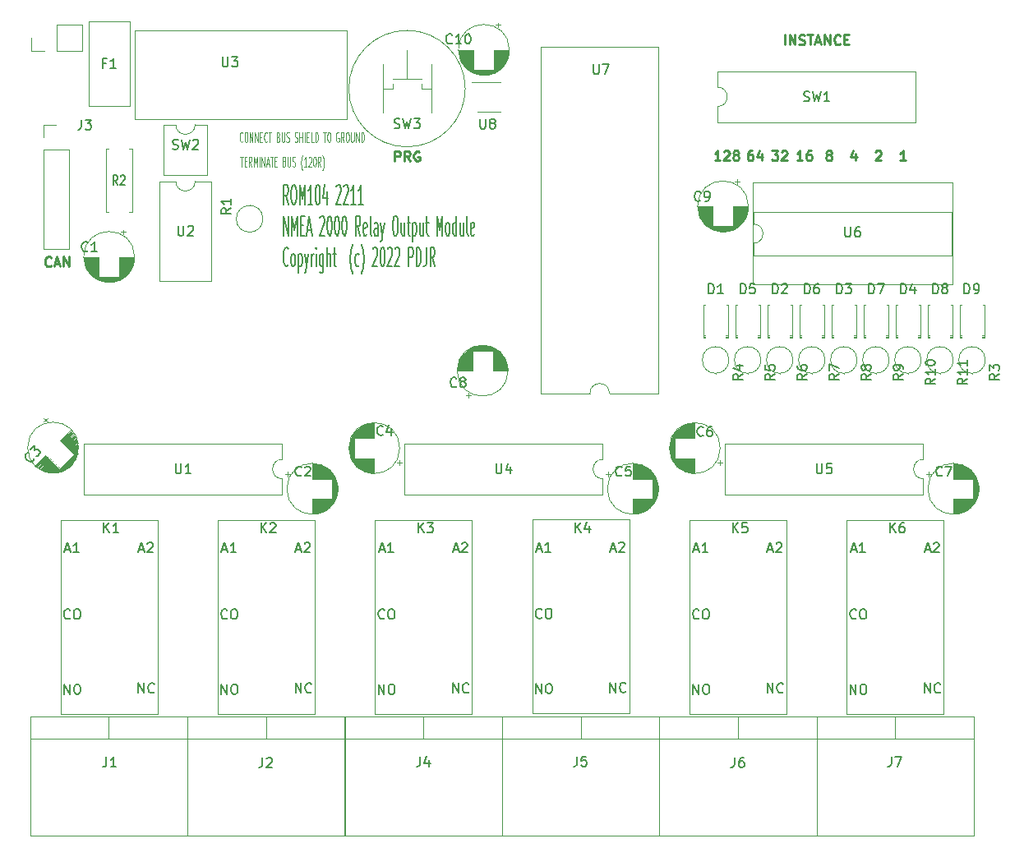
<source format=gto>
G04 #@! TF.GenerationSoftware,KiCad,Pcbnew,5.1.10-88a1d61d58~90~ubuntu20.04.1*
G04 #@! TF.CreationDate,2022-11-07T14:46:06+00:00*
G04 #@! TF.ProjectId,ROM104,524f4d31-3034-42e6-9b69-6361645f7063,1.0*
G04 #@! TF.SameCoordinates,Original*
G04 #@! TF.FileFunction,Legend,Top*
G04 #@! TF.FilePolarity,Positive*
%FSLAX46Y46*%
G04 Gerber Fmt 4.6, Leading zero omitted, Abs format (unit mm)*
G04 Created by KiCad (PCBNEW 5.1.10-88a1d61d58~90~ubuntu20.04.1) date 2022-11-07 14:46:06*
%MOMM*%
%LPD*%
G01*
G04 APERTURE LIST*
%ADD10C,0.250000*%
%ADD11C,0.125000*%
%ADD12C,0.200000*%
%ADD13C,0.120000*%
%ADD14C,0.150000*%
G04 APERTURE END LIST*
D10*
X92480333Y-34718380D02*
X91908904Y-34718380D01*
X92194619Y-34718380D02*
X92194619Y-33718380D01*
X92099380Y-33861238D01*
X92004142Y-33956476D01*
X91908904Y-34004095D01*
X92861285Y-33813619D02*
X92908904Y-33766000D01*
X93004142Y-33718380D01*
X93242238Y-33718380D01*
X93337476Y-33766000D01*
X93385095Y-33813619D01*
X93432714Y-33908857D01*
X93432714Y-34004095D01*
X93385095Y-34146952D01*
X92813666Y-34718380D01*
X93432714Y-34718380D01*
X94004142Y-34146952D02*
X93908904Y-34099333D01*
X93861285Y-34051714D01*
X93813666Y-33956476D01*
X93813666Y-33908857D01*
X93861285Y-33813619D01*
X93908904Y-33766000D01*
X94004142Y-33718380D01*
X94194619Y-33718380D01*
X94289857Y-33766000D01*
X94337476Y-33813619D01*
X94385095Y-33908857D01*
X94385095Y-33956476D01*
X94337476Y-34051714D01*
X94289857Y-34099333D01*
X94194619Y-34146952D01*
X94004142Y-34146952D01*
X93908904Y-34194571D01*
X93861285Y-34242190D01*
X93813666Y-34337428D01*
X93813666Y-34527904D01*
X93861285Y-34623142D01*
X93908904Y-34670761D01*
X94004142Y-34718380D01*
X94194619Y-34718380D01*
X94289857Y-34670761D01*
X94337476Y-34623142D01*
X94385095Y-34527904D01*
X94385095Y-34337428D01*
X94337476Y-34242190D01*
X94289857Y-34194571D01*
X94194619Y-34146952D01*
X95782285Y-33718380D02*
X95591809Y-33718380D01*
X95496571Y-33766000D01*
X95448952Y-33813619D01*
X95353714Y-33956476D01*
X95306095Y-34146952D01*
X95306095Y-34527904D01*
X95353714Y-34623142D01*
X95401333Y-34670761D01*
X95496571Y-34718380D01*
X95687047Y-34718380D01*
X95782285Y-34670761D01*
X95829904Y-34623142D01*
X95877523Y-34527904D01*
X95877523Y-34289809D01*
X95829904Y-34194571D01*
X95782285Y-34146952D01*
X95687047Y-34099333D01*
X95496571Y-34099333D01*
X95401333Y-34146952D01*
X95353714Y-34194571D01*
X95306095Y-34289809D01*
X96734666Y-34051714D02*
X96734666Y-34718380D01*
X96496571Y-33670761D02*
X96258476Y-34385047D01*
X96877523Y-34385047D01*
X97798476Y-33718380D02*
X98417523Y-33718380D01*
X98084190Y-34099333D01*
X98227047Y-34099333D01*
X98322285Y-34146952D01*
X98369904Y-34194571D01*
X98417523Y-34289809D01*
X98417523Y-34527904D01*
X98369904Y-34623142D01*
X98322285Y-34670761D01*
X98227047Y-34718380D01*
X97941333Y-34718380D01*
X97846095Y-34670761D01*
X97798476Y-34623142D01*
X98798476Y-33813619D02*
X98846095Y-33766000D01*
X98941333Y-33718380D01*
X99179428Y-33718380D01*
X99274666Y-33766000D01*
X99322285Y-33813619D01*
X99369904Y-33908857D01*
X99369904Y-34004095D01*
X99322285Y-34146952D01*
X98750857Y-34718380D01*
X99369904Y-34718380D01*
X100957523Y-34718380D02*
X100386095Y-34718380D01*
X100671809Y-34718380D02*
X100671809Y-33718380D01*
X100576571Y-33861238D01*
X100481333Y-33956476D01*
X100386095Y-34004095D01*
X101814666Y-33718380D02*
X101624190Y-33718380D01*
X101528952Y-33766000D01*
X101481333Y-33813619D01*
X101386095Y-33956476D01*
X101338476Y-34146952D01*
X101338476Y-34527904D01*
X101386095Y-34623142D01*
X101433714Y-34670761D01*
X101528952Y-34718380D01*
X101719428Y-34718380D01*
X101814666Y-34670761D01*
X101862285Y-34623142D01*
X101909904Y-34527904D01*
X101909904Y-34289809D01*
X101862285Y-34194571D01*
X101814666Y-34146952D01*
X101719428Y-34099333D01*
X101528952Y-34099333D01*
X101433714Y-34146952D01*
X101386095Y-34194571D01*
X101338476Y-34289809D01*
X103592761Y-34146952D02*
X103497523Y-34099333D01*
X103449904Y-34051714D01*
X103402285Y-33956476D01*
X103402285Y-33908857D01*
X103449904Y-33813619D01*
X103497523Y-33766000D01*
X103592761Y-33718380D01*
X103783238Y-33718380D01*
X103878476Y-33766000D01*
X103926095Y-33813619D01*
X103973714Y-33908857D01*
X103973714Y-33956476D01*
X103926095Y-34051714D01*
X103878476Y-34099333D01*
X103783238Y-34146952D01*
X103592761Y-34146952D01*
X103497523Y-34194571D01*
X103449904Y-34242190D01*
X103402285Y-34337428D01*
X103402285Y-34527904D01*
X103449904Y-34623142D01*
X103497523Y-34670761D01*
X103592761Y-34718380D01*
X103783238Y-34718380D01*
X103878476Y-34670761D01*
X103926095Y-34623142D01*
X103973714Y-34527904D01*
X103973714Y-34337428D01*
X103926095Y-34242190D01*
X103878476Y-34194571D01*
X103783238Y-34146952D01*
X106418476Y-34051714D02*
X106418476Y-34718380D01*
X106180380Y-33670761D02*
X105942285Y-34385047D01*
X106561333Y-34385047D01*
X108482285Y-33813619D02*
X108529904Y-33766000D01*
X108625142Y-33718380D01*
X108863238Y-33718380D01*
X108958476Y-33766000D01*
X109006095Y-33813619D01*
X109053714Y-33908857D01*
X109053714Y-34004095D01*
X109006095Y-34146952D01*
X108434666Y-34718380D01*
X109053714Y-34718380D01*
X111593714Y-34718380D02*
X111022285Y-34718380D01*
X111308000Y-34718380D02*
X111308000Y-33718380D01*
X111212761Y-33861238D01*
X111117523Y-33956476D01*
X111022285Y-34004095D01*
D11*
X43028869Y-34352380D02*
X43314583Y-34352380D01*
X43171726Y-35352380D02*
X43171726Y-34352380D01*
X43481250Y-34828571D02*
X43647916Y-34828571D01*
X43719345Y-35352380D02*
X43481250Y-35352380D01*
X43481250Y-34352380D01*
X43719345Y-34352380D01*
X44219345Y-35352380D02*
X44052678Y-34876190D01*
X43933630Y-35352380D02*
X43933630Y-34352380D01*
X44124107Y-34352380D01*
X44171726Y-34400000D01*
X44195535Y-34447619D01*
X44219345Y-34542857D01*
X44219345Y-34685714D01*
X44195535Y-34780952D01*
X44171726Y-34828571D01*
X44124107Y-34876190D01*
X43933630Y-34876190D01*
X44433630Y-35352380D02*
X44433630Y-34352380D01*
X44600297Y-35066666D01*
X44766964Y-34352380D01*
X44766964Y-35352380D01*
X45005059Y-35352380D02*
X45005059Y-34352380D01*
X45243154Y-35352380D02*
X45243154Y-34352380D01*
X45528869Y-35352380D01*
X45528869Y-34352380D01*
X45743154Y-35066666D02*
X45981250Y-35066666D01*
X45695535Y-35352380D02*
X45862202Y-34352380D01*
X46028869Y-35352380D01*
X46124107Y-34352380D02*
X46409821Y-34352380D01*
X46266964Y-35352380D02*
X46266964Y-34352380D01*
X46576488Y-34828571D02*
X46743154Y-34828571D01*
X46814583Y-35352380D02*
X46576488Y-35352380D01*
X46576488Y-34352380D01*
X46814583Y-34352380D01*
X47576488Y-34828571D02*
X47647916Y-34876190D01*
X47671726Y-34923809D01*
X47695535Y-35019047D01*
X47695535Y-35161904D01*
X47671726Y-35257142D01*
X47647916Y-35304761D01*
X47600297Y-35352380D01*
X47409821Y-35352380D01*
X47409821Y-34352380D01*
X47576488Y-34352380D01*
X47624107Y-34400000D01*
X47647916Y-34447619D01*
X47671726Y-34542857D01*
X47671726Y-34638095D01*
X47647916Y-34733333D01*
X47624107Y-34780952D01*
X47576488Y-34828571D01*
X47409821Y-34828571D01*
X47909821Y-34352380D02*
X47909821Y-35161904D01*
X47933630Y-35257142D01*
X47957440Y-35304761D01*
X48005059Y-35352380D01*
X48100297Y-35352380D01*
X48147916Y-35304761D01*
X48171726Y-35257142D01*
X48195535Y-35161904D01*
X48195535Y-34352380D01*
X48409821Y-35304761D02*
X48481250Y-35352380D01*
X48600297Y-35352380D01*
X48647916Y-35304761D01*
X48671726Y-35257142D01*
X48695535Y-35161904D01*
X48695535Y-35066666D01*
X48671726Y-34971428D01*
X48647916Y-34923809D01*
X48600297Y-34876190D01*
X48505059Y-34828571D01*
X48457440Y-34780952D01*
X48433630Y-34733333D01*
X48409821Y-34638095D01*
X48409821Y-34542857D01*
X48433630Y-34447619D01*
X48457440Y-34400000D01*
X48505059Y-34352380D01*
X48624107Y-34352380D01*
X48695535Y-34400000D01*
X49433630Y-35733333D02*
X49409821Y-35685714D01*
X49362202Y-35542857D01*
X49338392Y-35447619D01*
X49314583Y-35304761D01*
X49290773Y-35066666D01*
X49290773Y-34876190D01*
X49314583Y-34638095D01*
X49338392Y-34495238D01*
X49362202Y-34400000D01*
X49409821Y-34257142D01*
X49433630Y-34209523D01*
X49886011Y-35352380D02*
X49600297Y-35352380D01*
X49743154Y-35352380D02*
X49743154Y-34352380D01*
X49695535Y-34495238D01*
X49647916Y-34590476D01*
X49600297Y-34638095D01*
X50076488Y-34447619D02*
X50100297Y-34400000D01*
X50147916Y-34352380D01*
X50266964Y-34352380D01*
X50314583Y-34400000D01*
X50338392Y-34447619D01*
X50362202Y-34542857D01*
X50362202Y-34638095D01*
X50338392Y-34780952D01*
X50052678Y-35352380D01*
X50362202Y-35352380D01*
X50671726Y-34352380D02*
X50719345Y-34352380D01*
X50766964Y-34400000D01*
X50790773Y-34447619D01*
X50814583Y-34542857D01*
X50838392Y-34733333D01*
X50838392Y-34971428D01*
X50814583Y-35161904D01*
X50790773Y-35257142D01*
X50766964Y-35304761D01*
X50719345Y-35352380D01*
X50671726Y-35352380D01*
X50624107Y-35304761D01*
X50600297Y-35257142D01*
X50576488Y-35161904D01*
X50552678Y-34971428D01*
X50552678Y-34733333D01*
X50576488Y-34542857D01*
X50600297Y-34447619D01*
X50624107Y-34400000D01*
X50671726Y-34352380D01*
X51338392Y-35352380D02*
X51171726Y-34876190D01*
X51052678Y-35352380D02*
X51052678Y-34352380D01*
X51243154Y-34352380D01*
X51290773Y-34400000D01*
X51314583Y-34447619D01*
X51338392Y-34542857D01*
X51338392Y-34685714D01*
X51314583Y-34780952D01*
X51290773Y-34828571D01*
X51243154Y-34876190D01*
X51052678Y-34876190D01*
X51505059Y-35733333D02*
X51528869Y-35685714D01*
X51576488Y-35542857D01*
X51600297Y-35447619D01*
X51624107Y-35304761D01*
X51647916Y-35066666D01*
X51647916Y-34876190D01*
X51624107Y-34638095D01*
X51600297Y-34495238D01*
X51576488Y-34400000D01*
X51528869Y-34257142D01*
X51505059Y-34209523D01*
X43286011Y-32718142D02*
X43262202Y-32765761D01*
X43190773Y-32813380D01*
X43143154Y-32813380D01*
X43071726Y-32765761D01*
X43024107Y-32670523D01*
X43000297Y-32575285D01*
X42976488Y-32384809D01*
X42976488Y-32241952D01*
X43000297Y-32051476D01*
X43024107Y-31956238D01*
X43071726Y-31861000D01*
X43143154Y-31813380D01*
X43190773Y-31813380D01*
X43262202Y-31861000D01*
X43286011Y-31908619D01*
X43595535Y-31813380D02*
X43690773Y-31813380D01*
X43738392Y-31861000D01*
X43786011Y-31956238D01*
X43809821Y-32146714D01*
X43809821Y-32480047D01*
X43786011Y-32670523D01*
X43738392Y-32765761D01*
X43690773Y-32813380D01*
X43595535Y-32813380D01*
X43547916Y-32765761D01*
X43500297Y-32670523D01*
X43476488Y-32480047D01*
X43476488Y-32146714D01*
X43500297Y-31956238D01*
X43547916Y-31861000D01*
X43595535Y-31813380D01*
X44024107Y-32813380D02*
X44024107Y-31813380D01*
X44309821Y-32813380D01*
X44309821Y-31813380D01*
X44547916Y-32813380D02*
X44547916Y-31813380D01*
X44833630Y-32813380D01*
X44833630Y-31813380D01*
X45071726Y-32289571D02*
X45238392Y-32289571D01*
X45309821Y-32813380D02*
X45071726Y-32813380D01*
X45071726Y-31813380D01*
X45309821Y-31813380D01*
X45809821Y-32718142D02*
X45786011Y-32765761D01*
X45714583Y-32813380D01*
X45666964Y-32813380D01*
X45595535Y-32765761D01*
X45547916Y-32670523D01*
X45524107Y-32575285D01*
X45500297Y-32384809D01*
X45500297Y-32241952D01*
X45524107Y-32051476D01*
X45547916Y-31956238D01*
X45595535Y-31861000D01*
X45666964Y-31813380D01*
X45714583Y-31813380D01*
X45786011Y-31861000D01*
X45809821Y-31908619D01*
X45952678Y-31813380D02*
X46238392Y-31813380D01*
X46095535Y-32813380D02*
X46095535Y-31813380D01*
X46952678Y-32289571D02*
X47024107Y-32337190D01*
X47047916Y-32384809D01*
X47071726Y-32480047D01*
X47071726Y-32622904D01*
X47047916Y-32718142D01*
X47024107Y-32765761D01*
X46976488Y-32813380D01*
X46786011Y-32813380D01*
X46786011Y-31813380D01*
X46952678Y-31813380D01*
X47000297Y-31861000D01*
X47024107Y-31908619D01*
X47047916Y-32003857D01*
X47047916Y-32099095D01*
X47024107Y-32194333D01*
X47000297Y-32241952D01*
X46952678Y-32289571D01*
X46786011Y-32289571D01*
X47286011Y-31813380D02*
X47286011Y-32622904D01*
X47309821Y-32718142D01*
X47333630Y-32765761D01*
X47381250Y-32813380D01*
X47476488Y-32813380D01*
X47524107Y-32765761D01*
X47547916Y-32718142D01*
X47571726Y-32622904D01*
X47571726Y-31813380D01*
X47786011Y-32765761D02*
X47857440Y-32813380D01*
X47976488Y-32813380D01*
X48024107Y-32765761D01*
X48047916Y-32718142D01*
X48071726Y-32622904D01*
X48071726Y-32527666D01*
X48047916Y-32432428D01*
X48024107Y-32384809D01*
X47976488Y-32337190D01*
X47881250Y-32289571D01*
X47833630Y-32241952D01*
X47809821Y-32194333D01*
X47786011Y-32099095D01*
X47786011Y-32003857D01*
X47809821Y-31908619D01*
X47833630Y-31861000D01*
X47881250Y-31813380D01*
X48000297Y-31813380D01*
X48071726Y-31861000D01*
X48643154Y-32765761D02*
X48714583Y-32813380D01*
X48833630Y-32813380D01*
X48881250Y-32765761D01*
X48905059Y-32718142D01*
X48928869Y-32622904D01*
X48928869Y-32527666D01*
X48905059Y-32432428D01*
X48881250Y-32384809D01*
X48833630Y-32337190D01*
X48738392Y-32289571D01*
X48690773Y-32241952D01*
X48666964Y-32194333D01*
X48643154Y-32099095D01*
X48643154Y-32003857D01*
X48666964Y-31908619D01*
X48690773Y-31861000D01*
X48738392Y-31813380D01*
X48857440Y-31813380D01*
X48928869Y-31861000D01*
X49143154Y-32813380D02*
X49143154Y-31813380D01*
X49143154Y-32289571D02*
X49428869Y-32289571D01*
X49428869Y-32813380D02*
X49428869Y-31813380D01*
X49666964Y-32813380D02*
X49666964Y-31813380D01*
X49905059Y-32289571D02*
X50071726Y-32289571D01*
X50143154Y-32813380D02*
X49905059Y-32813380D01*
X49905059Y-31813380D01*
X50143154Y-31813380D01*
X50595535Y-32813380D02*
X50357440Y-32813380D01*
X50357440Y-31813380D01*
X50762202Y-32813380D02*
X50762202Y-31813380D01*
X50881250Y-31813380D01*
X50952678Y-31861000D01*
X51000297Y-31956238D01*
X51024107Y-32051476D01*
X51047916Y-32241952D01*
X51047916Y-32384809D01*
X51024107Y-32575285D01*
X51000297Y-32670523D01*
X50952678Y-32765761D01*
X50881250Y-32813380D01*
X50762202Y-32813380D01*
X51571726Y-31813380D02*
X51857440Y-31813380D01*
X51714583Y-32813380D02*
X51714583Y-31813380D01*
X52119345Y-31813380D02*
X52214583Y-31813380D01*
X52262202Y-31861000D01*
X52309821Y-31956238D01*
X52333630Y-32146714D01*
X52333630Y-32480047D01*
X52309821Y-32670523D01*
X52262202Y-32765761D01*
X52214583Y-32813380D01*
X52119345Y-32813380D01*
X52071726Y-32765761D01*
X52024107Y-32670523D01*
X52000297Y-32480047D01*
X52000297Y-32146714D01*
X52024107Y-31956238D01*
X52071726Y-31861000D01*
X52119345Y-31813380D01*
X53190773Y-31861000D02*
X53143154Y-31813380D01*
X53071726Y-31813380D01*
X53000297Y-31861000D01*
X52952678Y-31956238D01*
X52928869Y-32051476D01*
X52905059Y-32241952D01*
X52905059Y-32384809D01*
X52928869Y-32575285D01*
X52952678Y-32670523D01*
X53000297Y-32765761D01*
X53071726Y-32813380D01*
X53119345Y-32813380D01*
X53190773Y-32765761D01*
X53214583Y-32718142D01*
X53214583Y-32384809D01*
X53119345Y-32384809D01*
X53714583Y-32813380D02*
X53547916Y-32337190D01*
X53428869Y-32813380D02*
X53428869Y-31813380D01*
X53619345Y-31813380D01*
X53666964Y-31861000D01*
X53690773Y-31908619D01*
X53714583Y-32003857D01*
X53714583Y-32146714D01*
X53690773Y-32241952D01*
X53666964Y-32289571D01*
X53619345Y-32337190D01*
X53428869Y-32337190D01*
X54024107Y-31813380D02*
X54119345Y-31813380D01*
X54166964Y-31861000D01*
X54214583Y-31956238D01*
X54238392Y-32146714D01*
X54238392Y-32480047D01*
X54214583Y-32670523D01*
X54166964Y-32765761D01*
X54119345Y-32813380D01*
X54024107Y-32813380D01*
X53976488Y-32765761D01*
X53928869Y-32670523D01*
X53905059Y-32480047D01*
X53905059Y-32146714D01*
X53928869Y-31956238D01*
X53976488Y-31861000D01*
X54024107Y-31813380D01*
X54452678Y-31813380D02*
X54452678Y-32622904D01*
X54476488Y-32718142D01*
X54500297Y-32765761D01*
X54547916Y-32813380D01*
X54643154Y-32813380D01*
X54690773Y-32765761D01*
X54714583Y-32718142D01*
X54738392Y-32622904D01*
X54738392Y-31813380D01*
X54976488Y-32813380D02*
X54976488Y-31813380D01*
X55262202Y-32813380D01*
X55262202Y-31813380D01*
X55500297Y-32813380D02*
X55500297Y-31813380D01*
X55619345Y-31813380D01*
X55690773Y-31861000D01*
X55738392Y-31956238D01*
X55762202Y-32051476D01*
X55786011Y-32241952D01*
X55786011Y-32384809D01*
X55762202Y-32575285D01*
X55738392Y-32670523D01*
X55690773Y-32765761D01*
X55619345Y-32813380D01*
X55500297Y-32813380D01*
D12*
X47977619Y-39254761D02*
X47710952Y-38302380D01*
X47520476Y-39254761D02*
X47520476Y-37254761D01*
X47825238Y-37254761D01*
X47901428Y-37350000D01*
X47939523Y-37445238D01*
X47977619Y-37635714D01*
X47977619Y-37921428D01*
X47939523Y-38111904D01*
X47901428Y-38207142D01*
X47825238Y-38302380D01*
X47520476Y-38302380D01*
X48472857Y-37254761D02*
X48625238Y-37254761D01*
X48701428Y-37350000D01*
X48777619Y-37540476D01*
X48815714Y-37921428D01*
X48815714Y-38588095D01*
X48777619Y-38969047D01*
X48701428Y-39159523D01*
X48625238Y-39254761D01*
X48472857Y-39254761D01*
X48396666Y-39159523D01*
X48320476Y-38969047D01*
X48282380Y-38588095D01*
X48282380Y-37921428D01*
X48320476Y-37540476D01*
X48396666Y-37350000D01*
X48472857Y-37254761D01*
X49158571Y-39254761D02*
X49158571Y-37254761D01*
X49425238Y-38683333D01*
X49691904Y-37254761D01*
X49691904Y-39254761D01*
X50491904Y-39254761D02*
X50034761Y-39254761D01*
X50263333Y-39254761D02*
X50263333Y-37254761D01*
X50187142Y-37540476D01*
X50110952Y-37730952D01*
X50034761Y-37826190D01*
X50987142Y-37254761D02*
X51063333Y-37254761D01*
X51139523Y-37350000D01*
X51177619Y-37445238D01*
X51215714Y-37635714D01*
X51253809Y-38016666D01*
X51253809Y-38492857D01*
X51215714Y-38873809D01*
X51177619Y-39064285D01*
X51139523Y-39159523D01*
X51063333Y-39254761D01*
X50987142Y-39254761D01*
X50910952Y-39159523D01*
X50872857Y-39064285D01*
X50834761Y-38873809D01*
X50796666Y-38492857D01*
X50796666Y-38016666D01*
X50834761Y-37635714D01*
X50872857Y-37445238D01*
X50910952Y-37350000D01*
X50987142Y-37254761D01*
X51939523Y-37921428D02*
X51939523Y-39254761D01*
X51749047Y-37159523D02*
X51558571Y-38588095D01*
X52053809Y-38588095D01*
X52930000Y-37445238D02*
X52968095Y-37350000D01*
X53044285Y-37254761D01*
X53234761Y-37254761D01*
X53310952Y-37350000D01*
X53349047Y-37445238D01*
X53387142Y-37635714D01*
X53387142Y-37826190D01*
X53349047Y-38111904D01*
X52891904Y-39254761D01*
X53387142Y-39254761D01*
X53691904Y-37445238D02*
X53730000Y-37350000D01*
X53806190Y-37254761D01*
X53996666Y-37254761D01*
X54072857Y-37350000D01*
X54110952Y-37445238D01*
X54149047Y-37635714D01*
X54149047Y-37826190D01*
X54110952Y-38111904D01*
X53653809Y-39254761D01*
X54149047Y-39254761D01*
X54910952Y-39254761D02*
X54453809Y-39254761D01*
X54682380Y-39254761D02*
X54682380Y-37254761D01*
X54606190Y-37540476D01*
X54530000Y-37730952D01*
X54453809Y-37826190D01*
X55672857Y-39254761D02*
X55215714Y-39254761D01*
X55444285Y-39254761D02*
X55444285Y-37254761D01*
X55368095Y-37540476D01*
X55291904Y-37730952D01*
X55215714Y-37826190D01*
X47520476Y-42454761D02*
X47520476Y-40454761D01*
X47977619Y-42454761D01*
X47977619Y-40454761D01*
X48358571Y-42454761D02*
X48358571Y-40454761D01*
X48625238Y-41883333D01*
X48891904Y-40454761D01*
X48891904Y-42454761D01*
X49272857Y-41407142D02*
X49539523Y-41407142D01*
X49653809Y-42454761D02*
X49272857Y-42454761D01*
X49272857Y-40454761D01*
X49653809Y-40454761D01*
X49958571Y-41883333D02*
X50339523Y-41883333D01*
X49882380Y-42454761D02*
X50149047Y-40454761D01*
X50415714Y-42454761D01*
X51253809Y-40645238D02*
X51291904Y-40550000D01*
X51368095Y-40454761D01*
X51558571Y-40454761D01*
X51634761Y-40550000D01*
X51672857Y-40645238D01*
X51710952Y-40835714D01*
X51710952Y-41026190D01*
X51672857Y-41311904D01*
X51215714Y-42454761D01*
X51710952Y-42454761D01*
X52206190Y-40454761D02*
X52282380Y-40454761D01*
X52358571Y-40550000D01*
X52396666Y-40645238D01*
X52434761Y-40835714D01*
X52472857Y-41216666D01*
X52472857Y-41692857D01*
X52434761Y-42073809D01*
X52396666Y-42264285D01*
X52358571Y-42359523D01*
X52282380Y-42454761D01*
X52206190Y-42454761D01*
X52130000Y-42359523D01*
X52091904Y-42264285D01*
X52053809Y-42073809D01*
X52015714Y-41692857D01*
X52015714Y-41216666D01*
X52053809Y-40835714D01*
X52091904Y-40645238D01*
X52130000Y-40550000D01*
X52206190Y-40454761D01*
X52968095Y-40454761D02*
X53044285Y-40454761D01*
X53120476Y-40550000D01*
X53158571Y-40645238D01*
X53196666Y-40835714D01*
X53234761Y-41216666D01*
X53234761Y-41692857D01*
X53196666Y-42073809D01*
X53158571Y-42264285D01*
X53120476Y-42359523D01*
X53044285Y-42454761D01*
X52968095Y-42454761D01*
X52891904Y-42359523D01*
X52853809Y-42264285D01*
X52815714Y-42073809D01*
X52777619Y-41692857D01*
X52777619Y-41216666D01*
X52815714Y-40835714D01*
X52853809Y-40645238D01*
X52891904Y-40550000D01*
X52968095Y-40454761D01*
X53730000Y-40454761D02*
X53806190Y-40454761D01*
X53882380Y-40550000D01*
X53920476Y-40645238D01*
X53958571Y-40835714D01*
X53996666Y-41216666D01*
X53996666Y-41692857D01*
X53958571Y-42073809D01*
X53920476Y-42264285D01*
X53882380Y-42359523D01*
X53806190Y-42454761D01*
X53730000Y-42454761D01*
X53653809Y-42359523D01*
X53615714Y-42264285D01*
X53577619Y-42073809D01*
X53539523Y-41692857D01*
X53539523Y-41216666D01*
X53577619Y-40835714D01*
X53615714Y-40645238D01*
X53653809Y-40550000D01*
X53730000Y-40454761D01*
X55406190Y-42454761D02*
X55139523Y-41502380D01*
X54949047Y-42454761D02*
X54949047Y-40454761D01*
X55253809Y-40454761D01*
X55330000Y-40550000D01*
X55368095Y-40645238D01*
X55406190Y-40835714D01*
X55406190Y-41121428D01*
X55368095Y-41311904D01*
X55330000Y-41407142D01*
X55253809Y-41502380D01*
X54949047Y-41502380D01*
X56053809Y-42359523D02*
X55977619Y-42454761D01*
X55825238Y-42454761D01*
X55749047Y-42359523D01*
X55710952Y-42169047D01*
X55710952Y-41407142D01*
X55749047Y-41216666D01*
X55825238Y-41121428D01*
X55977619Y-41121428D01*
X56053809Y-41216666D01*
X56091904Y-41407142D01*
X56091904Y-41597619D01*
X55710952Y-41788095D01*
X56549047Y-42454761D02*
X56472857Y-42359523D01*
X56434761Y-42169047D01*
X56434761Y-40454761D01*
X57196666Y-42454761D02*
X57196666Y-41407142D01*
X57158571Y-41216666D01*
X57082380Y-41121428D01*
X56930000Y-41121428D01*
X56853809Y-41216666D01*
X57196666Y-42359523D02*
X57120476Y-42454761D01*
X56930000Y-42454761D01*
X56853809Y-42359523D01*
X56815714Y-42169047D01*
X56815714Y-41978571D01*
X56853809Y-41788095D01*
X56930000Y-41692857D01*
X57120476Y-41692857D01*
X57196666Y-41597619D01*
X57501428Y-41121428D02*
X57691904Y-42454761D01*
X57882380Y-41121428D02*
X57691904Y-42454761D01*
X57615714Y-42930952D01*
X57577619Y-43026190D01*
X57501428Y-43121428D01*
X58949047Y-40454761D02*
X59101428Y-40454761D01*
X59177619Y-40550000D01*
X59253809Y-40740476D01*
X59291904Y-41121428D01*
X59291904Y-41788095D01*
X59253809Y-42169047D01*
X59177619Y-42359523D01*
X59101428Y-42454761D01*
X58949047Y-42454761D01*
X58872857Y-42359523D01*
X58796666Y-42169047D01*
X58758571Y-41788095D01*
X58758571Y-41121428D01*
X58796666Y-40740476D01*
X58872857Y-40550000D01*
X58949047Y-40454761D01*
X59977619Y-41121428D02*
X59977619Y-42454761D01*
X59634761Y-41121428D02*
X59634761Y-42169047D01*
X59672857Y-42359523D01*
X59749047Y-42454761D01*
X59863333Y-42454761D01*
X59939523Y-42359523D01*
X59977619Y-42264285D01*
X60244285Y-41121428D02*
X60549047Y-41121428D01*
X60358571Y-40454761D02*
X60358571Y-42169047D01*
X60396666Y-42359523D01*
X60472857Y-42454761D01*
X60549047Y-42454761D01*
X60815714Y-41121428D02*
X60815714Y-43121428D01*
X60815714Y-41216666D02*
X60891904Y-41121428D01*
X61044285Y-41121428D01*
X61120476Y-41216666D01*
X61158571Y-41311904D01*
X61196666Y-41502380D01*
X61196666Y-42073809D01*
X61158571Y-42264285D01*
X61120476Y-42359523D01*
X61044285Y-42454761D01*
X60891904Y-42454761D01*
X60815714Y-42359523D01*
X61882380Y-41121428D02*
X61882380Y-42454761D01*
X61539523Y-41121428D02*
X61539523Y-42169047D01*
X61577619Y-42359523D01*
X61653809Y-42454761D01*
X61768095Y-42454761D01*
X61844285Y-42359523D01*
X61882380Y-42264285D01*
X62149047Y-41121428D02*
X62453809Y-41121428D01*
X62263333Y-40454761D02*
X62263333Y-42169047D01*
X62301428Y-42359523D01*
X62377619Y-42454761D01*
X62453809Y-42454761D01*
X63330000Y-42454761D02*
X63330000Y-40454761D01*
X63596666Y-41883333D01*
X63863333Y-40454761D01*
X63863333Y-42454761D01*
X64358571Y-42454761D02*
X64282380Y-42359523D01*
X64244285Y-42264285D01*
X64206190Y-42073809D01*
X64206190Y-41502380D01*
X64244285Y-41311904D01*
X64282380Y-41216666D01*
X64358571Y-41121428D01*
X64472857Y-41121428D01*
X64549047Y-41216666D01*
X64587142Y-41311904D01*
X64625238Y-41502380D01*
X64625238Y-42073809D01*
X64587142Y-42264285D01*
X64549047Y-42359523D01*
X64472857Y-42454761D01*
X64358571Y-42454761D01*
X65310952Y-42454761D02*
X65310952Y-40454761D01*
X65310952Y-42359523D02*
X65234761Y-42454761D01*
X65082380Y-42454761D01*
X65006190Y-42359523D01*
X64968095Y-42264285D01*
X64930000Y-42073809D01*
X64930000Y-41502380D01*
X64968095Y-41311904D01*
X65006190Y-41216666D01*
X65082380Y-41121428D01*
X65234761Y-41121428D01*
X65310952Y-41216666D01*
X66034761Y-41121428D02*
X66034761Y-42454761D01*
X65691904Y-41121428D02*
X65691904Y-42169047D01*
X65730000Y-42359523D01*
X65806190Y-42454761D01*
X65920476Y-42454761D01*
X65996666Y-42359523D01*
X66034761Y-42264285D01*
X66530000Y-42454761D02*
X66453809Y-42359523D01*
X66415714Y-42169047D01*
X66415714Y-40454761D01*
X67139523Y-42359523D02*
X67063333Y-42454761D01*
X66910952Y-42454761D01*
X66834761Y-42359523D01*
X66796666Y-42169047D01*
X66796666Y-41407142D01*
X66834761Y-41216666D01*
X66910952Y-41121428D01*
X67063333Y-41121428D01*
X67139523Y-41216666D01*
X67177619Y-41407142D01*
X67177619Y-41597619D01*
X66796666Y-41788095D01*
X47977619Y-45464285D02*
X47939523Y-45559523D01*
X47825238Y-45654761D01*
X47749047Y-45654761D01*
X47634761Y-45559523D01*
X47558571Y-45369047D01*
X47520476Y-45178571D01*
X47482380Y-44797619D01*
X47482380Y-44511904D01*
X47520476Y-44130952D01*
X47558571Y-43940476D01*
X47634761Y-43750000D01*
X47749047Y-43654761D01*
X47825238Y-43654761D01*
X47939523Y-43750000D01*
X47977619Y-43845238D01*
X48434761Y-45654761D02*
X48358571Y-45559523D01*
X48320476Y-45464285D01*
X48282380Y-45273809D01*
X48282380Y-44702380D01*
X48320476Y-44511904D01*
X48358571Y-44416666D01*
X48434761Y-44321428D01*
X48549047Y-44321428D01*
X48625238Y-44416666D01*
X48663333Y-44511904D01*
X48701428Y-44702380D01*
X48701428Y-45273809D01*
X48663333Y-45464285D01*
X48625238Y-45559523D01*
X48549047Y-45654761D01*
X48434761Y-45654761D01*
X49044285Y-44321428D02*
X49044285Y-46321428D01*
X49044285Y-44416666D02*
X49120476Y-44321428D01*
X49272857Y-44321428D01*
X49349047Y-44416666D01*
X49387142Y-44511904D01*
X49425238Y-44702380D01*
X49425238Y-45273809D01*
X49387142Y-45464285D01*
X49349047Y-45559523D01*
X49272857Y-45654761D01*
X49120476Y-45654761D01*
X49044285Y-45559523D01*
X49691904Y-44321428D02*
X49882380Y-45654761D01*
X50072857Y-44321428D02*
X49882380Y-45654761D01*
X49806190Y-46130952D01*
X49768095Y-46226190D01*
X49691904Y-46321428D01*
X50377619Y-45654761D02*
X50377619Y-44321428D01*
X50377619Y-44702380D02*
X50415714Y-44511904D01*
X50453809Y-44416666D01*
X50530000Y-44321428D01*
X50606190Y-44321428D01*
X50872857Y-45654761D02*
X50872857Y-44321428D01*
X50872857Y-43654761D02*
X50834761Y-43750000D01*
X50872857Y-43845238D01*
X50910952Y-43750000D01*
X50872857Y-43654761D01*
X50872857Y-43845238D01*
X51596666Y-44321428D02*
X51596666Y-45940476D01*
X51558571Y-46130952D01*
X51520476Y-46226190D01*
X51444285Y-46321428D01*
X51330000Y-46321428D01*
X51253809Y-46226190D01*
X51596666Y-45559523D02*
X51520476Y-45654761D01*
X51368095Y-45654761D01*
X51291904Y-45559523D01*
X51253809Y-45464285D01*
X51215714Y-45273809D01*
X51215714Y-44702380D01*
X51253809Y-44511904D01*
X51291904Y-44416666D01*
X51368095Y-44321428D01*
X51520476Y-44321428D01*
X51596666Y-44416666D01*
X51977619Y-45654761D02*
X51977619Y-43654761D01*
X52320476Y-45654761D02*
X52320476Y-44607142D01*
X52282380Y-44416666D01*
X52206190Y-44321428D01*
X52091904Y-44321428D01*
X52015714Y-44416666D01*
X51977619Y-44511904D01*
X52587142Y-44321428D02*
X52891904Y-44321428D01*
X52701428Y-43654761D02*
X52701428Y-45369047D01*
X52739523Y-45559523D01*
X52815714Y-45654761D01*
X52891904Y-45654761D01*
X54606190Y-46416666D02*
X54568095Y-46321428D01*
X54491904Y-46035714D01*
X54453809Y-45845238D01*
X54415714Y-45559523D01*
X54377619Y-45083333D01*
X54377619Y-44702380D01*
X54415714Y-44226190D01*
X54453809Y-43940476D01*
X54491904Y-43750000D01*
X54568095Y-43464285D01*
X54606190Y-43369047D01*
X55253809Y-45559523D02*
X55177619Y-45654761D01*
X55025238Y-45654761D01*
X54949047Y-45559523D01*
X54910952Y-45464285D01*
X54872857Y-45273809D01*
X54872857Y-44702380D01*
X54910952Y-44511904D01*
X54949047Y-44416666D01*
X55025238Y-44321428D01*
X55177619Y-44321428D01*
X55253809Y-44416666D01*
X55520476Y-46416666D02*
X55558571Y-46321428D01*
X55634761Y-46035714D01*
X55672857Y-45845238D01*
X55710952Y-45559523D01*
X55749047Y-45083333D01*
X55749047Y-44702380D01*
X55710952Y-44226190D01*
X55672857Y-43940476D01*
X55634761Y-43750000D01*
X55558571Y-43464285D01*
X55520476Y-43369047D01*
X56701428Y-43845238D02*
X56739523Y-43750000D01*
X56815714Y-43654761D01*
X57006190Y-43654761D01*
X57082380Y-43750000D01*
X57120476Y-43845238D01*
X57158571Y-44035714D01*
X57158571Y-44226190D01*
X57120476Y-44511904D01*
X56663333Y-45654761D01*
X57158571Y-45654761D01*
X57653809Y-43654761D02*
X57730000Y-43654761D01*
X57806190Y-43750000D01*
X57844285Y-43845238D01*
X57882380Y-44035714D01*
X57920476Y-44416666D01*
X57920476Y-44892857D01*
X57882380Y-45273809D01*
X57844285Y-45464285D01*
X57806190Y-45559523D01*
X57730000Y-45654761D01*
X57653809Y-45654761D01*
X57577619Y-45559523D01*
X57539523Y-45464285D01*
X57501428Y-45273809D01*
X57463333Y-44892857D01*
X57463333Y-44416666D01*
X57501428Y-44035714D01*
X57539523Y-43845238D01*
X57577619Y-43750000D01*
X57653809Y-43654761D01*
X58225238Y-43845238D02*
X58263333Y-43750000D01*
X58339523Y-43654761D01*
X58530000Y-43654761D01*
X58606190Y-43750000D01*
X58644285Y-43845238D01*
X58682380Y-44035714D01*
X58682380Y-44226190D01*
X58644285Y-44511904D01*
X58187142Y-45654761D01*
X58682380Y-45654761D01*
X58987142Y-43845238D02*
X59025238Y-43750000D01*
X59101428Y-43654761D01*
X59291904Y-43654761D01*
X59368095Y-43750000D01*
X59406190Y-43845238D01*
X59444285Y-44035714D01*
X59444285Y-44226190D01*
X59406190Y-44511904D01*
X58949047Y-45654761D01*
X59444285Y-45654761D01*
X60396666Y-45654761D02*
X60396666Y-43654761D01*
X60701428Y-43654761D01*
X60777619Y-43750000D01*
X60815714Y-43845238D01*
X60853809Y-44035714D01*
X60853809Y-44321428D01*
X60815714Y-44511904D01*
X60777619Y-44607142D01*
X60701428Y-44702380D01*
X60396666Y-44702380D01*
X61196666Y-45654761D02*
X61196666Y-43654761D01*
X61387142Y-43654761D01*
X61501428Y-43750000D01*
X61577619Y-43940476D01*
X61615714Y-44130952D01*
X61653809Y-44511904D01*
X61653809Y-44797619D01*
X61615714Y-45178571D01*
X61577619Y-45369047D01*
X61501428Y-45559523D01*
X61387142Y-45654761D01*
X61196666Y-45654761D01*
X62225238Y-43654761D02*
X62225238Y-45083333D01*
X62187142Y-45369047D01*
X62110952Y-45559523D01*
X61996666Y-45654761D01*
X61920476Y-45654761D01*
X63063333Y-45654761D02*
X62796666Y-44702380D01*
X62606190Y-45654761D02*
X62606190Y-43654761D01*
X62910952Y-43654761D01*
X62987142Y-43750000D01*
X63025238Y-43845238D01*
X63063333Y-44035714D01*
X63063333Y-44321428D01*
X63025238Y-44511904D01*
X62987142Y-44607142D01*
X62910952Y-44702380D01*
X62606190Y-44702380D01*
D13*
X66910000Y-71764000D02*
X56910000Y-71764000D01*
X66910000Y-91764000D02*
X56910000Y-91764000D01*
X66910000Y-71764000D02*
X66910000Y-91764000D01*
X56910000Y-71764000D02*
X66910000Y-71764000D01*
X56910000Y-91764000D02*
X56910000Y-71764000D01*
X115510000Y-71764000D02*
X105510000Y-71764000D01*
X115510000Y-91764000D02*
X105510000Y-91764000D01*
X115510000Y-71764000D02*
X115510000Y-91764000D01*
X105510000Y-71764000D02*
X115510000Y-71764000D01*
X105510000Y-91764000D02*
X105510000Y-71764000D01*
X110500000Y-94337000D02*
X110500000Y-92037000D01*
X102400000Y-94337000D02*
X110500000Y-94337000D01*
X102400000Y-94337000D02*
X118600000Y-94337000D01*
X102400000Y-104337000D02*
X102400000Y-94337000D01*
X102400000Y-92037000D02*
X102400000Y-104337000D01*
X118600000Y-92037000D02*
X102400000Y-92037000D01*
X118600000Y-104337000D02*
X118600000Y-92037000D01*
X102400000Y-104337000D02*
X118600000Y-104337000D01*
X94300000Y-94337000D02*
X94300000Y-92037000D01*
X86200000Y-94337000D02*
X94300000Y-94337000D01*
X86200000Y-94337000D02*
X102400000Y-94337000D01*
X86200000Y-104337000D02*
X86200000Y-94337000D01*
X86200000Y-92037000D02*
X86200000Y-104337000D01*
X102400000Y-92037000D02*
X86200000Y-92037000D01*
X102400000Y-104337000D02*
X102400000Y-92037000D01*
X86200000Y-104337000D02*
X102400000Y-104337000D01*
X78100000Y-94337000D02*
X78100000Y-92037000D01*
X70000000Y-94337000D02*
X78100000Y-94337000D01*
X70000000Y-94337000D02*
X86200000Y-94337000D01*
X70000000Y-104337000D02*
X70000000Y-94337000D01*
X70000000Y-92037000D02*
X70000000Y-104337000D01*
X86200000Y-92037000D02*
X70000000Y-92037000D01*
X86200000Y-104337000D02*
X86200000Y-92037000D01*
X70000000Y-104337000D02*
X86200000Y-104337000D01*
X61925000Y-94337000D02*
X61925000Y-92037000D01*
X53825000Y-94337000D02*
X61925000Y-94337000D01*
X53825000Y-94337000D02*
X70025000Y-94337000D01*
X53825000Y-104337000D02*
X53825000Y-94337000D01*
X53825000Y-92037000D02*
X53825000Y-104337000D01*
X70025000Y-92037000D02*
X53825000Y-92037000D01*
X70025000Y-104337000D02*
X70025000Y-92037000D01*
X53825000Y-104337000D02*
X70025000Y-104337000D01*
X45700000Y-94337000D02*
X45700000Y-92037000D01*
X37600000Y-94337000D02*
X45700000Y-94337000D01*
X37600000Y-94337000D02*
X53800000Y-94337000D01*
X37600000Y-104337000D02*
X37600000Y-94337000D01*
X37600000Y-92037000D02*
X37600000Y-104337000D01*
X53800000Y-92037000D02*
X37600000Y-92037000D01*
X53800000Y-104337000D02*
X53800000Y-92037000D01*
X37600000Y-104337000D02*
X53800000Y-104337000D01*
X29500000Y-94337000D02*
X29500000Y-92037000D01*
X21400000Y-94337000D02*
X29500000Y-94337000D01*
X21400000Y-94337000D02*
X37600000Y-94337000D01*
X21400000Y-104337000D02*
X21400000Y-94337000D01*
X21400000Y-92037000D02*
X21400000Y-104337000D01*
X37600000Y-92037000D02*
X21400000Y-92037000D01*
X37600000Y-104337000D02*
X37600000Y-92037000D01*
X21400000Y-104337000D02*
X37600000Y-104337000D01*
X99310000Y-71764000D02*
X89310000Y-71764000D01*
X99310000Y-91764000D02*
X89310000Y-91764000D01*
X99310000Y-71764000D02*
X99310000Y-91764000D01*
X89310000Y-71764000D02*
X99310000Y-71764000D01*
X89310000Y-91764000D02*
X89310000Y-71764000D01*
X83110000Y-71710000D02*
X73110000Y-71710000D01*
X83110000Y-91710000D02*
X73110000Y-91710000D01*
X83110000Y-71710000D02*
X83110000Y-91710000D01*
X73110000Y-71710000D02*
X83110000Y-71710000D01*
X73110000Y-91710000D02*
X73110000Y-71710000D01*
X50710000Y-71764000D02*
X40710000Y-71764000D01*
X50710000Y-91764000D02*
X40710000Y-91764000D01*
X50710000Y-71764000D02*
X50710000Y-91764000D01*
X40710000Y-71764000D02*
X50710000Y-71764000D01*
X40710000Y-91764000D02*
X40710000Y-71764000D01*
X34520000Y-71764000D02*
X24520000Y-71764000D01*
X34520000Y-91764000D02*
X24520000Y-91764000D01*
X34520000Y-71764000D02*
X34520000Y-91764000D01*
X24520000Y-71764000D02*
X34520000Y-71764000D01*
X24520000Y-91764000D02*
X24520000Y-71764000D01*
X32201000Y-30485000D02*
X54001000Y-30485000D01*
X54001000Y-30485000D02*
X54001000Y-21285000D01*
X54001000Y-21285000D02*
X32201000Y-21285000D01*
X32201000Y-21285000D02*
X32201000Y-30485000D01*
X32201000Y-21285000D02*
X32201000Y-24610000D01*
X32201000Y-21285000D02*
X43101000Y-21285000D01*
X119790000Y-55284500D02*
G75*
G03*
X119790000Y-55284500I-1370000J0D01*
G01*
X118420000Y-56654500D02*
X118420000Y-56724500D01*
X116488000Y-55284500D02*
G75*
G03*
X116488000Y-55284500I-1370000J0D01*
G01*
X115118000Y-56654500D02*
X115118000Y-56724500D01*
X113186000Y-55284500D02*
G75*
G03*
X113186000Y-55284500I-1370000J0D01*
G01*
X111816000Y-56654500D02*
X111816000Y-56724500D01*
X109884000Y-55284500D02*
G75*
G03*
X109884000Y-55284500I-1370000J0D01*
G01*
X108514000Y-56654500D02*
X108514000Y-56724500D01*
X106582000Y-55284500D02*
G75*
G03*
X106582000Y-55284500I-1370000J0D01*
G01*
X105212000Y-56654500D02*
X105212000Y-56724500D01*
X103280000Y-55284500D02*
G75*
G03*
X103280000Y-55284500I-1370000J0D01*
G01*
X101910000Y-56654500D02*
X101910000Y-56724500D01*
X99978000Y-55284500D02*
G75*
G03*
X99978000Y-55284500I-1370000J0D01*
G01*
X98608000Y-56654500D02*
X98608000Y-56724500D01*
X96676000Y-55284500D02*
G75*
G03*
X96676000Y-55284500I-1370000J0D01*
G01*
X95306000Y-56654500D02*
X95306000Y-56724500D01*
X93374000Y-55284500D02*
G75*
G03*
X93374000Y-55284500I-1370000J0D01*
G01*
X92004000Y-56654500D02*
X92004000Y-56724500D01*
X45368000Y-40743000D02*
G75*
G03*
X45368000Y-40743000I-1370000J0D01*
G01*
X43998000Y-39373000D02*
X43998000Y-39303000D01*
X117160000Y-52994000D02*
X117160000Y-49574000D01*
X119680000Y-52994000D02*
X119680000Y-49574000D01*
X117160000Y-52994000D02*
X117340000Y-52994000D01*
X119500000Y-52994000D02*
X119680000Y-52994000D01*
X117160000Y-49574000D02*
X117325000Y-49574000D01*
X119515000Y-49574000D02*
X119680000Y-49574000D01*
X117160000Y-52874000D02*
X117340000Y-52874000D01*
X119500000Y-52874000D02*
X119680000Y-52874000D01*
X117160000Y-52754000D02*
X117340000Y-52754000D01*
X119500000Y-52754000D02*
X119680000Y-52754000D01*
X67436000Y-29720000D02*
X69836000Y-29720000D01*
X69836000Y-26620000D02*
X66886000Y-26620000D01*
X70748000Y-23328000D02*
G75*
G03*
X70748000Y-23328000I-2620000J0D01*
G01*
X67088000Y-23328000D02*
X65548000Y-23328000D01*
X70708000Y-23328000D02*
X69168000Y-23328000D01*
X67088000Y-23368000D02*
X65548000Y-23368000D01*
X70708000Y-23368000D02*
X69168000Y-23368000D01*
X70707000Y-23408000D02*
X69168000Y-23408000D01*
X67088000Y-23408000D02*
X65549000Y-23408000D01*
X70706000Y-23448000D02*
X69168000Y-23448000D01*
X67088000Y-23448000D02*
X65550000Y-23448000D01*
X70704000Y-23488000D02*
X69168000Y-23488000D01*
X67088000Y-23488000D02*
X65552000Y-23488000D01*
X70701000Y-23528000D02*
X69168000Y-23528000D01*
X67088000Y-23528000D02*
X65555000Y-23528000D01*
X70697000Y-23568000D02*
X69168000Y-23568000D01*
X67088000Y-23568000D02*
X65559000Y-23568000D01*
X70693000Y-23608000D02*
X69168000Y-23608000D01*
X67088000Y-23608000D02*
X65563000Y-23608000D01*
X70689000Y-23648000D02*
X69168000Y-23648000D01*
X67088000Y-23648000D02*
X65567000Y-23648000D01*
X70684000Y-23688000D02*
X69168000Y-23688000D01*
X67088000Y-23688000D02*
X65572000Y-23688000D01*
X70678000Y-23728000D02*
X69168000Y-23728000D01*
X67088000Y-23728000D02*
X65578000Y-23728000D01*
X70671000Y-23768000D02*
X69168000Y-23768000D01*
X67088000Y-23768000D02*
X65585000Y-23768000D01*
X70664000Y-23808000D02*
X69168000Y-23808000D01*
X67088000Y-23808000D02*
X65592000Y-23808000D01*
X70656000Y-23848000D02*
X69168000Y-23848000D01*
X67088000Y-23848000D02*
X65600000Y-23848000D01*
X70648000Y-23888000D02*
X69168000Y-23888000D01*
X67088000Y-23888000D02*
X65608000Y-23888000D01*
X70639000Y-23928000D02*
X69168000Y-23928000D01*
X67088000Y-23928000D02*
X65617000Y-23928000D01*
X70629000Y-23968000D02*
X69168000Y-23968000D01*
X67088000Y-23968000D02*
X65627000Y-23968000D01*
X70619000Y-24008000D02*
X69168000Y-24008000D01*
X67088000Y-24008000D02*
X65637000Y-24008000D01*
X70608000Y-24049000D02*
X69168000Y-24049000D01*
X67088000Y-24049000D02*
X65648000Y-24049000D01*
X70596000Y-24089000D02*
X69168000Y-24089000D01*
X67088000Y-24089000D02*
X65660000Y-24089000D01*
X70583000Y-24129000D02*
X69168000Y-24129000D01*
X67088000Y-24129000D02*
X65673000Y-24129000D01*
X70570000Y-24169000D02*
X69168000Y-24169000D01*
X67088000Y-24169000D02*
X65686000Y-24169000D01*
X70556000Y-24209000D02*
X69168000Y-24209000D01*
X67088000Y-24209000D02*
X65700000Y-24209000D01*
X70542000Y-24249000D02*
X69168000Y-24249000D01*
X67088000Y-24249000D02*
X65714000Y-24249000D01*
X70526000Y-24289000D02*
X69168000Y-24289000D01*
X67088000Y-24289000D02*
X65730000Y-24289000D01*
X70510000Y-24329000D02*
X69168000Y-24329000D01*
X67088000Y-24329000D02*
X65746000Y-24329000D01*
X70493000Y-24369000D02*
X69168000Y-24369000D01*
X67088000Y-24369000D02*
X65763000Y-24369000D01*
X70476000Y-24409000D02*
X69168000Y-24409000D01*
X67088000Y-24409000D02*
X65780000Y-24409000D01*
X70457000Y-24449000D02*
X69168000Y-24449000D01*
X67088000Y-24449000D02*
X65799000Y-24449000D01*
X70438000Y-24489000D02*
X69168000Y-24489000D01*
X67088000Y-24489000D02*
X65818000Y-24489000D01*
X70418000Y-24529000D02*
X69168000Y-24529000D01*
X67088000Y-24529000D02*
X65838000Y-24529000D01*
X70396000Y-24569000D02*
X69168000Y-24569000D01*
X67088000Y-24569000D02*
X65860000Y-24569000D01*
X70375000Y-24609000D02*
X69168000Y-24609000D01*
X67088000Y-24609000D02*
X65881000Y-24609000D01*
X70352000Y-24649000D02*
X69168000Y-24649000D01*
X67088000Y-24649000D02*
X65904000Y-24649000D01*
X70328000Y-24689000D02*
X69168000Y-24689000D01*
X67088000Y-24689000D02*
X65928000Y-24689000D01*
X70303000Y-24729000D02*
X69168000Y-24729000D01*
X67088000Y-24729000D02*
X65953000Y-24729000D01*
X70277000Y-24769000D02*
X69168000Y-24769000D01*
X67088000Y-24769000D02*
X65979000Y-24769000D01*
X70250000Y-24809000D02*
X69168000Y-24809000D01*
X67088000Y-24809000D02*
X66006000Y-24809000D01*
X70223000Y-24849000D02*
X69168000Y-24849000D01*
X67088000Y-24849000D02*
X66033000Y-24849000D01*
X70193000Y-24889000D02*
X69168000Y-24889000D01*
X67088000Y-24889000D02*
X66063000Y-24889000D01*
X70163000Y-24929000D02*
X69168000Y-24929000D01*
X67088000Y-24929000D02*
X66093000Y-24929000D01*
X70132000Y-24969000D02*
X69168000Y-24969000D01*
X67088000Y-24969000D02*
X66124000Y-24969000D01*
X70099000Y-25009000D02*
X69168000Y-25009000D01*
X67088000Y-25009000D02*
X66157000Y-25009000D01*
X70065000Y-25049000D02*
X69168000Y-25049000D01*
X67088000Y-25049000D02*
X66191000Y-25049000D01*
X70029000Y-25089000D02*
X69168000Y-25089000D01*
X67088000Y-25089000D02*
X66227000Y-25089000D01*
X69992000Y-25129000D02*
X69168000Y-25129000D01*
X67088000Y-25129000D02*
X66264000Y-25129000D01*
X69954000Y-25169000D02*
X69168000Y-25169000D01*
X67088000Y-25169000D02*
X66302000Y-25169000D01*
X69913000Y-25209000D02*
X69168000Y-25209000D01*
X67088000Y-25209000D02*
X66343000Y-25209000D01*
X69871000Y-25249000D02*
X69168000Y-25249000D01*
X67088000Y-25249000D02*
X66385000Y-25249000D01*
X69827000Y-25289000D02*
X69168000Y-25289000D01*
X67088000Y-25289000D02*
X66429000Y-25289000D01*
X69781000Y-25329000D02*
X69168000Y-25329000D01*
X67088000Y-25329000D02*
X66475000Y-25329000D01*
X69733000Y-25369000D02*
X66523000Y-25369000D01*
X69682000Y-25409000D02*
X66574000Y-25409000D01*
X69628000Y-25449000D02*
X66628000Y-25449000D01*
X69571000Y-25489000D02*
X66685000Y-25489000D01*
X69511000Y-25529000D02*
X66745000Y-25529000D01*
X69447000Y-25569000D02*
X66809000Y-25569000D01*
X69379000Y-25609000D02*
X66877000Y-25609000D01*
X69306000Y-25649000D02*
X66950000Y-25649000D01*
X69226000Y-25689000D02*
X67030000Y-25689000D01*
X69139000Y-25729000D02*
X67117000Y-25729000D01*
X69043000Y-25769000D02*
X67213000Y-25769000D01*
X68933000Y-25809000D02*
X67323000Y-25809000D01*
X68805000Y-25849000D02*
X67451000Y-25849000D01*
X68646000Y-25889000D02*
X67610000Y-25889000D01*
X68412000Y-25929000D02*
X67844000Y-25929000D01*
X69603000Y-20523225D02*
X69603000Y-21023225D01*
X69853000Y-20773225D02*
X69353000Y-20773225D01*
X66214000Y-27321000D02*
G75*
G03*
X66214000Y-27321000I-6000000J0D01*
G01*
X57714000Y-24821000D02*
X57714000Y-29821000D01*
X62714000Y-24821000D02*
X62714000Y-29821000D01*
X62714000Y-27321000D02*
X61714000Y-27321000D01*
X61714000Y-27321000D02*
X61714000Y-26821000D01*
X57714000Y-27321000D02*
X58714000Y-27321000D01*
X58714000Y-27321000D02*
X58714000Y-26821000D01*
X58714000Y-26321000D02*
X61714000Y-26321000D01*
X60214000Y-26321000D02*
X60214000Y-23321000D01*
X70621000Y-56380000D02*
G75*
G03*
X70621000Y-56380000I-2620000J0D01*
G01*
X69041000Y-56380000D02*
X70581000Y-56380000D01*
X65421000Y-56380000D02*
X66961000Y-56380000D01*
X69041000Y-56340000D02*
X70581000Y-56340000D01*
X65421000Y-56340000D02*
X66961000Y-56340000D01*
X65422000Y-56300000D02*
X66961000Y-56300000D01*
X69041000Y-56300000D02*
X70580000Y-56300000D01*
X65423000Y-56260000D02*
X66961000Y-56260000D01*
X69041000Y-56260000D02*
X70579000Y-56260000D01*
X65425000Y-56220000D02*
X66961000Y-56220000D01*
X69041000Y-56220000D02*
X70577000Y-56220000D01*
X65428000Y-56180000D02*
X66961000Y-56180000D01*
X69041000Y-56180000D02*
X70574000Y-56180000D01*
X65432000Y-56140000D02*
X66961000Y-56140000D01*
X69041000Y-56140000D02*
X70570000Y-56140000D01*
X65436000Y-56100000D02*
X66961000Y-56100000D01*
X69041000Y-56100000D02*
X70566000Y-56100000D01*
X65440000Y-56060000D02*
X66961000Y-56060000D01*
X69041000Y-56060000D02*
X70562000Y-56060000D01*
X65445000Y-56020000D02*
X66961000Y-56020000D01*
X69041000Y-56020000D02*
X70557000Y-56020000D01*
X65451000Y-55980000D02*
X66961000Y-55980000D01*
X69041000Y-55980000D02*
X70551000Y-55980000D01*
X65458000Y-55940000D02*
X66961000Y-55940000D01*
X69041000Y-55940000D02*
X70544000Y-55940000D01*
X65465000Y-55900000D02*
X66961000Y-55900000D01*
X69041000Y-55900000D02*
X70537000Y-55900000D01*
X65473000Y-55860000D02*
X66961000Y-55860000D01*
X69041000Y-55860000D02*
X70529000Y-55860000D01*
X65481000Y-55820000D02*
X66961000Y-55820000D01*
X69041000Y-55820000D02*
X70521000Y-55820000D01*
X65490000Y-55780000D02*
X66961000Y-55780000D01*
X69041000Y-55780000D02*
X70512000Y-55780000D01*
X65500000Y-55740000D02*
X66961000Y-55740000D01*
X69041000Y-55740000D02*
X70502000Y-55740000D01*
X65510000Y-55700000D02*
X66961000Y-55700000D01*
X69041000Y-55700000D02*
X70492000Y-55700000D01*
X65521000Y-55659000D02*
X66961000Y-55659000D01*
X69041000Y-55659000D02*
X70481000Y-55659000D01*
X65533000Y-55619000D02*
X66961000Y-55619000D01*
X69041000Y-55619000D02*
X70469000Y-55619000D01*
X65546000Y-55579000D02*
X66961000Y-55579000D01*
X69041000Y-55579000D02*
X70456000Y-55579000D01*
X65559000Y-55539000D02*
X66961000Y-55539000D01*
X69041000Y-55539000D02*
X70443000Y-55539000D01*
X65573000Y-55499000D02*
X66961000Y-55499000D01*
X69041000Y-55499000D02*
X70429000Y-55499000D01*
X65587000Y-55459000D02*
X66961000Y-55459000D01*
X69041000Y-55459000D02*
X70415000Y-55459000D01*
X65603000Y-55419000D02*
X66961000Y-55419000D01*
X69041000Y-55419000D02*
X70399000Y-55419000D01*
X65619000Y-55379000D02*
X66961000Y-55379000D01*
X69041000Y-55379000D02*
X70383000Y-55379000D01*
X65636000Y-55339000D02*
X66961000Y-55339000D01*
X69041000Y-55339000D02*
X70366000Y-55339000D01*
X65653000Y-55299000D02*
X66961000Y-55299000D01*
X69041000Y-55299000D02*
X70349000Y-55299000D01*
X65672000Y-55259000D02*
X66961000Y-55259000D01*
X69041000Y-55259000D02*
X70330000Y-55259000D01*
X65691000Y-55219000D02*
X66961000Y-55219000D01*
X69041000Y-55219000D02*
X70311000Y-55219000D01*
X65711000Y-55179000D02*
X66961000Y-55179000D01*
X69041000Y-55179000D02*
X70291000Y-55179000D01*
X65733000Y-55139000D02*
X66961000Y-55139000D01*
X69041000Y-55139000D02*
X70269000Y-55139000D01*
X65754000Y-55099000D02*
X66961000Y-55099000D01*
X69041000Y-55099000D02*
X70248000Y-55099000D01*
X65777000Y-55059000D02*
X66961000Y-55059000D01*
X69041000Y-55059000D02*
X70225000Y-55059000D01*
X65801000Y-55019000D02*
X66961000Y-55019000D01*
X69041000Y-55019000D02*
X70201000Y-55019000D01*
X65826000Y-54979000D02*
X66961000Y-54979000D01*
X69041000Y-54979000D02*
X70176000Y-54979000D01*
X65852000Y-54939000D02*
X66961000Y-54939000D01*
X69041000Y-54939000D02*
X70150000Y-54939000D01*
X65879000Y-54899000D02*
X66961000Y-54899000D01*
X69041000Y-54899000D02*
X70123000Y-54899000D01*
X65906000Y-54859000D02*
X66961000Y-54859000D01*
X69041000Y-54859000D02*
X70096000Y-54859000D01*
X65936000Y-54819000D02*
X66961000Y-54819000D01*
X69041000Y-54819000D02*
X70066000Y-54819000D01*
X65966000Y-54779000D02*
X66961000Y-54779000D01*
X69041000Y-54779000D02*
X70036000Y-54779000D01*
X65997000Y-54739000D02*
X66961000Y-54739000D01*
X69041000Y-54739000D02*
X70005000Y-54739000D01*
X66030000Y-54699000D02*
X66961000Y-54699000D01*
X69041000Y-54699000D02*
X69972000Y-54699000D01*
X66064000Y-54659000D02*
X66961000Y-54659000D01*
X69041000Y-54659000D02*
X69938000Y-54659000D01*
X66100000Y-54619000D02*
X66961000Y-54619000D01*
X69041000Y-54619000D02*
X69902000Y-54619000D01*
X66137000Y-54579000D02*
X66961000Y-54579000D01*
X69041000Y-54579000D02*
X69865000Y-54579000D01*
X66175000Y-54539000D02*
X66961000Y-54539000D01*
X69041000Y-54539000D02*
X69827000Y-54539000D01*
X66216000Y-54499000D02*
X66961000Y-54499000D01*
X69041000Y-54499000D02*
X69786000Y-54499000D01*
X66258000Y-54459000D02*
X66961000Y-54459000D01*
X69041000Y-54459000D02*
X69744000Y-54459000D01*
X66302000Y-54419000D02*
X66961000Y-54419000D01*
X69041000Y-54419000D02*
X69700000Y-54419000D01*
X66348000Y-54379000D02*
X66961000Y-54379000D01*
X69041000Y-54379000D02*
X69654000Y-54379000D01*
X66396000Y-54339000D02*
X69606000Y-54339000D01*
X66447000Y-54299000D02*
X69555000Y-54299000D01*
X66501000Y-54259000D02*
X69501000Y-54259000D01*
X66558000Y-54219000D02*
X69444000Y-54219000D01*
X66618000Y-54179000D02*
X69384000Y-54179000D01*
X66682000Y-54139000D02*
X69320000Y-54139000D01*
X66750000Y-54099000D02*
X69252000Y-54099000D01*
X66823000Y-54059000D02*
X69179000Y-54059000D01*
X66903000Y-54019000D02*
X69099000Y-54019000D01*
X66990000Y-53979000D02*
X69012000Y-53979000D01*
X67086000Y-53939000D02*
X68916000Y-53939000D01*
X67196000Y-53899000D02*
X68806000Y-53899000D01*
X67324000Y-53859000D02*
X68678000Y-53859000D01*
X67483000Y-53819000D02*
X68519000Y-53819000D01*
X67717000Y-53779000D02*
X68285000Y-53779000D01*
X66526000Y-59184775D02*
X66526000Y-58684775D01*
X66276000Y-58934775D02*
X66776000Y-58934775D01*
X32140000Y-44664000D02*
G75*
G03*
X32140000Y-44664000I-2620000J0D01*
G01*
X28480000Y-44664000D02*
X26940000Y-44664000D01*
X32100000Y-44664000D02*
X30560000Y-44664000D01*
X28480000Y-44704000D02*
X26940000Y-44704000D01*
X32100000Y-44704000D02*
X30560000Y-44704000D01*
X32099000Y-44744000D02*
X30560000Y-44744000D01*
X28480000Y-44744000D02*
X26941000Y-44744000D01*
X32098000Y-44784000D02*
X30560000Y-44784000D01*
X28480000Y-44784000D02*
X26942000Y-44784000D01*
X32096000Y-44824000D02*
X30560000Y-44824000D01*
X28480000Y-44824000D02*
X26944000Y-44824000D01*
X32093000Y-44864000D02*
X30560000Y-44864000D01*
X28480000Y-44864000D02*
X26947000Y-44864000D01*
X32089000Y-44904000D02*
X30560000Y-44904000D01*
X28480000Y-44904000D02*
X26951000Y-44904000D01*
X32085000Y-44944000D02*
X30560000Y-44944000D01*
X28480000Y-44944000D02*
X26955000Y-44944000D01*
X32081000Y-44984000D02*
X30560000Y-44984000D01*
X28480000Y-44984000D02*
X26959000Y-44984000D01*
X32076000Y-45024000D02*
X30560000Y-45024000D01*
X28480000Y-45024000D02*
X26964000Y-45024000D01*
X32070000Y-45064000D02*
X30560000Y-45064000D01*
X28480000Y-45064000D02*
X26970000Y-45064000D01*
X32063000Y-45104000D02*
X30560000Y-45104000D01*
X28480000Y-45104000D02*
X26977000Y-45104000D01*
X32056000Y-45144000D02*
X30560000Y-45144000D01*
X28480000Y-45144000D02*
X26984000Y-45144000D01*
X32048000Y-45184000D02*
X30560000Y-45184000D01*
X28480000Y-45184000D02*
X26992000Y-45184000D01*
X32040000Y-45224000D02*
X30560000Y-45224000D01*
X28480000Y-45224000D02*
X27000000Y-45224000D01*
X32031000Y-45264000D02*
X30560000Y-45264000D01*
X28480000Y-45264000D02*
X27009000Y-45264000D01*
X32021000Y-45304000D02*
X30560000Y-45304000D01*
X28480000Y-45304000D02*
X27019000Y-45304000D01*
X32011000Y-45344000D02*
X30560000Y-45344000D01*
X28480000Y-45344000D02*
X27029000Y-45344000D01*
X32000000Y-45385000D02*
X30560000Y-45385000D01*
X28480000Y-45385000D02*
X27040000Y-45385000D01*
X31988000Y-45425000D02*
X30560000Y-45425000D01*
X28480000Y-45425000D02*
X27052000Y-45425000D01*
X31975000Y-45465000D02*
X30560000Y-45465000D01*
X28480000Y-45465000D02*
X27065000Y-45465000D01*
X31962000Y-45505000D02*
X30560000Y-45505000D01*
X28480000Y-45505000D02*
X27078000Y-45505000D01*
X31948000Y-45545000D02*
X30560000Y-45545000D01*
X28480000Y-45545000D02*
X27092000Y-45545000D01*
X31934000Y-45585000D02*
X30560000Y-45585000D01*
X28480000Y-45585000D02*
X27106000Y-45585000D01*
X31918000Y-45625000D02*
X30560000Y-45625000D01*
X28480000Y-45625000D02*
X27122000Y-45625000D01*
X31902000Y-45665000D02*
X30560000Y-45665000D01*
X28480000Y-45665000D02*
X27138000Y-45665000D01*
X31885000Y-45705000D02*
X30560000Y-45705000D01*
X28480000Y-45705000D02*
X27155000Y-45705000D01*
X31868000Y-45745000D02*
X30560000Y-45745000D01*
X28480000Y-45745000D02*
X27172000Y-45745000D01*
X31849000Y-45785000D02*
X30560000Y-45785000D01*
X28480000Y-45785000D02*
X27191000Y-45785000D01*
X31830000Y-45825000D02*
X30560000Y-45825000D01*
X28480000Y-45825000D02*
X27210000Y-45825000D01*
X31810000Y-45865000D02*
X30560000Y-45865000D01*
X28480000Y-45865000D02*
X27230000Y-45865000D01*
X31788000Y-45905000D02*
X30560000Y-45905000D01*
X28480000Y-45905000D02*
X27252000Y-45905000D01*
X31767000Y-45945000D02*
X30560000Y-45945000D01*
X28480000Y-45945000D02*
X27273000Y-45945000D01*
X31744000Y-45985000D02*
X30560000Y-45985000D01*
X28480000Y-45985000D02*
X27296000Y-45985000D01*
X31720000Y-46025000D02*
X30560000Y-46025000D01*
X28480000Y-46025000D02*
X27320000Y-46025000D01*
X31695000Y-46065000D02*
X30560000Y-46065000D01*
X28480000Y-46065000D02*
X27345000Y-46065000D01*
X31669000Y-46105000D02*
X30560000Y-46105000D01*
X28480000Y-46105000D02*
X27371000Y-46105000D01*
X31642000Y-46145000D02*
X30560000Y-46145000D01*
X28480000Y-46145000D02*
X27398000Y-46145000D01*
X31615000Y-46185000D02*
X30560000Y-46185000D01*
X28480000Y-46185000D02*
X27425000Y-46185000D01*
X31585000Y-46225000D02*
X30560000Y-46225000D01*
X28480000Y-46225000D02*
X27455000Y-46225000D01*
X31555000Y-46265000D02*
X30560000Y-46265000D01*
X28480000Y-46265000D02*
X27485000Y-46265000D01*
X31524000Y-46305000D02*
X30560000Y-46305000D01*
X28480000Y-46305000D02*
X27516000Y-46305000D01*
X31491000Y-46345000D02*
X30560000Y-46345000D01*
X28480000Y-46345000D02*
X27549000Y-46345000D01*
X31457000Y-46385000D02*
X30560000Y-46385000D01*
X28480000Y-46385000D02*
X27583000Y-46385000D01*
X31421000Y-46425000D02*
X30560000Y-46425000D01*
X28480000Y-46425000D02*
X27619000Y-46425000D01*
X31384000Y-46465000D02*
X30560000Y-46465000D01*
X28480000Y-46465000D02*
X27656000Y-46465000D01*
X31346000Y-46505000D02*
X30560000Y-46505000D01*
X28480000Y-46505000D02*
X27694000Y-46505000D01*
X31305000Y-46545000D02*
X30560000Y-46545000D01*
X28480000Y-46545000D02*
X27735000Y-46545000D01*
X31263000Y-46585000D02*
X30560000Y-46585000D01*
X28480000Y-46585000D02*
X27777000Y-46585000D01*
X31219000Y-46625000D02*
X30560000Y-46625000D01*
X28480000Y-46625000D02*
X27821000Y-46625000D01*
X31173000Y-46665000D02*
X30560000Y-46665000D01*
X28480000Y-46665000D02*
X27867000Y-46665000D01*
X31125000Y-46705000D02*
X27915000Y-46705000D01*
X31074000Y-46745000D02*
X27966000Y-46745000D01*
X31020000Y-46785000D02*
X28020000Y-46785000D01*
X30963000Y-46825000D02*
X28077000Y-46825000D01*
X30903000Y-46865000D02*
X28137000Y-46865000D01*
X30839000Y-46905000D02*
X28201000Y-46905000D01*
X30771000Y-46945000D02*
X28269000Y-46945000D01*
X30698000Y-46985000D02*
X28342000Y-46985000D01*
X30618000Y-47025000D02*
X28422000Y-47025000D01*
X30531000Y-47065000D02*
X28509000Y-47065000D01*
X30435000Y-47105000D02*
X28605000Y-47105000D01*
X30325000Y-47145000D02*
X28715000Y-47145000D01*
X30197000Y-47185000D02*
X28843000Y-47185000D01*
X30038000Y-47225000D02*
X29002000Y-47225000D01*
X29804000Y-47265000D02*
X29236000Y-47265000D01*
X30995000Y-41859225D02*
X30995000Y-42359225D01*
X31245000Y-42109225D02*
X30745000Y-42109225D01*
X119119000Y-68556000D02*
G75*
G03*
X119119000Y-68556000I-2620000J0D01*
G01*
X116499000Y-69596000D02*
X116499000Y-71136000D01*
X116499000Y-65976000D02*
X116499000Y-67516000D01*
X116539000Y-69596000D02*
X116539000Y-71136000D01*
X116539000Y-65976000D02*
X116539000Y-67516000D01*
X116579000Y-65977000D02*
X116579000Y-67516000D01*
X116579000Y-69596000D02*
X116579000Y-71135000D01*
X116619000Y-65978000D02*
X116619000Y-67516000D01*
X116619000Y-69596000D02*
X116619000Y-71134000D01*
X116659000Y-65980000D02*
X116659000Y-67516000D01*
X116659000Y-69596000D02*
X116659000Y-71132000D01*
X116699000Y-65983000D02*
X116699000Y-67516000D01*
X116699000Y-69596000D02*
X116699000Y-71129000D01*
X116739000Y-65987000D02*
X116739000Y-67516000D01*
X116739000Y-69596000D02*
X116739000Y-71125000D01*
X116779000Y-65991000D02*
X116779000Y-67516000D01*
X116779000Y-69596000D02*
X116779000Y-71121000D01*
X116819000Y-65995000D02*
X116819000Y-67516000D01*
X116819000Y-69596000D02*
X116819000Y-71117000D01*
X116859000Y-66000000D02*
X116859000Y-67516000D01*
X116859000Y-69596000D02*
X116859000Y-71112000D01*
X116899000Y-66006000D02*
X116899000Y-67516000D01*
X116899000Y-69596000D02*
X116899000Y-71106000D01*
X116939000Y-66013000D02*
X116939000Y-67516000D01*
X116939000Y-69596000D02*
X116939000Y-71099000D01*
X116979000Y-66020000D02*
X116979000Y-67516000D01*
X116979000Y-69596000D02*
X116979000Y-71092000D01*
X117019000Y-66028000D02*
X117019000Y-67516000D01*
X117019000Y-69596000D02*
X117019000Y-71084000D01*
X117059000Y-66036000D02*
X117059000Y-67516000D01*
X117059000Y-69596000D02*
X117059000Y-71076000D01*
X117099000Y-66045000D02*
X117099000Y-67516000D01*
X117099000Y-69596000D02*
X117099000Y-71067000D01*
X117139000Y-66055000D02*
X117139000Y-67516000D01*
X117139000Y-69596000D02*
X117139000Y-71057000D01*
X117179000Y-66065000D02*
X117179000Y-67516000D01*
X117179000Y-69596000D02*
X117179000Y-71047000D01*
X117220000Y-66076000D02*
X117220000Y-67516000D01*
X117220000Y-69596000D02*
X117220000Y-71036000D01*
X117260000Y-66088000D02*
X117260000Y-67516000D01*
X117260000Y-69596000D02*
X117260000Y-71024000D01*
X117300000Y-66101000D02*
X117300000Y-67516000D01*
X117300000Y-69596000D02*
X117300000Y-71011000D01*
X117340000Y-66114000D02*
X117340000Y-67516000D01*
X117340000Y-69596000D02*
X117340000Y-70998000D01*
X117380000Y-66128000D02*
X117380000Y-67516000D01*
X117380000Y-69596000D02*
X117380000Y-70984000D01*
X117420000Y-66142000D02*
X117420000Y-67516000D01*
X117420000Y-69596000D02*
X117420000Y-70970000D01*
X117460000Y-66158000D02*
X117460000Y-67516000D01*
X117460000Y-69596000D02*
X117460000Y-70954000D01*
X117500000Y-66174000D02*
X117500000Y-67516000D01*
X117500000Y-69596000D02*
X117500000Y-70938000D01*
X117540000Y-66191000D02*
X117540000Y-67516000D01*
X117540000Y-69596000D02*
X117540000Y-70921000D01*
X117580000Y-66208000D02*
X117580000Y-67516000D01*
X117580000Y-69596000D02*
X117580000Y-70904000D01*
X117620000Y-66227000D02*
X117620000Y-67516000D01*
X117620000Y-69596000D02*
X117620000Y-70885000D01*
X117660000Y-66246000D02*
X117660000Y-67516000D01*
X117660000Y-69596000D02*
X117660000Y-70866000D01*
X117700000Y-66266000D02*
X117700000Y-67516000D01*
X117700000Y-69596000D02*
X117700000Y-70846000D01*
X117740000Y-66288000D02*
X117740000Y-67516000D01*
X117740000Y-69596000D02*
X117740000Y-70824000D01*
X117780000Y-66309000D02*
X117780000Y-67516000D01*
X117780000Y-69596000D02*
X117780000Y-70803000D01*
X117820000Y-66332000D02*
X117820000Y-67516000D01*
X117820000Y-69596000D02*
X117820000Y-70780000D01*
X117860000Y-66356000D02*
X117860000Y-67516000D01*
X117860000Y-69596000D02*
X117860000Y-70756000D01*
X117900000Y-66381000D02*
X117900000Y-67516000D01*
X117900000Y-69596000D02*
X117900000Y-70731000D01*
X117940000Y-66407000D02*
X117940000Y-67516000D01*
X117940000Y-69596000D02*
X117940000Y-70705000D01*
X117980000Y-66434000D02*
X117980000Y-67516000D01*
X117980000Y-69596000D02*
X117980000Y-70678000D01*
X118020000Y-66461000D02*
X118020000Y-67516000D01*
X118020000Y-69596000D02*
X118020000Y-70651000D01*
X118060000Y-66491000D02*
X118060000Y-67516000D01*
X118060000Y-69596000D02*
X118060000Y-70621000D01*
X118100000Y-66521000D02*
X118100000Y-67516000D01*
X118100000Y-69596000D02*
X118100000Y-70591000D01*
X118140000Y-66552000D02*
X118140000Y-67516000D01*
X118140000Y-69596000D02*
X118140000Y-70560000D01*
X118180000Y-66585000D02*
X118180000Y-67516000D01*
X118180000Y-69596000D02*
X118180000Y-70527000D01*
X118220000Y-66619000D02*
X118220000Y-67516000D01*
X118220000Y-69596000D02*
X118220000Y-70493000D01*
X118260000Y-66655000D02*
X118260000Y-67516000D01*
X118260000Y-69596000D02*
X118260000Y-70457000D01*
X118300000Y-66692000D02*
X118300000Y-67516000D01*
X118300000Y-69596000D02*
X118300000Y-70420000D01*
X118340000Y-66730000D02*
X118340000Y-67516000D01*
X118340000Y-69596000D02*
X118340000Y-70382000D01*
X118380000Y-66771000D02*
X118380000Y-67516000D01*
X118380000Y-69596000D02*
X118380000Y-70341000D01*
X118420000Y-66813000D02*
X118420000Y-67516000D01*
X118420000Y-69596000D02*
X118420000Y-70299000D01*
X118460000Y-66857000D02*
X118460000Y-67516000D01*
X118460000Y-69596000D02*
X118460000Y-70255000D01*
X118500000Y-66903000D02*
X118500000Y-67516000D01*
X118500000Y-69596000D02*
X118500000Y-70209000D01*
X118540000Y-66951000D02*
X118540000Y-70161000D01*
X118580000Y-67002000D02*
X118580000Y-70110000D01*
X118620000Y-67056000D02*
X118620000Y-70056000D01*
X118660000Y-67113000D02*
X118660000Y-69999000D01*
X118700000Y-67173000D02*
X118700000Y-69939000D01*
X118740000Y-67237000D02*
X118740000Y-69875000D01*
X118780000Y-67305000D02*
X118780000Y-69807000D01*
X118820000Y-67378000D02*
X118820000Y-69734000D01*
X118860000Y-67458000D02*
X118860000Y-69654000D01*
X118900000Y-67545000D02*
X118900000Y-69567000D01*
X118940000Y-67641000D02*
X118940000Y-69471000D01*
X118980000Y-67751000D02*
X118980000Y-69361000D01*
X119020000Y-67879000D02*
X119020000Y-69233000D01*
X119060000Y-68038000D02*
X119060000Y-69074000D01*
X119100000Y-68272000D02*
X119100000Y-68840000D01*
X113694225Y-67081000D02*
X114194225Y-67081000D01*
X113944225Y-66831000D02*
X113944225Y-67331000D01*
X92481000Y-64365000D02*
G75*
G03*
X92481000Y-64365000I-2620000J0D01*
G01*
X89861000Y-63325000D02*
X89861000Y-61785000D01*
X89861000Y-66945000D02*
X89861000Y-65405000D01*
X89821000Y-63325000D02*
X89821000Y-61785000D01*
X89821000Y-66945000D02*
X89821000Y-65405000D01*
X89781000Y-66944000D02*
X89781000Y-65405000D01*
X89781000Y-63325000D02*
X89781000Y-61786000D01*
X89741000Y-66943000D02*
X89741000Y-65405000D01*
X89741000Y-63325000D02*
X89741000Y-61787000D01*
X89701000Y-66941000D02*
X89701000Y-65405000D01*
X89701000Y-63325000D02*
X89701000Y-61789000D01*
X89661000Y-66938000D02*
X89661000Y-65405000D01*
X89661000Y-63325000D02*
X89661000Y-61792000D01*
X89621000Y-66934000D02*
X89621000Y-65405000D01*
X89621000Y-63325000D02*
X89621000Y-61796000D01*
X89581000Y-66930000D02*
X89581000Y-65405000D01*
X89581000Y-63325000D02*
X89581000Y-61800000D01*
X89541000Y-66926000D02*
X89541000Y-65405000D01*
X89541000Y-63325000D02*
X89541000Y-61804000D01*
X89501000Y-66921000D02*
X89501000Y-65405000D01*
X89501000Y-63325000D02*
X89501000Y-61809000D01*
X89461000Y-66915000D02*
X89461000Y-65405000D01*
X89461000Y-63325000D02*
X89461000Y-61815000D01*
X89421000Y-66908000D02*
X89421000Y-65405000D01*
X89421000Y-63325000D02*
X89421000Y-61822000D01*
X89381000Y-66901000D02*
X89381000Y-65405000D01*
X89381000Y-63325000D02*
X89381000Y-61829000D01*
X89341000Y-66893000D02*
X89341000Y-65405000D01*
X89341000Y-63325000D02*
X89341000Y-61837000D01*
X89301000Y-66885000D02*
X89301000Y-65405000D01*
X89301000Y-63325000D02*
X89301000Y-61845000D01*
X89261000Y-66876000D02*
X89261000Y-65405000D01*
X89261000Y-63325000D02*
X89261000Y-61854000D01*
X89221000Y-66866000D02*
X89221000Y-65405000D01*
X89221000Y-63325000D02*
X89221000Y-61864000D01*
X89181000Y-66856000D02*
X89181000Y-65405000D01*
X89181000Y-63325000D02*
X89181000Y-61874000D01*
X89140000Y-66845000D02*
X89140000Y-65405000D01*
X89140000Y-63325000D02*
X89140000Y-61885000D01*
X89100000Y-66833000D02*
X89100000Y-65405000D01*
X89100000Y-63325000D02*
X89100000Y-61897000D01*
X89060000Y-66820000D02*
X89060000Y-65405000D01*
X89060000Y-63325000D02*
X89060000Y-61910000D01*
X89020000Y-66807000D02*
X89020000Y-65405000D01*
X89020000Y-63325000D02*
X89020000Y-61923000D01*
X88980000Y-66793000D02*
X88980000Y-65405000D01*
X88980000Y-63325000D02*
X88980000Y-61937000D01*
X88940000Y-66779000D02*
X88940000Y-65405000D01*
X88940000Y-63325000D02*
X88940000Y-61951000D01*
X88900000Y-66763000D02*
X88900000Y-65405000D01*
X88900000Y-63325000D02*
X88900000Y-61967000D01*
X88860000Y-66747000D02*
X88860000Y-65405000D01*
X88860000Y-63325000D02*
X88860000Y-61983000D01*
X88820000Y-66730000D02*
X88820000Y-65405000D01*
X88820000Y-63325000D02*
X88820000Y-62000000D01*
X88780000Y-66713000D02*
X88780000Y-65405000D01*
X88780000Y-63325000D02*
X88780000Y-62017000D01*
X88740000Y-66694000D02*
X88740000Y-65405000D01*
X88740000Y-63325000D02*
X88740000Y-62036000D01*
X88700000Y-66675000D02*
X88700000Y-65405000D01*
X88700000Y-63325000D02*
X88700000Y-62055000D01*
X88660000Y-66655000D02*
X88660000Y-65405000D01*
X88660000Y-63325000D02*
X88660000Y-62075000D01*
X88620000Y-66633000D02*
X88620000Y-65405000D01*
X88620000Y-63325000D02*
X88620000Y-62097000D01*
X88580000Y-66612000D02*
X88580000Y-65405000D01*
X88580000Y-63325000D02*
X88580000Y-62118000D01*
X88540000Y-66589000D02*
X88540000Y-65405000D01*
X88540000Y-63325000D02*
X88540000Y-62141000D01*
X88500000Y-66565000D02*
X88500000Y-65405000D01*
X88500000Y-63325000D02*
X88500000Y-62165000D01*
X88460000Y-66540000D02*
X88460000Y-65405000D01*
X88460000Y-63325000D02*
X88460000Y-62190000D01*
X88420000Y-66514000D02*
X88420000Y-65405000D01*
X88420000Y-63325000D02*
X88420000Y-62216000D01*
X88380000Y-66487000D02*
X88380000Y-65405000D01*
X88380000Y-63325000D02*
X88380000Y-62243000D01*
X88340000Y-66460000D02*
X88340000Y-65405000D01*
X88340000Y-63325000D02*
X88340000Y-62270000D01*
X88300000Y-66430000D02*
X88300000Y-65405000D01*
X88300000Y-63325000D02*
X88300000Y-62300000D01*
X88260000Y-66400000D02*
X88260000Y-65405000D01*
X88260000Y-63325000D02*
X88260000Y-62330000D01*
X88220000Y-66369000D02*
X88220000Y-65405000D01*
X88220000Y-63325000D02*
X88220000Y-62361000D01*
X88180000Y-66336000D02*
X88180000Y-65405000D01*
X88180000Y-63325000D02*
X88180000Y-62394000D01*
X88140000Y-66302000D02*
X88140000Y-65405000D01*
X88140000Y-63325000D02*
X88140000Y-62428000D01*
X88100000Y-66266000D02*
X88100000Y-65405000D01*
X88100000Y-63325000D02*
X88100000Y-62464000D01*
X88060000Y-66229000D02*
X88060000Y-65405000D01*
X88060000Y-63325000D02*
X88060000Y-62501000D01*
X88020000Y-66191000D02*
X88020000Y-65405000D01*
X88020000Y-63325000D02*
X88020000Y-62539000D01*
X87980000Y-66150000D02*
X87980000Y-65405000D01*
X87980000Y-63325000D02*
X87980000Y-62580000D01*
X87940000Y-66108000D02*
X87940000Y-65405000D01*
X87940000Y-63325000D02*
X87940000Y-62622000D01*
X87900000Y-66064000D02*
X87900000Y-65405000D01*
X87900000Y-63325000D02*
X87900000Y-62666000D01*
X87860000Y-66018000D02*
X87860000Y-65405000D01*
X87860000Y-63325000D02*
X87860000Y-62712000D01*
X87820000Y-65970000D02*
X87820000Y-62760000D01*
X87780000Y-65919000D02*
X87780000Y-62811000D01*
X87740000Y-65865000D02*
X87740000Y-62865000D01*
X87700000Y-65808000D02*
X87700000Y-62922000D01*
X87660000Y-65748000D02*
X87660000Y-62982000D01*
X87620000Y-65684000D02*
X87620000Y-63046000D01*
X87580000Y-65616000D02*
X87580000Y-63114000D01*
X87540000Y-65543000D02*
X87540000Y-63187000D01*
X87500000Y-65463000D02*
X87500000Y-63267000D01*
X87460000Y-65376000D02*
X87460000Y-63354000D01*
X87420000Y-65280000D02*
X87420000Y-63450000D01*
X87380000Y-65170000D02*
X87380000Y-63560000D01*
X87340000Y-65042000D02*
X87340000Y-63688000D01*
X87300000Y-64883000D02*
X87300000Y-63847000D01*
X87260000Y-64649000D02*
X87260000Y-64081000D01*
X92665775Y-65840000D02*
X92165775Y-65840000D01*
X92415775Y-66090000D02*
X92415775Y-65590000D01*
X86099000Y-68556000D02*
G75*
G03*
X86099000Y-68556000I-2620000J0D01*
G01*
X83479000Y-69596000D02*
X83479000Y-71136000D01*
X83479000Y-65976000D02*
X83479000Y-67516000D01*
X83519000Y-69596000D02*
X83519000Y-71136000D01*
X83519000Y-65976000D02*
X83519000Y-67516000D01*
X83559000Y-65977000D02*
X83559000Y-67516000D01*
X83559000Y-69596000D02*
X83559000Y-71135000D01*
X83599000Y-65978000D02*
X83599000Y-67516000D01*
X83599000Y-69596000D02*
X83599000Y-71134000D01*
X83639000Y-65980000D02*
X83639000Y-67516000D01*
X83639000Y-69596000D02*
X83639000Y-71132000D01*
X83679000Y-65983000D02*
X83679000Y-67516000D01*
X83679000Y-69596000D02*
X83679000Y-71129000D01*
X83719000Y-65987000D02*
X83719000Y-67516000D01*
X83719000Y-69596000D02*
X83719000Y-71125000D01*
X83759000Y-65991000D02*
X83759000Y-67516000D01*
X83759000Y-69596000D02*
X83759000Y-71121000D01*
X83799000Y-65995000D02*
X83799000Y-67516000D01*
X83799000Y-69596000D02*
X83799000Y-71117000D01*
X83839000Y-66000000D02*
X83839000Y-67516000D01*
X83839000Y-69596000D02*
X83839000Y-71112000D01*
X83879000Y-66006000D02*
X83879000Y-67516000D01*
X83879000Y-69596000D02*
X83879000Y-71106000D01*
X83919000Y-66013000D02*
X83919000Y-67516000D01*
X83919000Y-69596000D02*
X83919000Y-71099000D01*
X83959000Y-66020000D02*
X83959000Y-67516000D01*
X83959000Y-69596000D02*
X83959000Y-71092000D01*
X83999000Y-66028000D02*
X83999000Y-67516000D01*
X83999000Y-69596000D02*
X83999000Y-71084000D01*
X84039000Y-66036000D02*
X84039000Y-67516000D01*
X84039000Y-69596000D02*
X84039000Y-71076000D01*
X84079000Y-66045000D02*
X84079000Y-67516000D01*
X84079000Y-69596000D02*
X84079000Y-71067000D01*
X84119000Y-66055000D02*
X84119000Y-67516000D01*
X84119000Y-69596000D02*
X84119000Y-71057000D01*
X84159000Y-66065000D02*
X84159000Y-67516000D01*
X84159000Y-69596000D02*
X84159000Y-71047000D01*
X84200000Y-66076000D02*
X84200000Y-67516000D01*
X84200000Y-69596000D02*
X84200000Y-71036000D01*
X84240000Y-66088000D02*
X84240000Y-67516000D01*
X84240000Y-69596000D02*
X84240000Y-71024000D01*
X84280000Y-66101000D02*
X84280000Y-67516000D01*
X84280000Y-69596000D02*
X84280000Y-71011000D01*
X84320000Y-66114000D02*
X84320000Y-67516000D01*
X84320000Y-69596000D02*
X84320000Y-70998000D01*
X84360000Y-66128000D02*
X84360000Y-67516000D01*
X84360000Y-69596000D02*
X84360000Y-70984000D01*
X84400000Y-66142000D02*
X84400000Y-67516000D01*
X84400000Y-69596000D02*
X84400000Y-70970000D01*
X84440000Y-66158000D02*
X84440000Y-67516000D01*
X84440000Y-69596000D02*
X84440000Y-70954000D01*
X84480000Y-66174000D02*
X84480000Y-67516000D01*
X84480000Y-69596000D02*
X84480000Y-70938000D01*
X84520000Y-66191000D02*
X84520000Y-67516000D01*
X84520000Y-69596000D02*
X84520000Y-70921000D01*
X84560000Y-66208000D02*
X84560000Y-67516000D01*
X84560000Y-69596000D02*
X84560000Y-70904000D01*
X84600000Y-66227000D02*
X84600000Y-67516000D01*
X84600000Y-69596000D02*
X84600000Y-70885000D01*
X84640000Y-66246000D02*
X84640000Y-67516000D01*
X84640000Y-69596000D02*
X84640000Y-70866000D01*
X84680000Y-66266000D02*
X84680000Y-67516000D01*
X84680000Y-69596000D02*
X84680000Y-70846000D01*
X84720000Y-66288000D02*
X84720000Y-67516000D01*
X84720000Y-69596000D02*
X84720000Y-70824000D01*
X84760000Y-66309000D02*
X84760000Y-67516000D01*
X84760000Y-69596000D02*
X84760000Y-70803000D01*
X84800000Y-66332000D02*
X84800000Y-67516000D01*
X84800000Y-69596000D02*
X84800000Y-70780000D01*
X84840000Y-66356000D02*
X84840000Y-67516000D01*
X84840000Y-69596000D02*
X84840000Y-70756000D01*
X84880000Y-66381000D02*
X84880000Y-67516000D01*
X84880000Y-69596000D02*
X84880000Y-70731000D01*
X84920000Y-66407000D02*
X84920000Y-67516000D01*
X84920000Y-69596000D02*
X84920000Y-70705000D01*
X84960000Y-66434000D02*
X84960000Y-67516000D01*
X84960000Y-69596000D02*
X84960000Y-70678000D01*
X85000000Y-66461000D02*
X85000000Y-67516000D01*
X85000000Y-69596000D02*
X85000000Y-70651000D01*
X85040000Y-66491000D02*
X85040000Y-67516000D01*
X85040000Y-69596000D02*
X85040000Y-70621000D01*
X85080000Y-66521000D02*
X85080000Y-67516000D01*
X85080000Y-69596000D02*
X85080000Y-70591000D01*
X85120000Y-66552000D02*
X85120000Y-67516000D01*
X85120000Y-69596000D02*
X85120000Y-70560000D01*
X85160000Y-66585000D02*
X85160000Y-67516000D01*
X85160000Y-69596000D02*
X85160000Y-70527000D01*
X85200000Y-66619000D02*
X85200000Y-67516000D01*
X85200000Y-69596000D02*
X85200000Y-70493000D01*
X85240000Y-66655000D02*
X85240000Y-67516000D01*
X85240000Y-69596000D02*
X85240000Y-70457000D01*
X85280000Y-66692000D02*
X85280000Y-67516000D01*
X85280000Y-69596000D02*
X85280000Y-70420000D01*
X85320000Y-66730000D02*
X85320000Y-67516000D01*
X85320000Y-69596000D02*
X85320000Y-70382000D01*
X85360000Y-66771000D02*
X85360000Y-67516000D01*
X85360000Y-69596000D02*
X85360000Y-70341000D01*
X85400000Y-66813000D02*
X85400000Y-67516000D01*
X85400000Y-69596000D02*
X85400000Y-70299000D01*
X85440000Y-66857000D02*
X85440000Y-67516000D01*
X85440000Y-69596000D02*
X85440000Y-70255000D01*
X85480000Y-66903000D02*
X85480000Y-67516000D01*
X85480000Y-69596000D02*
X85480000Y-70209000D01*
X85520000Y-66951000D02*
X85520000Y-70161000D01*
X85560000Y-67002000D02*
X85560000Y-70110000D01*
X85600000Y-67056000D02*
X85600000Y-70056000D01*
X85640000Y-67113000D02*
X85640000Y-69999000D01*
X85680000Y-67173000D02*
X85680000Y-69939000D01*
X85720000Y-67237000D02*
X85720000Y-69875000D01*
X85760000Y-67305000D02*
X85760000Y-69807000D01*
X85800000Y-67378000D02*
X85800000Y-69734000D01*
X85840000Y-67458000D02*
X85840000Y-69654000D01*
X85880000Y-67545000D02*
X85880000Y-69567000D01*
X85920000Y-67641000D02*
X85920000Y-69471000D01*
X85960000Y-67751000D02*
X85960000Y-69361000D01*
X86000000Y-67879000D02*
X86000000Y-69233000D01*
X86040000Y-68038000D02*
X86040000Y-69074000D01*
X86080000Y-68272000D02*
X86080000Y-68840000D01*
X80674225Y-67081000D02*
X81174225Y-67081000D01*
X80924225Y-66831000D02*
X80924225Y-67331000D01*
X59461000Y-64365000D02*
G75*
G03*
X59461000Y-64365000I-2620000J0D01*
G01*
X56841000Y-63325000D02*
X56841000Y-61785000D01*
X56841000Y-66945000D02*
X56841000Y-65405000D01*
X56801000Y-63325000D02*
X56801000Y-61785000D01*
X56801000Y-66945000D02*
X56801000Y-65405000D01*
X56761000Y-66944000D02*
X56761000Y-65405000D01*
X56761000Y-63325000D02*
X56761000Y-61786000D01*
X56721000Y-66943000D02*
X56721000Y-65405000D01*
X56721000Y-63325000D02*
X56721000Y-61787000D01*
X56681000Y-66941000D02*
X56681000Y-65405000D01*
X56681000Y-63325000D02*
X56681000Y-61789000D01*
X56641000Y-66938000D02*
X56641000Y-65405000D01*
X56641000Y-63325000D02*
X56641000Y-61792000D01*
X56601000Y-66934000D02*
X56601000Y-65405000D01*
X56601000Y-63325000D02*
X56601000Y-61796000D01*
X56561000Y-66930000D02*
X56561000Y-65405000D01*
X56561000Y-63325000D02*
X56561000Y-61800000D01*
X56521000Y-66926000D02*
X56521000Y-65405000D01*
X56521000Y-63325000D02*
X56521000Y-61804000D01*
X56481000Y-66921000D02*
X56481000Y-65405000D01*
X56481000Y-63325000D02*
X56481000Y-61809000D01*
X56441000Y-66915000D02*
X56441000Y-65405000D01*
X56441000Y-63325000D02*
X56441000Y-61815000D01*
X56401000Y-66908000D02*
X56401000Y-65405000D01*
X56401000Y-63325000D02*
X56401000Y-61822000D01*
X56361000Y-66901000D02*
X56361000Y-65405000D01*
X56361000Y-63325000D02*
X56361000Y-61829000D01*
X56321000Y-66893000D02*
X56321000Y-65405000D01*
X56321000Y-63325000D02*
X56321000Y-61837000D01*
X56281000Y-66885000D02*
X56281000Y-65405000D01*
X56281000Y-63325000D02*
X56281000Y-61845000D01*
X56241000Y-66876000D02*
X56241000Y-65405000D01*
X56241000Y-63325000D02*
X56241000Y-61854000D01*
X56201000Y-66866000D02*
X56201000Y-65405000D01*
X56201000Y-63325000D02*
X56201000Y-61864000D01*
X56161000Y-66856000D02*
X56161000Y-65405000D01*
X56161000Y-63325000D02*
X56161000Y-61874000D01*
X56120000Y-66845000D02*
X56120000Y-65405000D01*
X56120000Y-63325000D02*
X56120000Y-61885000D01*
X56080000Y-66833000D02*
X56080000Y-65405000D01*
X56080000Y-63325000D02*
X56080000Y-61897000D01*
X56040000Y-66820000D02*
X56040000Y-65405000D01*
X56040000Y-63325000D02*
X56040000Y-61910000D01*
X56000000Y-66807000D02*
X56000000Y-65405000D01*
X56000000Y-63325000D02*
X56000000Y-61923000D01*
X55960000Y-66793000D02*
X55960000Y-65405000D01*
X55960000Y-63325000D02*
X55960000Y-61937000D01*
X55920000Y-66779000D02*
X55920000Y-65405000D01*
X55920000Y-63325000D02*
X55920000Y-61951000D01*
X55880000Y-66763000D02*
X55880000Y-65405000D01*
X55880000Y-63325000D02*
X55880000Y-61967000D01*
X55840000Y-66747000D02*
X55840000Y-65405000D01*
X55840000Y-63325000D02*
X55840000Y-61983000D01*
X55800000Y-66730000D02*
X55800000Y-65405000D01*
X55800000Y-63325000D02*
X55800000Y-62000000D01*
X55760000Y-66713000D02*
X55760000Y-65405000D01*
X55760000Y-63325000D02*
X55760000Y-62017000D01*
X55720000Y-66694000D02*
X55720000Y-65405000D01*
X55720000Y-63325000D02*
X55720000Y-62036000D01*
X55680000Y-66675000D02*
X55680000Y-65405000D01*
X55680000Y-63325000D02*
X55680000Y-62055000D01*
X55640000Y-66655000D02*
X55640000Y-65405000D01*
X55640000Y-63325000D02*
X55640000Y-62075000D01*
X55600000Y-66633000D02*
X55600000Y-65405000D01*
X55600000Y-63325000D02*
X55600000Y-62097000D01*
X55560000Y-66612000D02*
X55560000Y-65405000D01*
X55560000Y-63325000D02*
X55560000Y-62118000D01*
X55520000Y-66589000D02*
X55520000Y-65405000D01*
X55520000Y-63325000D02*
X55520000Y-62141000D01*
X55480000Y-66565000D02*
X55480000Y-65405000D01*
X55480000Y-63325000D02*
X55480000Y-62165000D01*
X55440000Y-66540000D02*
X55440000Y-65405000D01*
X55440000Y-63325000D02*
X55440000Y-62190000D01*
X55400000Y-66514000D02*
X55400000Y-65405000D01*
X55400000Y-63325000D02*
X55400000Y-62216000D01*
X55360000Y-66487000D02*
X55360000Y-65405000D01*
X55360000Y-63325000D02*
X55360000Y-62243000D01*
X55320000Y-66460000D02*
X55320000Y-65405000D01*
X55320000Y-63325000D02*
X55320000Y-62270000D01*
X55280000Y-66430000D02*
X55280000Y-65405000D01*
X55280000Y-63325000D02*
X55280000Y-62300000D01*
X55240000Y-66400000D02*
X55240000Y-65405000D01*
X55240000Y-63325000D02*
X55240000Y-62330000D01*
X55200000Y-66369000D02*
X55200000Y-65405000D01*
X55200000Y-63325000D02*
X55200000Y-62361000D01*
X55160000Y-66336000D02*
X55160000Y-65405000D01*
X55160000Y-63325000D02*
X55160000Y-62394000D01*
X55120000Y-66302000D02*
X55120000Y-65405000D01*
X55120000Y-63325000D02*
X55120000Y-62428000D01*
X55080000Y-66266000D02*
X55080000Y-65405000D01*
X55080000Y-63325000D02*
X55080000Y-62464000D01*
X55040000Y-66229000D02*
X55040000Y-65405000D01*
X55040000Y-63325000D02*
X55040000Y-62501000D01*
X55000000Y-66191000D02*
X55000000Y-65405000D01*
X55000000Y-63325000D02*
X55000000Y-62539000D01*
X54960000Y-66150000D02*
X54960000Y-65405000D01*
X54960000Y-63325000D02*
X54960000Y-62580000D01*
X54920000Y-66108000D02*
X54920000Y-65405000D01*
X54920000Y-63325000D02*
X54920000Y-62622000D01*
X54880000Y-66064000D02*
X54880000Y-65405000D01*
X54880000Y-63325000D02*
X54880000Y-62666000D01*
X54840000Y-66018000D02*
X54840000Y-65405000D01*
X54840000Y-63325000D02*
X54840000Y-62712000D01*
X54800000Y-65970000D02*
X54800000Y-62760000D01*
X54760000Y-65919000D02*
X54760000Y-62811000D01*
X54720000Y-65865000D02*
X54720000Y-62865000D01*
X54680000Y-65808000D02*
X54680000Y-62922000D01*
X54640000Y-65748000D02*
X54640000Y-62982000D01*
X54600000Y-65684000D02*
X54600000Y-63046000D01*
X54560000Y-65616000D02*
X54560000Y-63114000D01*
X54520000Y-65543000D02*
X54520000Y-63187000D01*
X54480000Y-65463000D02*
X54480000Y-63267000D01*
X54440000Y-65376000D02*
X54440000Y-63354000D01*
X54400000Y-65280000D02*
X54400000Y-63450000D01*
X54360000Y-65170000D02*
X54360000Y-63560000D01*
X54320000Y-65042000D02*
X54320000Y-63688000D01*
X54280000Y-64883000D02*
X54280000Y-63847000D01*
X54240000Y-64649000D02*
X54240000Y-64081000D01*
X59645775Y-65840000D02*
X59145775Y-65840000D01*
X59395775Y-66090000D02*
X59395775Y-65590000D01*
X95386000Y-39457000D02*
G75*
G03*
X95386000Y-39457000I-2620000J0D01*
G01*
X91726000Y-39457000D02*
X90186000Y-39457000D01*
X95346000Y-39457000D02*
X93806000Y-39457000D01*
X91726000Y-39497000D02*
X90186000Y-39497000D01*
X95346000Y-39497000D02*
X93806000Y-39497000D01*
X95345000Y-39537000D02*
X93806000Y-39537000D01*
X91726000Y-39537000D02*
X90187000Y-39537000D01*
X95344000Y-39577000D02*
X93806000Y-39577000D01*
X91726000Y-39577000D02*
X90188000Y-39577000D01*
X95342000Y-39617000D02*
X93806000Y-39617000D01*
X91726000Y-39617000D02*
X90190000Y-39617000D01*
X95339000Y-39657000D02*
X93806000Y-39657000D01*
X91726000Y-39657000D02*
X90193000Y-39657000D01*
X95335000Y-39697000D02*
X93806000Y-39697000D01*
X91726000Y-39697000D02*
X90197000Y-39697000D01*
X95331000Y-39737000D02*
X93806000Y-39737000D01*
X91726000Y-39737000D02*
X90201000Y-39737000D01*
X95327000Y-39777000D02*
X93806000Y-39777000D01*
X91726000Y-39777000D02*
X90205000Y-39777000D01*
X95322000Y-39817000D02*
X93806000Y-39817000D01*
X91726000Y-39817000D02*
X90210000Y-39817000D01*
X95316000Y-39857000D02*
X93806000Y-39857000D01*
X91726000Y-39857000D02*
X90216000Y-39857000D01*
X95309000Y-39897000D02*
X93806000Y-39897000D01*
X91726000Y-39897000D02*
X90223000Y-39897000D01*
X95302000Y-39937000D02*
X93806000Y-39937000D01*
X91726000Y-39937000D02*
X90230000Y-39937000D01*
X95294000Y-39977000D02*
X93806000Y-39977000D01*
X91726000Y-39977000D02*
X90238000Y-39977000D01*
X95286000Y-40017000D02*
X93806000Y-40017000D01*
X91726000Y-40017000D02*
X90246000Y-40017000D01*
X95277000Y-40057000D02*
X93806000Y-40057000D01*
X91726000Y-40057000D02*
X90255000Y-40057000D01*
X95267000Y-40097000D02*
X93806000Y-40097000D01*
X91726000Y-40097000D02*
X90265000Y-40097000D01*
X95257000Y-40137000D02*
X93806000Y-40137000D01*
X91726000Y-40137000D02*
X90275000Y-40137000D01*
X95246000Y-40178000D02*
X93806000Y-40178000D01*
X91726000Y-40178000D02*
X90286000Y-40178000D01*
X95234000Y-40218000D02*
X93806000Y-40218000D01*
X91726000Y-40218000D02*
X90298000Y-40218000D01*
X95221000Y-40258000D02*
X93806000Y-40258000D01*
X91726000Y-40258000D02*
X90311000Y-40258000D01*
X95208000Y-40298000D02*
X93806000Y-40298000D01*
X91726000Y-40298000D02*
X90324000Y-40298000D01*
X95194000Y-40338000D02*
X93806000Y-40338000D01*
X91726000Y-40338000D02*
X90338000Y-40338000D01*
X95180000Y-40378000D02*
X93806000Y-40378000D01*
X91726000Y-40378000D02*
X90352000Y-40378000D01*
X95164000Y-40418000D02*
X93806000Y-40418000D01*
X91726000Y-40418000D02*
X90368000Y-40418000D01*
X95148000Y-40458000D02*
X93806000Y-40458000D01*
X91726000Y-40458000D02*
X90384000Y-40458000D01*
X95131000Y-40498000D02*
X93806000Y-40498000D01*
X91726000Y-40498000D02*
X90401000Y-40498000D01*
X95114000Y-40538000D02*
X93806000Y-40538000D01*
X91726000Y-40538000D02*
X90418000Y-40538000D01*
X95095000Y-40578000D02*
X93806000Y-40578000D01*
X91726000Y-40578000D02*
X90437000Y-40578000D01*
X95076000Y-40618000D02*
X93806000Y-40618000D01*
X91726000Y-40618000D02*
X90456000Y-40618000D01*
X95056000Y-40658000D02*
X93806000Y-40658000D01*
X91726000Y-40658000D02*
X90476000Y-40658000D01*
X95034000Y-40698000D02*
X93806000Y-40698000D01*
X91726000Y-40698000D02*
X90498000Y-40698000D01*
X95013000Y-40738000D02*
X93806000Y-40738000D01*
X91726000Y-40738000D02*
X90519000Y-40738000D01*
X94990000Y-40778000D02*
X93806000Y-40778000D01*
X91726000Y-40778000D02*
X90542000Y-40778000D01*
X94966000Y-40818000D02*
X93806000Y-40818000D01*
X91726000Y-40818000D02*
X90566000Y-40818000D01*
X94941000Y-40858000D02*
X93806000Y-40858000D01*
X91726000Y-40858000D02*
X90591000Y-40858000D01*
X94915000Y-40898000D02*
X93806000Y-40898000D01*
X91726000Y-40898000D02*
X90617000Y-40898000D01*
X94888000Y-40938000D02*
X93806000Y-40938000D01*
X91726000Y-40938000D02*
X90644000Y-40938000D01*
X94861000Y-40978000D02*
X93806000Y-40978000D01*
X91726000Y-40978000D02*
X90671000Y-40978000D01*
X94831000Y-41018000D02*
X93806000Y-41018000D01*
X91726000Y-41018000D02*
X90701000Y-41018000D01*
X94801000Y-41058000D02*
X93806000Y-41058000D01*
X91726000Y-41058000D02*
X90731000Y-41058000D01*
X94770000Y-41098000D02*
X93806000Y-41098000D01*
X91726000Y-41098000D02*
X90762000Y-41098000D01*
X94737000Y-41138000D02*
X93806000Y-41138000D01*
X91726000Y-41138000D02*
X90795000Y-41138000D01*
X94703000Y-41178000D02*
X93806000Y-41178000D01*
X91726000Y-41178000D02*
X90829000Y-41178000D01*
X94667000Y-41218000D02*
X93806000Y-41218000D01*
X91726000Y-41218000D02*
X90865000Y-41218000D01*
X94630000Y-41258000D02*
X93806000Y-41258000D01*
X91726000Y-41258000D02*
X90902000Y-41258000D01*
X94592000Y-41298000D02*
X93806000Y-41298000D01*
X91726000Y-41298000D02*
X90940000Y-41298000D01*
X94551000Y-41338000D02*
X93806000Y-41338000D01*
X91726000Y-41338000D02*
X90981000Y-41338000D01*
X94509000Y-41378000D02*
X93806000Y-41378000D01*
X91726000Y-41378000D02*
X91023000Y-41378000D01*
X94465000Y-41418000D02*
X93806000Y-41418000D01*
X91726000Y-41418000D02*
X91067000Y-41418000D01*
X94419000Y-41458000D02*
X93806000Y-41458000D01*
X91726000Y-41458000D02*
X91113000Y-41458000D01*
X94371000Y-41498000D02*
X91161000Y-41498000D01*
X94320000Y-41538000D02*
X91212000Y-41538000D01*
X94266000Y-41578000D02*
X91266000Y-41578000D01*
X94209000Y-41618000D02*
X91323000Y-41618000D01*
X94149000Y-41658000D02*
X91383000Y-41658000D01*
X94085000Y-41698000D02*
X91447000Y-41698000D01*
X94017000Y-41738000D02*
X91515000Y-41738000D01*
X93944000Y-41778000D02*
X91588000Y-41778000D01*
X93864000Y-41818000D02*
X91668000Y-41818000D01*
X93777000Y-41858000D02*
X91755000Y-41858000D01*
X93681000Y-41898000D02*
X91851000Y-41898000D01*
X93571000Y-41938000D02*
X91961000Y-41938000D01*
X93443000Y-41978000D02*
X92089000Y-41978000D01*
X93284000Y-42018000D02*
X92248000Y-42018000D01*
X93050000Y-42058000D02*
X92482000Y-42058000D01*
X94241000Y-36652225D02*
X94241000Y-37152225D01*
X94491000Y-36902225D02*
X93991000Y-36902225D01*
X26370107Y-64310107D02*
G75*
G03*
X26370107Y-64310107I-2620000J0D01*
G01*
X23014716Y-65045498D02*
X21925771Y-66134442D01*
X25574442Y-62485771D02*
X24485498Y-63574716D01*
X23043000Y-65073782D02*
X21954056Y-66162727D01*
X25602727Y-62514056D02*
X24513782Y-63603000D01*
X25630304Y-62543047D02*
X24542066Y-63631284D01*
X23071284Y-65102066D02*
X21983047Y-66190304D01*
X25657881Y-62572038D02*
X24570351Y-63659569D01*
X23099569Y-65130351D02*
X22012038Y-66217881D01*
X25684751Y-62601737D02*
X24598635Y-63687853D01*
X23127853Y-65158635D02*
X22041737Y-66244751D01*
X25710914Y-62632142D02*
X24626919Y-63716137D01*
X23156137Y-65186919D02*
X22072142Y-66270914D01*
X25736370Y-62663255D02*
X24655203Y-63744421D01*
X23184421Y-65215203D02*
X22103255Y-66296370D01*
X25761826Y-62694368D02*
X24683488Y-63772706D01*
X23212706Y-65243488D02*
X22134368Y-66321826D01*
X25787281Y-62725480D02*
X24711772Y-63800990D01*
X23240990Y-65271772D02*
X22165480Y-66347281D01*
X25812030Y-62757300D02*
X24740056Y-63829274D01*
X23269274Y-65300056D02*
X22197300Y-66372030D01*
X25836072Y-62789827D02*
X24768341Y-63857558D01*
X23297558Y-65328341D02*
X22229827Y-66396072D01*
X25859406Y-62823061D02*
X24796625Y-63885843D01*
X23325843Y-65356625D02*
X22263061Y-66419406D01*
X25882741Y-62856295D02*
X24824909Y-63914127D01*
X23354127Y-65384909D02*
X22296295Y-66442741D01*
X25905368Y-62890236D02*
X24853193Y-63942411D01*
X23382411Y-65413193D02*
X22330236Y-66465368D01*
X25927996Y-62924177D02*
X24881478Y-63970696D01*
X23410696Y-65441478D02*
X22364177Y-66487996D01*
X25949916Y-62958826D02*
X24909762Y-63998980D01*
X23438980Y-65469762D02*
X22398826Y-66509916D01*
X25971129Y-62994181D02*
X24938046Y-64027264D01*
X23467264Y-65498046D02*
X22434181Y-66531129D01*
X25992342Y-63029536D02*
X24966330Y-64055548D01*
X23495548Y-65526330D02*
X22469536Y-66552342D01*
X26013556Y-63066306D02*
X24995322Y-64084540D01*
X23524540Y-65555322D02*
X22506306Y-66573556D01*
X26033355Y-63103076D02*
X25023606Y-64112824D01*
X23552824Y-65583606D02*
X22543076Y-66593355D01*
X26052446Y-63140552D02*
X25051890Y-64141108D01*
X23581108Y-65611890D02*
X22580552Y-66612446D01*
X26071538Y-63178029D02*
X25080175Y-64169393D01*
X23609393Y-65640175D02*
X22618029Y-66631538D01*
X26089923Y-63216213D02*
X25108459Y-64197677D01*
X23637677Y-65668459D02*
X22656213Y-66649923D01*
X26108308Y-63254396D02*
X25136743Y-64225961D01*
X23665961Y-65696743D02*
X22694396Y-66668308D01*
X26125278Y-63293994D02*
X25165027Y-64254245D01*
X23694245Y-65725027D02*
X22733994Y-66685278D01*
X26142249Y-63333592D02*
X25193312Y-64282530D01*
X23722530Y-65753312D02*
X22773592Y-66702249D01*
X26158512Y-63373897D02*
X25221596Y-64310814D01*
X23750814Y-65781596D02*
X22813897Y-66718512D01*
X26174776Y-63414202D02*
X25249880Y-64339098D01*
X23779098Y-65809880D02*
X22854202Y-66734776D01*
X26189625Y-63455922D02*
X25278165Y-64367382D01*
X23807382Y-65838165D02*
X22895922Y-66749625D01*
X26204474Y-63497641D02*
X25306449Y-64395667D01*
X23835667Y-65866449D02*
X22937641Y-66764474D01*
X26218617Y-63540067D02*
X25334733Y-64423951D01*
X23863951Y-65894733D02*
X22980067Y-66778617D01*
X26231344Y-63583908D02*
X25363017Y-64452235D01*
X23892235Y-65923017D02*
X23023908Y-66791344D01*
X26244780Y-63627042D02*
X25391302Y-64480520D01*
X23920520Y-65951302D02*
X23067042Y-66804780D01*
X26256800Y-63671589D02*
X25419586Y-64508804D01*
X23948804Y-65979586D02*
X23111589Y-66816800D01*
X26268114Y-63716844D02*
X25447870Y-64537088D01*
X23977088Y-66007870D02*
X23156844Y-66828114D01*
X26278721Y-63762806D02*
X25476154Y-64565372D01*
X24005372Y-66036154D02*
X23202806Y-66838721D01*
X26288620Y-63809475D02*
X25504439Y-64593657D01*
X24033657Y-66064439D02*
X23249475Y-66848620D01*
X26297813Y-63856851D02*
X25532723Y-64621941D01*
X24061941Y-66092723D02*
X23296851Y-66857813D01*
X26307005Y-63904227D02*
X25561007Y-64650225D01*
X24090225Y-66121007D02*
X23344227Y-66867005D01*
X26314076Y-63953725D02*
X25589292Y-64678509D01*
X24118509Y-66149292D02*
X23393725Y-66874076D01*
X26321147Y-64003222D02*
X25617576Y-64706794D01*
X24146794Y-66177576D02*
X23443222Y-66881147D01*
X26327511Y-64053427D02*
X25645860Y-64735078D01*
X24175078Y-66205860D02*
X23493427Y-66887511D01*
X26332461Y-64105046D02*
X25674144Y-64763362D01*
X24203362Y-66234144D02*
X23545046Y-66892461D01*
X26336703Y-64157372D02*
X25702429Y-64791646D01*
X24231646Y-66262429D02*
X23597372Y-66896703D01*
X26339532Y-64211112D02*
X25730713Y-64819931D01*
X24259931Y-66290713D02*
X23651112Y-66899532D01*
X26341653Y-64265559D02*
X25758997Y-64848215D01*
X24288215Y-66318997D02*
X23705559Y-66901653D01*
X26343067Y-64320713D02*
X25787281Y-64876499D01*
X24316499Y-66347281D02*
X23760713Y-66903067D01*
X26342360Y-64377989D02*
X25815566Y-64904784D01*
X24344784Y-66375566D02*
X23817989Y-66902360D01*
X26340946Y-64435972D02*
X25843850Y-64933068D01*
X24373068Y-66403850D02*
X23875972Y-66900946D01*
X26338118Y-64495369D02*
X25872134Y-64961352D01*
X24401352Y-66432134D02*
X23935369Y-66898118D01*
X26333875Y-64556180D02*
X25900419Y-64989636D01*
X24429636Y-66460419D02*
X23996180Y-66893875D01*
X26328218Y-64618405D02*
X24058405Y-66888218D01*
X26320440Y-64682752D02*
X24122752Y-66880440D01*
X26310540Y-64749220D02*
X24189220Y-66870540D01*
X26298520Y-64817809D02*
X24257809Y-66858520D01*
X26284377Y-64888520D02*
X24328520Y-66844377D01*
X26267407Y-64962059D02*
X24402059Y-66827407D01*
X26247608Y-65038427D02*
X24478427Y-66807608D01*
X26224273Y-65118330D02*
X24558330Y-66784273D01*
X26195989Y-65203183D02*
X24643183Y-66755989D01*
X26162755Y-65292985D02*
X24732985Y-66722755D01*
X26123157Y-65389152D02*
X24829152Y-66683157D01*
X26073660Y-65495218D02*
X24935218Y-66633660D01*
X26011434Y-65614012D02*
X25054012Y-66571434D01*
X25927289Y-65754726D02*
X25194726Y-66487289D01*
X25790110Y-65948473D02*
X25388473Y-66350110D01*
X22809814Y-61283849D02*
X23163367Y-61637402D01*
X23163367Y-61283849D02*
X22809814Y-61637402D01*
X53079000Y-68556000D02*
G75*
G03*
X53079000Y-68556000I-2620000J0D01*
G01*
X50459000Y-69596000D02*
X50459000Y-71136000D01*
X50459000Y-65976000D02*
X50459000Y-67516000D01*
X50499000Y-69596000D02*
X50499000Y-71136000D01*
X50499000Y-65976000D02*
X50499000Y-67516000D01*
X50539000Y-65977000D02*
X50539000Y-67516000D01*
X50539000Y-69596000D02*
X50539000Y-71135000D01*
X50579000Y-65978000D02*
X50579000Y-67516000D01*
X50579000Y-69596000D02*
X50579000Y-71134000D01*
X50619000Y-65980000D02*
X50619000Y-67516000D01*
X50619000Y-69596000D02*
X50619000Y-71132000D01*
X50659000Y-65983000D02*
X50659000Y-67516000D01*
X50659000Y-69596000D02*
X50659000Y-71129000D01*
X50699000Y-65987000D02*
X50699000Y-67516000D01*
X50699000Y-69596000D02*
X50699000Y-71125000D01*
X50739000Y-65991000D02*
X50739000Y-67516000D01*
X50739000Y-69596000D02*
X50739000Y-71121000D01*
X50779000Y-65995000D02*
X50779000Y-67516000D01*
X50779000Y-69596000D02*
X50779000Y-71117000D01*
X50819000Y-66000000D02*
X50819000Y-67516000D01*
X50819000Y-69596000D02*
X50819000Y-71112000D01*
X50859000Y-66006000D02*
X50859000Y-67516000D01*
X50859000Y-69596000D02*
X50859000Y-71106000D01*
X50899000Y-66013000D02*
X50899000Y-67516000D01*
X50899000Y-69596000D02*
X50899000Y-71099000D01*
X50939000Y-66020000D02*
X50939000Y-67516000D01*
X50939000Y-69596000D02*
X50939000Y-71092000D01*
X50979000Y-66028000D02*
X50979000Y-67516000D01*
X50979000Y-69596000D02*
X50979000Y-71084000D01*
X51019000Y-66036000D02*
X51019000Y-67516000D01*
X51019000Y-69596000D02*
X51019000Y-71076000D01*
X51059000Y-66045000D02*
X51059000Y-67516000D01*
X51059000Y-69596000D02*
X51059000Y-71067000D01*
X51099000Y-66055000D02*
X51099000Y-67516000D01*
X51099000Y-69596000D02*
X51099000Y-71057000D01*
X51139000Y-66065000D02*
X51139000Y-67516000D01*
X51139000Y-69596000D02*
X51139000Y-71047000D01*
X51180000Y-66076000D02*
X51180000Y-67516000D01*
X51180000Y-69596000D02*
X51180000Y-71036000D01*
X51220000Y-66088000D02*
X51220000Y-67516000D01*
X51220000Y-69596000D02*
X51220000Y-71024000D01*
X51260000Y-66101000D02*
X51260000Y-67516000D01*
X51260000Y-69596000D02*
X51260000Y-71011000D01*
X51300000Y-66114000D02*
X51300000Y-67516000D01*
X51300000Y-69596000D02*
X51300000Y-70998000D01*
X51340000Y-66128000D02*
X51340000Y-67516000D01*
X51340000Y-69596000D02*
X51340000Y-70984000D01*
X51380000Y-66142000D02*
X51380000Y-67516000D01*
X51380000Y-69596000D02*
X51380000Y-70970000D01*
X51420000Y-66158000D02*
X51420000Y-67516000D01*
X51420000Y-69596000D02*
X51420000Y-70954000D01*
X51460000Y-66174000D02*
X51460000Y-67516000D01*
X51460000Y-69596000D02*
X51460000Y-70938000D01*
X51500000Y-66191000D02*
X51500000Y-67516000D01*
X51500000Y-69596000D02*
X51500000Y-70921000D01*
X51540000Y-66208000D02*
X51540000Y-67516000D01*
X51540000Y-69596000D02*
X51540000Y-70904000D01*
X51580000Y-66227000D02*
X51580000Y-67516000D01*
X51580000Y-69596000D02*
X51580000Y-70885000D01*
X51620000Y-66246000D02*
X51620000Y-67516000D01*
X51620000Y-69596000D02*
X51620000Y-70866000D01*
X51660000Y-66266000D02*
X51660000Y-67516000D01*
X51660000Y-69596000D02*
X51660000Y-70846000D01*
X51700000Y-66288000D02*
X51700000Y-67516000D01*
X51700000Y-69596000D02*
X51700000Y-70824000D01*
X51740000Y-66309000D02*
X51740000Y-67516000D01*
X51740000Y-69596000D02*
X51740000Y-70803000D01*
X51780000Y-66332000D02*
X51780000Y-67516000D01*
X51780000Y-69596000D02*
X51780000Y-70780000D01*
X51820000Y-66356000D02*
X51820000Y-67516000D01*
X51820000Y-69596000D02*
X51820000Y-70756000D01*
X51860000Y-66381000D02*
X51860000Y-67516000D01*
X51860000Y-69596000D02*
X51860000Y-70731000D01*
X51900000Y-66407000D02*
X51900000Y-67516000D01*
X51900000Y-69596000D02*
X51900000Y-70705000D01*
X51940000Y-66434000D02*
X51940000Y-67516000D01*
X51940000Y-69596000D02*
X51940000Y-70678000D01*
X51980000Y-66461000D02*
X51980000Y-67516000D01*
X51980000Y-69596000D02*
X51980000Y-70651000D01*
X52020000Y-66491000D02*
X52020000Y-67516000D01*
X52020000Y-69596000D02*
X52020000Y-70621000D01*
X52060000Y-66521000D02*
X52060000Y-67516000D01*
X52060000Y-69596000D02*
X52060000Y-70591000D01*
X52100000Y-66552000D02*
X52100000Y-67516000D01*
X52100000Y-69596000D02*
X52100000Y-70560000D01*
X52140000Y-66585000D02*
X52140000Y-67516000D01*
X52140000Y-69596000D02*
X52140000Y-70527000D01*
X52180000Y-66619000D02*
X52180000Y-67516000D01*
X52180000Y-69596000D02*
X52180000Y-70493000D01*
X52220000Y-66655000D02*
X52220000Y-67516000D01*
X52220000Y-69596000D02*
X52220000Y-70457000D01*
X52260000Y-66692000D02*
X52260000Y-67516000D01*
X52260000Y-69596000D02*
X52260000Y-70420000D01*
X52300000Y-66730000D02*
X52300000Y-67516000D01*
X52300000Y-69596000D02*
X52300000Y-70382000D01*
X52340000Y-66771000D02*
X52340000Y-67516000D01*
X52340000Y-69596000D02*
X52340000Y-70341000D01*
X52380000Y-66813000D02*
X52380000Y-67516000D01*
X52380000Y-69596000D02*
X52380000Y-70299000D01*
X52420000Y-66857000D02*
X52420000Y-67516000D01*
X52420000Y-69596000D02*
X52420000Y-70255000D01*
X52460000Y-66903000D02*
X52460000Y-67516000D01*
X52460000Y-69596000D02*
X52460000Y-70209000D01*
X52500000Y-66951000D02*
X52500000Y-70161000D01*
X52540000Y-67002000D02*
X52540000Y-70110000D01*
X52580000Y-67056000D02*
X52580000Y-70056000D01*
X52620000Y-67113000D02*
X52620000Y-69999000D01*
X52660000Y-67173000D02*
X52660000Y-69939000D01*
X52700000Y-67237000D02*
X52700000Y-69875000D01*
X52740000Y-67305000D02*
X52740000Y-69807000D01*
X52780000Y-67378000D02*
X52780000Y-69734000D01*
X52820000Y-67458000D02*
X52820000Y-69654000D01*
X52860000Y-67545000D02*
X52860000Y-69567000D01*
X52900000Y-67641000D02*
X52900000Y-69471000D01*
X52940000Y-67751000D02*
X52940000Y-69361000D01*
X52980000Y-67879000D02*
X52980000Y-69233000D01*
X53020000Y-68038000D02*
X53020000Y-69074000D01*
X53060000Y-68272000D02*
X53060000Y-68840000D01*
X47654225Y-67081000D02*
X48154225Y-67081000D01*
X47904225Y-66831000D02*
X47904225Y-67331000D01*
X81066000Y-58710000D02*
X86126000Y-58710000D01*
X86126000Y-58710000D02*
X86126000Y-23030000D01*
X86126000Y-23030000D02*
X74006000Y-23030000D01*
X74006000Y-23030000D02*
X74006000Y-58710000D01*
X74006000Y-58710000D02*
X79066000Y-58710000D01*
X79066000Y-58710000D02*
G75*
G02*
X81066000Y-58710000I1000000J0D01*
G01*
X92198000Y-29170000D02*
X92198000Y-30820000D01*
X92198000Y-30820000D02*
X112638000Y-30820000D01*
X112638000Y-30820000D02*
X112638000Y-25520000D01*
X112638000Y-25520000D02*
X92198000Y-25520000D01*
X92198000Y-25520000D02*
X92198000Y-27170000D01*
X92198000Y-27170000D02*
G75*
G02*
X92198000Y-29170000I0J-1000000D01*
G01*
X113858000Y-52994000D02*
X113858000Y-49574000D01*
X116378000Y-52994000D02*
X116378000Y-49574000D01*
X113858000Y-52994000D02*
X114038000Y-52994000D01*
X116198000Y-52994000D02*
X116378000Y-52994000D01*
X113858000Y-49574000D02*
X114023000Y-49574000D01*
X116213000Y-49574000D02*
X116378000Y-49574000D01*
X113858000Y-52874000D02*
X114038000Y-52874000D01*
X116198000Y-52874000D02*
X116378000Y-52874000D01*
X113858000Y-52754000D02*
X114038000Y-52754000D01*
X116198000Y-52754000D02*
X116378000Y-52754000D01*
X110556000Y-52994000D02*
X110556000Y-49574000D01*
X113076000Y-52994000D02*
X113076000Y-49574000D01*
X110556000Y-52994000D02*
X110736000Y-52994000D01*
X112896000Y-52994000D02*
X113076000Y-52994000D01*
X110556000Y-49574000D02*
X110721000Y-49574000D01*
X112911000Y-49574000D02*
X113076000Y-49574000D01*
X110556000Y-52874000D02*
X110736000Y-52874000D01*
X112896000Y-52874000D02*
X113076000Y-52874000D01*
X110556000Y-52754000D02*
X110736000Y-52754000D01*
X112896000Y-52754000D02*
X113076000Y-52754000D01*
X113400000Y-65524000D02*
X113400000Y-63874000D01*
X113400000Y-63874000D02*
X92960000Y-63874000D01*
X92960000Y-63874000D02*
X92960000Y-69174000D01*
X92960000Y-69174000D02*
X113400000Y-69174000D01*
X113400000Y-69174000D02*
X113400000Y-67524000D01*
X113400000Y-67524000D02*
G75*
G02*
X113400000Y-65524000I0J1000000D01*
G01*
X80380000Y-65524000D02*
X80380000Y-63874000D01*
X80380000Y-63874000D02*
X59940000Y-63874000D01*
X59940000Y-63874000D02*
X59940000Y-69174000D01*
X59940000Y-69174000D02*
X80380000Y-69174000D01*
X80380000Y-69174000D02*
X80380000Y-67524000D01*
X80380000Y-67524000D02*
G75*
G02*
X80380000Y-65524000I0J1000000D01*
G01*
X95881000Y-43267000D02*
X95881000Y-44517000D01*
X95881000Y-44517000D02*
X116321000Y-44517000D01*
X116321000Y-44517000D02*
X116321000Y-40017000D01*
X116321000Y-40017000D02*
X95881000Y-40017000D01*
X95881000Y-40017000D02*
X95881000Y-41267000D01*
X95821000Y-47517000D02*
X116381000Y-47517000D01*
X116381000Y-47517000D02*
X116381000Y-37017000D01*
X116381000Y-37017000D02*
X95821000Y-37017000D01*
X95821000Y-37017000D02*
X95821000Y-47517000D01*
X95881000Y-41267000D02*
G75*
G02*
X95881000Y-43267000I0J-1000000D01*
G01*
X107254000Y-52994000D02*
X107254000Y-49574000D01*
X109774000Y-52994000D02*
X109774000Y-49574000D01*
X107254000Y-52994000D02*
X107434000Y-52994000D01*
X109594000Y-52994000D02*
X109774000Y-52994000D01*
X107254000Y-49574000D02*
X107419000Y-49574000D01*
X109609000Y-49574000D02*
X109774000Y-49574000D01*
X107254000Y-52874000D02*
X107434000Y-52874000D01*
X109594000Y-52874000D02*
X109774000Y-52874000D01*
X107254000Y-52754000D02*
X107434000Y-52754000D01*
X109594000Y-52754000D02*
X109774000Y-52754000D01*
X103952000Y-52994000D02*
X103952000Y-49574000D01*
X106472000Y-52994000D02*
X106472000Y-49574000D01*
X103952000Y-52994000D02*
X104132000Y-52994000D01*
X106292000Y-52994000D02*
X106472000Y-52994000D01*
X103952000Y-49574000D02*
X104117000Y-49574000D01*
X106307000Y-49574000D02*
X106472000Y-49574000D01*
X103952000Y-52874000D02*
X104132000Y-52874000D01*
X106292000Y-52874000D02*
X106472000Y-52874000D01*
X103952000Y-52754000D02*
X104132000Y-52754000D01*
X106292000Y-52754000D02*
X106472000Y-52754000D01*
X36394000Y-31031000D02*
X35144000Y-31031000D01*
X35144000Y-31031000D02*
X35144000Y-36231000D01*
X35144000Y-36231000D02*
X39644000Y-36231000D01*
X39644000Y-36231000D02*
X39644000Y-31031000D01*
X39644000Y-31031000D02*
X38394000Y-31031000D01*
X38394000Y-31031000D02*
G75*
G02*
X36394000Y-31031000I-1000000J0D01*
G01*
X47360000Y-65524000D02*
X47360000Y-63874000D01*
X47360000Y-63874000D02*
X26920000Y-63874000D01*
X26920000Y-63874000D02*
X26920000Y-69174000D01*
X26920000Y-69174000D02*
X47360000Y-69174000D01*
X47360000Y-69174000D02*
X47360000Y-67524000D01*
X47360000Y-67524000D02*
G75*
G02*
X47360000Y-65524000I0J1000000D01*
G01*
X100650000Y-52994000D02*
X100650000Y-49574000D01*
X103170000Y-52994000D02*
X103170000Y-49574000D01*
X100650000Y-52994000D02*
X100830000Y-52994000D01*
X102990000Y-52994000D02*
X103170000Y-52994000D01*
X100650000Y-49574000D02*
X100815000Y-49574000D01*
X103005000Y-49574000D02*
X103170000Y-49574000D01*
X100650000Y-52874000D02*
X100830000Y-52874000D01*
X102990000Y-52874000D02*
X103170000Y-52874000D01*
X100650000Y-52754000D02*
X100830000Y-52754000D01*
X102990000Y-52754000D02*
X103170000Y-52754000D01*
X97348000Y-52994000D02*
X97348000Y-49574000D01*
X99868000Y-52994000D02*
X99868000Y-49574000D01*
X97348000Y-52994000D02*
X97528000Y-52994000D01*
X99688000Y-52994000D02*
X99868000Y-52994000D01*
X97348000Y-49574000D02*
X97513000Y-49574000D01*
X99703000Y-49574000D02*
X99868000Y-49574000D01*
X97348000Y-52874000D02*
X97528000Y-52874000D01*
X99688000Y-52874000D02*
X99868000Y-52874000D01*
X97348000Y-52754000D02*
X97528000Y-52754000D01*
X99688000Y-52754000D02*
X99868000Y-52754000D01*
X94046000Y-52994000D02*
X94046000Y-49574000D01*
X96566000Y-52994000D02*
X96566000Y-49574000D01*
X94046000Y-52994000D02*
X94226000Y-52994000D01*
X96386000Y-52994000D02*
X96566000Y-52994000D01*
X94046000Y-49574000D02*
X94211000Y-49574000D01*
X96401000Y-49574000D02*
X96566000Y-49574000D01*
X94046000Y-52874000D02*
X94226000Y-52874000D01*
X96386000Y-52874000D02*
X96566000Y-52874000D01*
X94046000Y-52754000D02*
X94226000Y-52754000D01*
X96386000Y-52754000D02*
X96566000Y-52754000D01*
X90744000Y-52994000D02*
X90744000Y-49574000D01*
X93264000Y-52994000D02*
X93264000Y-49574000D01*
X90744000Y-52994000D02*
X90924000Y-52994000D01*
X93084000Y-52994000D02*
X93264000Y-52994000D01*
X90744000Y-49574000D02*
X90909000Y-49574000D01*
X93099000Y-49574000D02*
X93264000Y-49574000D01*
X90744000Y-52874000D02*
X90924000Y-52874000D01*
X93084000Y-52874000D02*
X93264000Y-52874000D01*
X90744000Y-52754000D02*
X90924000Y-52754000D01*
X93084000Y-52754000D02*
X93264000Y-52754000D01*
X36394000Y-36873000D02*
X34744000Y-36873000D01*
X34744000Y-36873000D02*
X34744000Y-47153000D01*
X34744000Y-47153000D02*
X40044000Y-47153000D01*
X40044000Y-47153000D02*
X40044000Y-36873000D01*
X40044000Y-36873000D02*
X38394000Y-36873000D01*
X38394000Y-36873000D02*
G75*
G02*
X36394000Y-36873000I-1000000J0D01*
G01*
X22729000Y-43851000D02*
X25389000Y-43851000D01*
X22729000Y-33631000D02*
X22729000Y-43851000D01*
X25389000Y-33631000D02*
X25389000Y-43851000D01*
X22729000Y-33631000D02*
X25389000Y-33631000D01*
X22729000Y-32361000D02*
X22729000Y-31031000D01*
X22729000Y-31031000D02*
X24059000Y-31031000D01*
X29496000Y-40076000D02*
X29166000Y-40076000D01*
X29166000Y-40076000D02*
X29166000Y-33536000D01*
X29166000Y-33536000D02*
X29496000Y-33536000D01*
X31576000Y-40076000D02*
X31906000Y-40076000D01*
X31906000Y-40076000D02*
X31906000Y-33536000D01*
X31906000Y-33536000D02*
X31576000Y-33536000D01*
X26720000Y-23404000D02*
X26720000Y-20744000D01*
X24120000Y-23404000D02*
X26720000Y-23404000D01*
X24120000Y-20744000D02*
X26720000Y-20744000D01*
X24120000Y-23404000D02*
X24120000Y-20744000D01*
X22850000Y-23404000D02*
X21520000Y-23404000D01*
X21520000Y-23404000D02*
X21520000Y-22074000D01*
X27400000Y-29111000D02*
X27400000Y-20371000D01*
X27400000Y-29111000D02*
X31640000Y-29111000D01*
X31640000Y-20371000D02*
X27400000Y-20371000D01*
X31640000Y-20371000D02*
X31640000Y-29111000D01*
D14*
X61369904Y-73076380D02*
X61369904Y-72076380D01*
X61941333Y-73076380D02*
X61512761Y-72504952D01*
X61941333Y-72076380D02*
X61369904Y-72647809D01*
X62274666Y-72076380D02*
X62893714Y-72076380D01*
X62560380Y-72457333D01*
X62703238Y-72457333D01*
X62798476Y-72504952D01*
X62846095Y-72552571D01*
X62893714Y-72647809D01*
X62893714Y-72885904D01*
X62846095Y-72981142D01*
X62798476Y-73028761D01*
X62703238Y-73076380D01*
X62417523Y-73076380D01*
X62322285Y-73028761D01*
X62274666Y-72981142D01*
X57885714Y-81867142D02*
X57838095Y-81914761D01*
X57695238Y-81962380D01*
X57600000Y-81962380D01*
X57457142Y-81914761D01*
X57361904Y-81819523D01*
X57314285Y-81724285D01*
X57266666Y-81533809D01*
X57266666Y-81390952D01*
X57314285Y-81200476D01*
X57361904Y-81105238D01*
X57457142Y-81010000D01*
X57600000Y-80962380D01*
X57695238Y-80962380D01*
X57838095Y-81010000D01*
X57885714Y-81057619D01*
X58504761Y-80962380D02*
X58695238Y-80962380D01*
X58790476Y-81010000D01*
X58885714Y-81105238D01*
X58933333Y-81295714D01*
X58933333Y-81629047D01*
X58885714Y-81819523D01*
X58790476Y-81914761D01*
X58695238Y-81962380D01*
X58504761Y-81962380D01*
X58409523Y-81914761D01*
X58314285Y-81819523D01*
X58266666Y-81629047D01*
X58266666Y-81295714D01*
X58314285Y-81105238D01*
X58409523Y-81010000D01*
X58504761Y-80962380D01*
X64934285Y-89582380D02*
X64934285Y-88582380D01*
X65505714Y-89582380D01*
X65505714Y-88582380D01*
X66553333Y-89487142D02*
X66505714Y-89534761D01*
X66362857Y-89582380D01*
X66267619Y-89582380D01*
X66124761Y-89534761D01*
X66029523Y-89439523D01*
X65981904Y-89344285D01*
X65934285Y-89153809D01*
X65934285Y-89010952D01*
X65981904Y-88820476D01*
X66029523Y-88725238D01*
X66124761Y-88630000D01*
X66267619Y-88582380D01*
X66362857Y-88582380D01*
X66505714Y-88630000D01*
X66553333Y-88677619D01*
X57290476Y-89709380D02*
X57290476Y-88709380D01*
X57861904Y-89709380D01*
X57861904Y-88709380D01*
X58528571Y-88709380D02*
X58719047Y-88709380D01*
X58814285Y-88757000D01*
X58909523Y-88852238D01*
X58957142Y-89042714D01*
X58957142Y-89376047D01*
X58909523Y-89566523D01*
X58814285Y-89661761D01*
X58719047Y-89709380D01*
X58528571Y-89709380D01*
X58433333Y-89661761D01*
X58338095Y-89566523D01*
X58290476Y-89376047D01*
X58290476Y-89042714D01*
X58338095Y-88852238D01*
X58433333Y-88757000D01*
X58528571Y-88709380D01*
X57385714Y-74818666D02*
X57861904Y-74818666D01*
X57290476Y-75104380D02*
X57623809Y-74104380D01*
X57957142Y-75104380D01*
X58814285Y-75104380D02*
X58242857Y-75104380D01*
X58528571Y-75104380D02*
X58528571Y-74104380D01*
X58433333Y-74247238D01*
X58338095Y-74342476D01*
X58242857Y-74390095D01*
X65005714Y-74818666D02*
X65481904Y-74818666D01*
X64910476Y-75104380D02*
X65243809Y-74104380D01*
X65577142Y-75104380D01*
X65862857Y-74199619D02*
X65910476Y-74152000D01*
X66005714Y-74104380D01*
X66243809Y-74104380D01*
X66339047Y-74152000D01*
X66386666Y-74199619D01*
X66434285Y-74294857D01*
X66434285Y-74390095D01*
X66386666Y-74532952D01*
X65815238Y-75104380D01*
X66434285Y-75104380D01*
X109969904Y-73076380D02*
X109969904Y-72076380D01*
X110541333Y-73076380D02*
X110112761Y-72504952D01*
X110541333Y-72076380D02*
X109969904Y-72647809D01*
X111398476Y-72076380D02*
X111208000Y-72076380D01*
X111112761Y-72124000D01*
X111065142Y-72171619D01*
X110969904Y-72314476D01*
X110922285Y-72504952D01*
X110922285Y-72885904D01*
X110969904Y-72981142D01*
X111017523Y-73028761D01*
X111112761Y-73076380D01*
X111303238Y-73076380D01*
X111398476Y-73028761D01*
X111446095Y-72981142D01*
X111493714Y-72885904D01*
X111493714Y-72647809D01*
X111446095Y-72552571D01*
X111398476Y-72504952D01*
X111303238Y-72457333D01*
X111112761Y-72457333D01*
X111017523Y-72504952D01*
X110969904Y-72552571D01*
X110922285Y-72647809D01*
X113605714Y-74818666D02*
X114081904Y-74818666D01*
X113510476Y-75104380D02*
X113843809Y-74104380D01*
X114177142Y-75104380D01*
X114462857Y-74199619D02*
X114510476Y-74152000D01*
X114605714Y-74104380D01*
X114843809Y-74104380D01*
X114939047Y-74152000D01*
X114986666Y-74199619D01*
X115034285Y-74294857D01*
X115034285Y-74390095D01*
X114986666Y-74532952D01*
X114415238Y-75104380D01*
X115034285Y-75104380D01*
X105985714Y-74818666D02*
X106461904Y-74818666D01*
X105890476Y-75104380D02*
X106223809Y-74104380D01*
X106557142Y-75104380D01*
X107414285Y-75104380D02*
X106842857Y-75104380D01*
X107128571Y-75104380D02*
X107128571Y-74104380D01*
X107033333Y-74247238D01*
X106938095Y-74342476D01*
X106842857Y-74390095D01*
X105890476Y-89709380D02*
X105890476Y-88709380D01*
X106461904Y-89709380D01*
X106461904Y-88709380D01*
X107128571Y-88709380D02*
X107319047Y-88709380D01*
X107414285Y-88757000D01*
X107509523Y-88852238D01*
X107557142Y-89042714D01*
X107557142Y-89376047D01*
X107509523Y-89566523D01*
X107414285Y-89661761D01*
X107319047Y-89709380D01*
X107128571Y-89709380D01*
X107033333Y-89661761D01*
X106938095Y-89566523D01*
X106890476Y-89376047D01*
X106890476Y-89042714D01*
X106938095Y-88852238D01*
X107033333Y-88757000D01*
X107128571Y-88709380D01*
X113534285Y-89582380D02*
X113534285Y-88582380D01*
X114105714Y-89582380D01*
X114105714Y-88582380D01*
X115153333Y-89487142D02*
X115105714Y-89534761D01*
X114962857Y-89582380D01*
X114867619Y-89582380D01*
X114724761Y-89534761D01*
X114629523Y-89439523D01*
X114581904Y-89344285D01*
X114534285Y-89153809D01*
X114534285Y-89010952D01*
X114581904Y-88820476D01*
X114629523Y-88725238D01*
X114724761Y-88630000D01*
X114867619Y-88582380D01*
X114962857Y-88582380D01*
X115105714Y-88630000D01*
X115153333Y-88677619D01*
X106485714Y-81867142D02*
X106438095Y-81914761D01*
X106295238Y-81962380D01*
X106200000Y-81962380D01*
X106057142Y-81914761D01*
X105961904Y-81819523D01*
X105914285Y-81724285D01*
X105866666Y-81533809D01*
X105866666Y-81390952D01*
X105914285Y-81200476D01*
X105961904Y-81105238D01*
X106057142Y-81010000D01*
X106200000Y-80962380D01*
X106295238Y-80962380D01*
X106438095Y-81010000D01*
X106485714Y-81057619D01*
X107104761Y-80962380D02*
X107295238Y-80962380D01*
X107390476Y-81010000D01*
X107485714Y-81105238D01*
X107533333Y-81295714D01*
X107533333Y-81629047D01*
X107485714Y-81819523D01*
X107390476Y-81914761D01*
X107295238Y-81962380D01*
X107104761Y-81962380D01*
X107009523Y-81914761D01*
X106914285Y-81819523D01*
X106866666Y-81629047D01*
X106866666Y-81295714D01*
X106914285Y-81105238D01*
X107009523Y-81010000D01*
X107104761Y-80962380D01*
X110138666Y-96152380D02*
X110138666Y-96866666D01*
X110091047Y-97009523D01*
X109995809Y-97104761D01*
X109852952Y-97152380D01*
X109757714Y-97152380D01*
X110519619Y-96152380D02*
X111186285Y-96152380D01*
X110757714Y-97152380D01*
X93966666Y-96252380D02*
X93966666Y-96966666D01*
X93919047Y-97109523D01*
X93823809Y-97204761D01*
X93680952Y-97252380D01*
X93585714Y-97252380D01*
X94871428Y-96252380D02*
X94680952Y-96252380D01*
X94585714Y-96300000D01*
X94538095Y-96347619D01*
X94442857Y-96490476D01*
X94395238Y-96680952D01*
X94395238Y-97061904D01*
X94442857Y-97157142D01*
X94490476Y-97204761D01*
X94585714Y-97252380D01*
X94776190Y-97252380D01*
X94871428Y-97204761D01*
X94919047Y-97157142D01*
X94966666Y-97061904D01*
X94966666Y-96823809D01*
X94919047Y-96728571D01*
X94871428Y-96680952D01*
X94776190Y-96633333D01*
X94585714Y-96633333D01*
X94490476Y-96680952D01*
X94442857Y-96728571D01*
X94395238Y-96823809D01*
X77731666Y-96152380D02*
X77731666Y-96866666D01*
X77684047Y-97009523D01*
X77588809Y-97104761D01*
X77445952Y-97152380D01*
X77350714Y-97152380D01*
X78684047Y-96152380D02*
X78207857Y-96152380D01*
X78160238Y-96628571D01*
X78207857Y-96580952D01*
X78303095Y-96533333D01*
X78541190Y-96533333D01*
X78636428Y-96580952D01*
X78684047Y-96628571D01*
X78731666Y-96723809D01*
X78731666Y-96961904D01*
X78684047Y-97057142D01*
X78636428Y-97104761D01*
X78541190Y-97152380D01*
X78303095Y-97152380D01*
X78207857Y-97104761D01*
X78160238Y-97057142D01*
X61566666Y-96152380D02*
X61566666Y-96866666D01*
X61519047Y-97009523D01*
X61423809Y-97104761D01*
X61280952Y-97152380D01*
X61185714Y-97152380D01*
X62471428Y-96485714D02*
X62471428Y-97152380D01*
X62233333Y-96104761D02*
X61995238Y-96819047D01*
X62614285Y-96819047D01*
X45324666Y-96252380D02*
X45324666Y-96966666D01*
X45277047Y-97109523D01*
X45181809Y-97204761D01*
X45038952Y-97252380D01*
X44943714Y-97252380D01*
X45753238Y-96347619D02*
X45800857Y-96300000D01*
X45896095Y-96252380D01*
X46134190Y-96252380D01*
X46229428Y-96300000D01*
X46277047Y-96347619D01*
X46324666Y-96442857D01*
X46324666Y-96538095D01*
X46277047Y-96680952D01*
X45705619Y-97252380D01*
X46324666Y-97252380D01*
X29246666Y-96202380D02*
X29246666Y-96916666D01*
X29199047Y-97059523D01*
X29103809Y-97154761D01*
X28960952Y-97202380D01*
X28865714Y-97202380D01*
X30246666Y-97202380D02*
X29675238Y-97202380D01*
X29960952Y-97202380D02*
X29960952Y-96202380D01*
X29865714Y-96345238D01*
X29770476Y-96440476D01*
X29675238Y-96488095D01*
X93769904Y-73076380D02*
X93769904Y-72076380D01*
X94341333Y-73076380D02*
X93912761Y-72504952D01*
X94341333Y-72076380D02*
X93769904Y-72647809D01*
X95246095Y-72076380D02*
X94769904Y-72076380D01*
X94722285Y-72552571D01*
X94769904Y-72504952D01*
X94865142Y-72457333D01*
X95103238Y-72457333D01*
X95198476Y-72504952D01*
X95246095Y-72552571D01*
X95293714Y-72647809D01*
X95293714Y-72885904D01*
X95246095Y-72981142D01*
X95198476Y-73028761D01*
X95103238Y-73076380D01*
X94865142Y-73076380D01*
X94769904Y-73028761D01*
X94722285Y-72981142D01*
X90285714Y-81867142D02*
X90238095Y-81914761D01*
X90095238Y-81962380D01*
X90000000Y-81962380D01*
X89857142Y-81914761D01*
X89761904Y-81819523D01*
X89714285Y-81724285D01*
X89666666Y-81533809D01*
X89666666Y-81390952D01*
X89714285Y-81200476D01*
X89761904Y-81105238D01*
X89857142Y-81010000D01*
X90000000Y-80962380D01*
X90095238Y-80962380D01*
X90238095Y-81010000D01*
X90285714Y-81057619D01*
X90904761Y-80962380D02*
X91095238Y-80962380D01*
X91190476Y-81010000D01*
X91285714Y-81105238D01*
X91333333Y-81295714D01*
X91333333Y-81629047D01*
X91285714Y-81819523D01*
X91190476Y-81914761D01*
X91095238Y-81962380D01*
X90904761Y-81962380D01*
X90809523Y-81914761D01*
X90714285Y-81819523D01*
X90666666Y-81629047D01*
X90666666Y-81295714D01*
X90714285Y-81105238D01*
X90809523Y-81010000D01*
X90904761Y-80962380D01*
X97334285Y-89582380D02*
X97334285Y-88582380D01*
X97905714Y-89582380D01*
X97905714Y-88582380D01*
X98953333Y-89487142D02*
X98905714Y-89534761D01*
X98762857Y-89582380D01*
X98667619Y-89582380D01*
X98524761Y-89534761D01*
X98429523Y-89439523D01*
X98381904Y-89344285D01*
X98334285Y-89153809D01*
X98334285Y-89010952D01*
X98381904Y-88820476D01*
X98429523Y-88725238D01*
X98524761Y-88630000D01*
X98667619Y-88582380D01*
X98762857Y-88582380D01*
X98905714Y-88630000D01*
X98953333Y-88677619D01*
X89690476Y-89709380D02*
X89690476Y-88709380D01*
X90261904Y-89709380D01*
X90261904Y-88709380D01*
X90928571Y-88709380D02*
X91119047Y-88709380D01*
X91214285Y-88757000D01*
X91309523Y-88852238D01*
X91357142Y-89042714D01*
X91357142Y-89376047D01*
X91309523Y-89566523D01*
X91214285Y-89661761D01*
X91119047Y-89709380D01*
X90928571Y-89709380D01*
X90833333Y-89661761D01*
X90738095Y-89566523D01*
X90690476Y-89376047D01*
X90690476Y-89042714D01*
X90738095Y-88852238D01*
X90833333Y-88757000D01*
X90928571Y-88709380D01*
X89785714Y-74818666D02*
X90261904Y-74818666D01*
X89690476Y-75104380D02*
X90023809Y-74104380D01*
X90357142Y-75104380D01*
X91214285Y-75104380D02*
X90642857Y-75104380D01*
X90928571Y-75104380D02*
X90928571Y-74104380D01*
X90833333Y-74247238D01*
X90738095Y-74342476D01*
X90642857Y-74390095D01*
X97405714Y-74818666D02*
X97881904Y-74818666D01*
X97310476Y-75104380D02*
X97643809Y-74104380D01*
X97977142Y-75104380D01*
X98262857Y-74199619D02*
X98310476Y-74152000D01*
X98405714Y-74104380D01*
X98643809Y-74104380D01*
X98739047Y-74152000D01*
X98786666Y-74199619D01*
X98834285Y-74294857D01*
X98834285Y-74390095D01*
X98786666Y-74532952D01*
X98215238Y-75104380D01*
X98834285Y-75104380D01*
X77569904Y-73022380D02*
X77569904Y-72022380D01*
X78141333Y-73022380D02*
X77712761Y-72450952D01*
X78141333Y-72022380D02*
X77569904Y-72593809D01*
X78998476Y-72355714D02*
X78998476Y-73022380D01*
X78760380Y-71974761D02*
X78522285Y-72689047D01*
X79141333Y-72689047D01*
X74085714Y-81813142D02*
X74038095Y-81860761D01*
X73895238Y-81908380D01*
X73800000Y-81908380D01*
X73657142Y-81860761D01*
X73561904Y-81765523D01*
X73514285Y-81670285D01*
X73466666Y-81479809D01*
X73466666Y-81336952D01*
X73514285Y-81146476D01*
X73561904Y-81051238D01*
X73657142Y-80956000D01*
X73800000Y-80908380D01*
X73895238Y-80908380D01*
X74038095Y-80956000D01*
X74085714Y-81003619D01*
X74704761Y-80908380D02*
X74895238Y-80908380D01*
X74990476Y-80956000D01*
X75085714Y-81051238D01*
X75133333Y-81241714D01*
X75133333Y-81575047D01*
X75085714Y-81765523D01*
X74990476Y-81860761D01*
X74895238Y-81908380D01*
X74704761Y-81908380D01*
X74609523Y-81860761D01*
X74514285Y-81765523D01*
X74466666Y-81575047D01*
X74466666Y-81241714D01*
X74514285Y-81051238D01*
X74609523Y-80956000D01*
X74704761Y-80908380D01*
X81134285Y-89528380D02*
X81134285Y-88528380D01*
X81705714Y-89528380D01*
X81705714Y-88528380D01*
X82753333Y-89433142D02*
X82705714Y-89480761D01*
X82562857Y-89528380D01*
X82467619Y-89528380D01*
X82324761Y-89480761D01*
X82229523Y-89385523D01*
X82181904Y-89290285D01*
X82134285Y-89099809D01*
X82134285Y-88956952D01*
X82181904Y-88766476D01*
X82229523Y-88671238D01*
X82324761Y-88576000D01*
X82467619Y-88528380D01*
X82562857Y-88528380D01*
X82705714Y-88576000D01*
X82753333Y-88623619D01*
X73490476Y-89655380D02*
X73490476Y-88655380D01*
X74061904Y-89655380D01*
X74061904Y-88655380D01*
X74728571Y-88655380D02*
X74919047Y-88655380D01*
X75014285Y-88703000D01*
X75109523Y-88798238D01*
X75157142Y-88988714D01*
X75157142Y-89322047D01*
X75109523Y-89512523D01*
X75014285Y-89607761D01*
X74919047Y-89655380D01*
X74728571Y-89655380D01*
X74633333Y-89607761D01*
X74538095Y-89512523D01*
X74490476Y-89322047D01*
X74490476Y-88988714D01*
X74538095Y-88798238D01*
X74633333Y-88703000D01*
X74728571Y-88655380D01*
X73585714Y-74764666D02*
X74061904Y-74764666D01*
X73490476Y-75050380D02*
X73823809Y-74050380D01*
X74157142Y-75050380D01*
X75014285Y-75050380D02*
X74442857Y-75050380D01*
X74728571Y-75050380D02*
X74728571Y-74050380D01*
X74633333Y-74193238D01*
X74538095Y-74288476D01*
X74442857Y-74336095D01*
X81205714Y-74764666D02*
X81681904Y-74764666D01*
X81110476Y-75050380D02*
X81443809Y-74050380D01*
X81777142Y-75050380D01*
X82062857Y-74145619D02*
X82110476Y-74098000D01*
X82205714Y-74050380D01*
X82443809Y-74050380D01*
X82539047Y-74098000D01*
X82586666Y-74145619D01*
X82634285Y-74240857D01*
X82634285Y-74336095D01*
X82586666Y-74478952D01*
X82015238Y-75050380D01*
X82634285Y-75050380D01*
X45169904Y-73076380D02*
X45169904Y-72076380D01*
X45741333Y-73076380D02*
X45312761Y-72504952D01*
X45741333Y-72076380D02*
X45169904Y-72647809D01*
X46122285Y-72171619D02*
X46169904Y-72124000D01*
X46265142Y-72076380D01*
X46503238Y-72076380D01*
X46598476Y-72124000D01*
X46646095Y-72171619D01*
X46693714Y-72266857D01*
X46693714Y-72362095D01*
X46646095Y-72504952D01*
X46074666Y-73076380D01*
X46693714Y-73076380D01*
X41685714Y-81867142D02*
X41638095Y-81914761D01*
X41495238Y-81962380D01*
X41400000Y-81962380D01*
X41257142Y-81914761D01*
X41161904Y-81819523D01*
X41114285Y-81724285D01*
X41066666Y-81533809D01*
X41066666Y-81390952D01*
X41114285Y-81200476D01*
X41161904Y-81105238D01*
X41257142Y-81010000D01*
X41400000Y-80962380D01*
X41495238Y-80962380D01*
X41638095Y-81010000D01*
X41685714Y-81057619D01*
X42304761Y-80962380D02*
X42495238Y-80962380D01*
X42590476Y-81010000D01*
X42685714Y-81105238D01*
X42733333Y-81295714D01*
X42733333Y-81629047D01*
X42685714Y-81819523D01*
X42590476Y-81914761D01*
X42495238Y-81962380D01*
X42304761Y-81962380D01*
X42209523Y-81914761D01*
X42114285Y-81819523D01*
X42066666Y-81629047D01*
X42066666Y-81295714D01*
X42114285Y-81105238D01*
X42209523Y-81010000D01*
X42304761Y-80962380D01*
X48734285Y-89582380D02*
X48734285Y-88582380D01*
X49305714Y-89582380D01*
X49305714Y-88582380D01*
X50353333Y-89487142D02*
X50305714Y-89534761D01*
X50162857Y-89582380D01*
X50067619Y-89582380D01*
X49924761Y-89534761D01*
X49829523Y-89439523D01*
X49781904Y-89344285D01*
X49734285Y-89153809D01*
X49734285Y-89010952D01*
X49781904Y-88820476D01*
X49829523Y-88725238D01*
X49924761Y-88630000D01*
X50067619Y-88582380D01*
X50162857Y-88582380D01*
X50305714Y-88630000D01*
X50353333Y-88677619D01*
X41090476Y-89709380D02*
X41090476Y-88709380D01*
X41661904Y-89709380D01*
X41661904Y-88709380D01*
X42328571Y-88709380D02*
X42519047Y-88709380D01*
X42614285Y-88757000D01*
X42709523Y-88852238D01*
X42757142Y-89042714D01*
X42757142Y-89376047D01*
X42709523Y-89566523D01*
X42614285Y-89661761D01*
X42519047Y-89709380D01*
X42328571Y-89709380D01*
X42233333Y-89661761D01*
X42138095Y-89566523D01*
X42090476Y-89376047D01*
X42090476Y-89042714D01*
X42138095Y-88852238D01*
X42233333Y-88757000D01*
X42328571Y-88709380D01*
X41185714Y-74818666D02*
X41661904Y-74818666D01*
X41090476Y-75104380D02*
X41423809Y-74104380D01*
X41757142Y-75104380D01*
X42614285Y-75104380D02*
X42042857Y-75104380D01*
X42328571Y-75104380D02*
X42328571Y-74104380D01*
X42233333Y-74247238D01*
X42138095Y-74342476D01*
X42042857Y-74390095D01*
X48805714Y-74818666D02*
X49281904Y-74818666D01*
X48710476Y-75104380D02*
X49043809Y-74104380D01*
X49377142Y-75104380D01*
X49662857Y-74199619D02*
X49710476Y-74152000D01*
X49805714Y-74104380D01*
X50043809Y-74104380D01*
X50139047Y-74152000D01*
X50186666Y-74199619D01*
X50234285Y-74294857D01*
X50234285Y-74390095D01*
X50186666Y-74532952D01*
X49615238Y-75104380D01*
X50234285Y-75104380D01*
X28979904Y-73076380D02*
X28979904Y-72076380D01*
X29551333Y-73076380D02*
X29122761Y-72504952D01*
X29551333Y-72076380D02*
X28979904Y-72647809D01*
X30503714Y-73076380D02*
X29932285Y-73076380D01*
X30218000Y-73076380D02*
X30218000Y-72076380D01*
X30122761Y-72219238D01*
X30027523Y-72314476D01*
X29932285Y-72362095D01*
X25495714Y-81867142D02*
X25448095Y-81914761D01*
X25305238Y-81962380D01*
X25210000Y-81962380D01*
X25067142Y-81914761D01*
X24971904Y-81819523D01*
X24924285Y-81724285D01*
X24876666Y-81533809D01*
X24876666Y-81390952D01*
X24924285Y-81200476D01*
X24971904Y-81105238D01*
X25067142Y-81010000D01*
X25210000Y-80962380D01*
X25305238Y-80962380D01*
X25448095Y-81010000D01*
X25495714Y-81057619D01*
X26114761Y-80962380D02*
X26305238Y-80962380D01*
X26400476Y-81010000D01*
X26495714Y-81105238D01*
X26543333Y-81295714D01*
X26543333Y-81629047D01*
X26495714Y-81819523D01*
X26400476Y-81914761D01*
X26305238Y-81962380D01*
X26114761Y-81962380D01*
X26019523Y-81914761D01*
X25924285Y-81819523D01*
X25876666Y-81629047D01*
X25876666Y-81295714D01*
X25924285Y-81105238D01*
X26019523Y-81010000D01*
X26114761Y-80962380D01*
X32544285Y-89582380D02*
X32544285Y-88582380D01*
X33115714Y-89582380D01*
X33115714Y-88582380D01*
X34163333Y-89487142D02*
X34115714Y-89534761D01*
X33972857Y-89582380D01*
X33877619Y-89582380D01*
X33734761Y-89534761D01*
X33639523Y-89439523D01*
X33591904Y-89344285D01*
X33544285Y-89153809D01*
X33544285Y-89010952D01*
X33591904Y-88820476D01*
X33639523Y-88725238D01*
X33734761Y-88630000D01*
X33877619Y-88582380D01*
X33972857Y-88582380D01*
X34115714Y-88630000D01*
X34163333Y-88677619D01*
X24900476Y-89709380D02*
X24900476Y-88709380D01*
X25471904Y-89709380D01*
X25471904Y-88709380D01*
X26138571Y-88709380D02*
X26329047Y-88709380D01*
X26424285Y-88757000D01*
X26519523Y-88852238D01*
X26567142Y-89042714D01*
X26567142Y-89376047D01*
X26519523Y-89566523D01*
X26424285Y-89661761D01*
X26329047Y-89709380D01*
X26138571Y-89709380D01*
X26043333Y-89661761D01*
X25948095Y-89566523D01*
X25900476Y-89376047D01*
X25900476Y-89042714D01*
X25948095Y-88852238D01*
X26043333Y-88757000D01*
X26138571Y-88709380D01*
X24995714Y-74818666D02*
X25471904Y-74818666D01*
X24900476Y-75104380D02*
X25233809Y-74104380D01*
X25567142Y-75104380D01*
X26424285Y-75104380D02*
X25852857Y-75104380D01*
X26138571Y-75104380D02*
X26138571Y-74104380D01*
X26043333Y-74247238D01*
X25948095Y-74342476D01*
X25852857Y-74390095D01*
X32615714Y-74818666D02*
X33091904Y-74818666D01*
X32520476Y-75104380D02*
X32853809Y-74104380D01*
X33187142Y-75104380D01*
X33472857Y-74199619D02*
X33520476Y-74152000D01*
X33615714Y-74104380D01*
X33853809Y-74104380D01*
X33949047Y-74152000D01*
X33996666Y-74199619D01*
X34044285Y-74294857D01*
X34044285Y-74390095D01*
X33996666Y-74532952D01*
X33425238Y-75104380D01*
X34044285Y-75104380D01*
X41204095Y-24066380D02*
X41204095Y-24875904D01*
X41251714Y-24971142D01*
X41299333Y-25018761D01*
X41394571Y-25066380D01*
X41585047Y-25066380D01*
X41680285Y-25018761D01*
X41727904Y-24971142D01*
X41775523Y-24875904D01*
X41775523Y-24066380D01*
X42156476Y-24066380D02*
X42775523Y-24066380D01*
X42442190Y-24447333D01*
X42585047Y-24447333D01*
X42680285Y-24494952D01*
X42727904Y-24542571D01*
X42775523Y-24637809D01*
X42775523Y-24875904D01*
X42727904Y-24971142D01*
X42680285Y-25018761D01*
X42585047Y-25066380D01*
X42299333Y-25066380D01*
X42204095Y-25018761D01*
X42156476Y-24971142D01*
X121242380Y-56721166D02*
X120766190Y-57054500D01*
X121242380Y-57292595D02*
X120242380Y-57292595D01*
X120242380Y-56911642D01*
X120290000Y-56816404D01*
X120337619Y-56768785D01*
X120432857Y-56721166D01*
X120575714Y-56721166D01*
X120670952Y-56768785D01*
X120718571Y-56816404D01*
X120766190Y-56911642D01*
X120766190Y-57292595D01*
X120242380Y-56387833D02*
X120242380Y-55768785D01*
X120623333Y-56102119D01*
X120623333Y-55959261D01*
X120670952Y-55864023D01*
X120718571Y-55816404D01*
X120813809Y-55768785D01*
X121051904Y-55768785D01*
X121147142Y-55816404D01*
X121194761Y-55864023D01*
X121242380Y-55959261D01*
X121242380Y-56244976D01*
X121194761Y-56340214D01*
X121147142Y-56387833D01*
X117940380Y-57197357D02*
X117464190Y-57530690D01*
X117940380Y-57768785D02*
X116940380Y-57768785D01*
X116940380Y-57387833D01*
X116988000Y-57292595D01*
X117035619Y-57244976D01*
X117130857Y-57197357D01*
X117273714Y-57197357D01*
X117368952Y-57244976D01*
X117416571Y-57292595D01*
X117464190Y-57387833D01*
X117464190Y-57768785D01*
X117940380Y-56244976D02*
X117940380Y-56816404D01*
X117940380Y-56530690D02*
X116940380Y-56530690D01*
X117083238Y-56625928D01*
X117178476Y-56721166D01*
X117226095Y-56816404D01*
X117940380Y-55292595D02*
X117940380Y-55864023D01*
X117940380Y-55578309D02*
X116940380Y-55578309D01*
X117083238Y-55673547D01*
X117178476Y-55768785D01*
X117226095Y-55864023D01*
X114638380Y-57197357D02*
X114162190Y-57530690D01*
X114638380Y-57768785D02*
X113638380Y-57768785D01*
X113638380Y-57387833D01*
X113686000Y-57292595D01*
X113733619Y-57244976D01*
X113828857Y-57197357D01*
X113971714Y-57197357D01*
X114066952Y-57244976D01*
X114114571Y-57292595D01*
X114162190Y-57387833D01*
X114162190Y-57768785D01*
X114638380Y-56244976D02*
X114638380Y-56816404D01*
X114638380Y-56530690D02*
X113638380Y-56530690D01*
X113781238Y-56625928D01*
X113876476Y-56721166D01*
X113924095Y-56816404D01*
X113638380Y-55625928D02*
X113638380Y-55530690D01*
X113686000Y-55435452D01*
X113733619Y-55387833D01*
X113828857Y-55340214D01*
X114019333Y-55292595D01*
X114257428Y-55292595D01*
X114447904Y-55340214D01*
X114543142Y-55387833D01*
X114590761Y-55435452D01*
X114638380Y-55530690D01*
X114638380Y-55625928D01*
X114590761Y-55721166D01*
X114543142Y-55768785D01*
X114447904Y-55816404D01*
X114257428Y-55864023D01*
X114019333Y-55864023D01*
X113828857Y-55816404D01*
X113733619Y-55768785D01*
X113686000Y-55721166D01*
X113638380Y-55625928D01*
X111336380Y-56721166D02*
X110860190Y-57054500D01*
X111336380Y-57292595D02*
X110336380Y-57292595D01*
X110336380Y-56911642D01*
X110384000Y-56816404D01*
X110431619Y-56768785D01*
X110526857Y-56721166D01*
X110669714Y-56721166D01*
X110764952Y-56768785D01*
X110812571Y-56816404D01*
X110860190Y-56911642D01*
X110860190Y-57292595D01*
X111336380Y-56244976D02*
X111336380Y-56054500D01*
X111288761Y-55959261D01*
X111241142Y-55911642D01*
X111098285Y-55816404D01*
X110907809Y-55768785D01*
X110526857Y-55768785D01*
X110431619Y-55816404D01*
X110384000Y-55864023D01*
X110336380Y-55959261D01*
X110336380Y-56149738D01*
X110384000Y-56244976D01*
X110431619Y-56292595D01*
X110526857Y-56340214D01*
X110764952Y-56340214D01*
X110860190Y-56292595D01*
X110907809Y-56244976D01*
X110955428Y-56149738D01*
X110955428Y-55959261D01*
X110907809Y-55864023D01*
X110860190Y-55816404D01*
X110764952Y-55768785D01*
X108034380Y-56721166D02*
X107558190Y-57054500D01*
X108034380Y-57292595D02*
X107034380Y-57292595D01*
X107034380Y-56911642D01*
X107082000Y-56816404D01*
X107129619Y-56768785D01*
X107224857Y-56721166D01*
X107367714Y-56721166D01*
X107462952Y-56768785D01*
X107510571Y-56816404D01*
X107558190Y-56911642D01*
X107558190Y-57292595D01*
X107462952Y-56149738D02*
X107415333Y-56244976D01*
X107367714Y-56292595D01*
X107272476Y-56340214D01*
X107224857Y-56340214D01*
X107129619Y-56292595D01*
X107082000Y-56244976D01*
X107034380Y-56149738D01*
X107034380Y-55959261D01*
X107082000Y-55864023D01*
X107129619Y-55816404D01*
X107224857Y-55768785D01*
X107272476Y-55768785D01*
X107367714Y-55816404D01*
X107415333Y-55864023D01*
X107462952Y-55959261D01*
X107462952Y-56149738D01*
X107510571Y-56244976D01*
X107558190Y-56292595D01*
X107653428Y-56340214D01*
X107843904Y-56340214D01*
X107939142Y-56292595D01*
X107986761Y-56244976D01*
X108034380Y-56149738D01*
X108034380Y-55959261D01*
X107986761Y-55864023D01*
X107939142Y-55816404D01*
X107843904Y-55768785D01*
X107653428Y-55768785D01*
X107558190Y-55816404D01*
X107510571Y-55864023D01*
X107462952Y-55959261D01*
X104732380Y-56721166D02*
X104256190Y-57054500D01*
X104732380Y-57292595D02*
X103732380Y-57292595D01*
X103732380Y-56911642D01*
X103780000Y-56816404D01*
X103827619Y-56768785D01*
X103922857Y-56721166D01*
X104065714Y-56721166D01*
X104160952Y-56768785D01*
X104208571Y-56816404D01*
X104256190Y-56911642D01*
X104256190Y-57292595D01*
X103732380Y-56387833D02*
X103732380Y-55721166D01*
X104732380Y-56149738D01*
X101430380Y-56721166D02*
X100954190Y-57054500D01*
X101430380Y-57292595D02*
X100430380Y-57292595D01*
X100430380Y-56911642D01*
X100478000Y-56816404D01*
X100525619Y-56768785D01*
X100620857Y-56721166D01*
X100763714Y-56721166D01*
X100858952Y-56768785D01*
X100906571Y-56816404D01*
X100954190Y-56911642D01*
X100954190Y-57292595D01*
X100430380Y-55864023D02*
X100430380Y-56054500D01*
X100478000Y-56149738D01*
X100525619Y-56197357D01*
X100668476Y-56292595D01*
X100858952Y-56340214D01*
X101239904Y-56340214D01*
X101335142Y-56292595D01*
X101382761Y-56244976D01*
X101430380Y-56149738D01*
X101430380Y-55959261D01*
X101382761Y-55864023D01*
X101335142Y-55816404D01*
X101239904Y-55768785D01*
X101001809Y-55768785D01*
X100906571Y-55816404D01*
X100858952Y-55864023D01*
X100811333Y-55959261D01*
X100811333Y-56149738D01*
X100858952Y-56244976D01*
X100906571Y-56292595D01*
X101001809Y-56340214D01*
X98128380Y-56721166D02*
X97652190Y-57054500D01*
X98128380Y-57292595D02*
X97128380Y-57292595D01*
X97128380Y-56911642D01*
X97176000Y-56816404D01*
X97223619Y-56768785D01*
X97318857Y-56721166D01*
X97461714Y-56721166D01*
X97556952Y-56768785D01*
X97604571Y-56816404D01*
X97652190Y-56911642D01*
X97652190Y-57292595D01*
X97128380Y-55816404D02*
X97128380Y-56292595D01*
X97604571Y-56340214D01*
X97556952Y-56292595D01*
X97509333Y-56197357D01*
X97509333Y-55959261D01*
X97556952Y-55864023D01*
X97604571Y-55816404D01*
X97699809Y-55768785D01*
X97937904Y-55768785D01*
X98033142Y-55816404D01*
X98080761Y-55864023D01*
X98128380Y-55959261D01*
X98128380Y-56197357D01*
X98080761Y-56292595D01*
X98033142Y-56340214D01*
X94826380Y-56721166D02*
X94350190Y-57054500D01*
X94826380Y-57292595D02*
X93826380Y-57292595D01*
X93826380Y-56911642D01*
X93874000Y-56816404D01*
X93921619Y-56768785D01*
X94016857Y-56721166D01*
X94159714Y-56721166D01*
X94254952Y-56768785D01*
X94302571Y-56816404D01*
X94350190Y-56911642D01*
X94350190Y-57292595D01*
X94159714Y-55864023D02*
X94826380Y-55864023D01*
X93778761Y-56102119D02*
X94493047Y-56340214D01*
X94493047Y-55721166D01*
X42080380Y-39639666D02*
X41604190Y-39973000D01*
X42080380Y-40211095D02*
X41080380Y-40211095D01*
X41080380Y-39830142D01*
X41128000Y-39734904D01*
X41175619Y-39687285D01*
X41270857Y-39639666D01*
X41413714Y-39639666D01*
X41508952Y-39687285D01*
X41556571Y-39734904D01*
X41604190Y-39830142D01*
X41604190Y-40211095D01*
X42080380Y-38687285D02*
X42080380Y-39258714D01*
X42080380Y-38973000D02*
X41080380Y-38973000D01*
X41223238Y-39068238D01*
X41318476Y-39163476D01*
X41366095Y-39258714D01*
X117618404Y-48434380D02*
X117618404Y-47434380D01*
X117856500Y-47434380D01*
X117999357Y-47482000D01*
X118094595Y-47577238D01*
X118142214Y-47672476D01*
X118189833Y-47862952D01*
X118189833Y-48005809D01*
X118142214Y-48196285D01*
X118094595Y-48291523D01*
X117999357Y-48386761D01*
X117856500Y-48434380D01*
X117618404Y-48434380D01*
X118666023Y-48434380D02*
X118856500Y-48434380D01*
X118951738Y-48386761D01*
X118999357Y-48339142D01*
X119094595Y-48196285D01*
X119142214Y-48005809D01*
X119142214Y-47624857D01*
X119094595Y-47529619D01*
X119046976Y-47482000D01*
X118951738Y-47434380D01*
X118761261Y-47434380D01*
X118666023Y-47482000D01*
X118618404Y-47529619D01*
X118570785Y-47624857D01*
X118570785Y-47862952D01*
X118618404Y-47958190D01*
X118666023Y-48005809D01*
X118761261Y-48053428D01*
X118951738Y-48053428D01*
X119046976Y-48005809D01*
X119094595Y-47958190D01*
X119142214Y-47862952D01*
X67738095Y-30452380D02*
X67738095Y-31261904D01*
X67785714Y-31357142D01*
X67833333Y-31404761D01*
X67928571Y-31452380D01*
X68119047Y-31452380D01*
X68214285Y-31404761D01*
X68261904Y-31357142D01*
X68309523Y-31261904D01*
X68309523Y-30452380D01*
X68928571Y-30880952D02*
X68833333Y-30833333D01*
X68785714Y-30785714D01*
X68738095Y-30690476D01*
X68738095Y-30642857D01*
X68785714Y-30547619D01*
X68833333Y-30500000D01*
X68928571Y-30452380D01*
X69119047Y-30452380D01*
X69214285Y-30500000D01*
X69261904Y-30547619D01*
X69309523Y-30642857D01*
X69309523Y-30690476D01*
X69261904Y-30785714D01*
X69214285Y-30833333D01*
X69119047Y-30880952D01*
X68928571Y-30880952D01*
X68833333Y-30928571D01*
X68785714Y-30976190D01*
X68738095Y-31071428D01*
X68738095Y-31261904D01*
X68785714Y-31357142D01*
X68833333Y-31404761D01*
X68928571Y-31452380D01*
X69119047Y-31452380D01*
X69214285Y-31404761D01*
X69261904Y-31357142D01*
X69309523Y-31261904D01*
X69309523Y-31071428D01*
X69261904Y-30976190D01*
X69214285Y-30928571D01*
X69119047Y-30880952D01*
X64857142Y-22607142D02*
X64809523Y-22654761D01*
X64666666Y-22702380D01*
X64571428Y-22702380D01*
X64428571Y-22654761D01*
X64333333Y-22559523D01*
X64285714Y-22464285D01*
X64238095Y-22273809D01*
X64238095Y-22130952D01*
X64285714Y-21940476D01*
X64333333Y-21845238D01*
X64428571Y-21750000D01*
X64571428Y-21702380D01*
X64666666Y-21702380D01*
X64809523Y-21750000D01*
X64857142Y-21797619D01*
X65809523Y-22702380D02*
X65238095Y-22702380D01*
X65523809Y-22702380D02*
X65523809Y-21702380D01*
X65428571Y-21845238D01*
X65333333Y-21940476D01*
X65238095Y-21988095D01*
X66428571Y-21702380D02*
X66523809Y-21702380D01*
X66619047Y-21750000D01*
X66666666Y-21797619D01*
X66714285Y-21892857D01*
X66761904Y-22083333D01*
X66761904Y-22321428D01*
X66714285Y-22511904D01*
X66666666Y-22607142D01*
X66619047Y-22654761D01*
X66523809Y-22702380D01*
X66428571Y-22702380D01*
X66333333Y-22654761D01*
X66285714Y-22607142D01*
X66238095Y-22511904D01*
X66190476Y-22321428D01*
X66190476Y-22083333D01*
X66238095Y-21892857D01*
X66285714Y-21797619D01*
X66333333Y-21750000D01*
X66428571Y-21702380D01*
X58880666Y-31368761D02*
X59023523Y-31416380D01*
X59261619Y-31416380D01*
X59356857Y-31368761D01*
X59404476Y-31321142D01*
X59452095Y-31225904D01*
X59452095Y-31130666D01*
X59404476Y-31035428D01*
X59356857Y-30987809D01*
X59261619Y-30940190D01*
X59071142Y-30892571D01*
X58975904Y-30844952D01*
X58928285Y-30797333D01*
X58880666Y-30702095D01*
X58880666Y-30606857D01*
X58928285Y-30511619D01*
X58975904Y-30464000D01*
X59071142Y-30416380D01*
X59309238Y-30416380D01*
X59452095Y-30464000D01*
X59785428Y-30416380D02*
X60023523Y-31416380D01*
X60214000Y-30702095D01*
X60404476Y-31416380D01*
X60642571Y-30416380D01*
X60928285Y-30416380D02*
X61547333Y-30416380D01*
X61214000Y-30797333D01*
X61356857Y-30797333D01*
X61452095Y-30844952D01*
X61499714Y-30892571D01*
X61547333Y-30987809D01*
X61547333Y-31225904D01*
X61499714Y-31321142D01*
X61452095Y-31368761D01*
X61356857Y-31416380D01*
X61071142Y-31416380D01*
X60975904Y-31368761D01*
X60928285Y-31321142D01*
D10*
X58952095Y-34773380D02*
X58952095Y-33773380D01*
X59333047Y-33773380D01*
X59428285Y-33821000D01*
X59475904Y-33868619D01*
X59523523Y-33963857D01*
X59523523Y-34106714D01*
X59475904Y-34201952D01*
X59428285Y-34249571D01*
X59333047Y-34297190D01*
X58952095Y-34297190D01*
X60523523Y-34773380D02*
X60190190Y-34297190D01*
X59952095Y-34773380D02*
X59952095Y-33773380D01*
X60333047Y-33773380D01*
X60428285Y-33821000D01*
X60475904Y-33868619D01*
X60523523Y-33963857D01*
X60523523Y-34106714D01*
X60475904Y-34201952D01*
X60428285Y-34249571D01*
X60333047Y-34297190D01*
X59952095Y-34297190D01*
X61475904Y-33821000D02*
X61380666Y-33773380D01*
X61237809Y-33773380D01*
X61094952Y-33821000D01*
X60999714Y-33916238D01*
X60952095Y-34011476D01*
X60904476Y-34201952D01*
X60904476Y-34344809D01*
X60952095Y-34535285D01*
X60999714Y-34630523D01*
X61094952Y-34725761D01*
X61237809Y-34773380D01*
X61333047Y-34773380D01*
X61475904Y-34725761D01*
X61523523Y-34678142D01*
X61523523Y-34344809D01*
X61333047Y-34344809D01*
D14*
X65294333Y-57991142D02*
X65246714Y-58038761D01*
X65103857Y-58086380D01*
X65008619Y-58086380D01*
X64865761Y-58038761D01*
X64770523Y-57943523D01*
X64722904Y-57848285D01*
X64675285Y-57657809D01*
X64675285Y-57514952D01*
X64722904Y-57324476D01*
X64770523Y-57229238D01*
X64865761Y-57134000D01*
X65008619Y-57086380D01*
X65103857Y-57086380D01*
X65246714Y-57134000D01*
X65294333Y-57181619D01*
X65865761Y-57514952D02*
X65770523Y-57467333D01*
X65722904Y-57419714D01*
X65675285Y-57324476D01*
X65675285Y-57276857D01*
X65722904Y-57181619D01*
X65770523Y-57134000D01*
X65865761Y-57086380D01*
X66056238Y-57086380D01*
X66151476Y-57134000D01*
X66199095Y-57181619D01*
X66246714Y-57276857D01*
X66246714Y-57324476D01*
X66199095Y-57419714D01*
X66151476Y-57467333D01*
X66056238Y-57514952D01*
X65865761Y-57514952D01*
X65770523Y-57562571D01*
X65722904Y-57610190D01*
X65675285Y-57705428D01*
X65675285Y-57895904D01*
X65722904Y-57991142D01*
X65770523Y-58038761D01*
X65865761Y-58086380D01*
X66056238Y-58086380D01*
X66151476Y-58038761D01*
X66199095Y-57991142D01*
X66246714Y-57895904D01*
X66246714Y-57705428D01*
X66199095Y-57610190D01*
X66151476Y-57562571D01*
X66056238Y-57514952D01*
X27321333Y-44021142D02*
X27273714Y-44068761D01*
X27130857Y-44116380D01*
X27035619Y-44116380D01*
X26892761Y-44068761D01*
X26797523Y-43973523D01*
X26749904Y-43878285D01*
X26702285Y-43687809D01*
X26702285Y-43544952D01*
X26749904Y-43354476D01*
X26797523Y-43259238D01*
X26892761Y-43164000D01*
X27035619Y-43116380D01*
X27130857Y-43116380D01*
X27273714Y-43164000D01*
X27321333Y-43211619D01*
X28273714Y-44116380D02*
X27702285Y-44116380D01*
X27988000Y-44116380D02*
X27988000Y-43116380D01*
X27892761Y-43259238D01*
X27797523Y-43354476D01*
X27702285Y-43402095D01*
X115332333Y-67157142D02*
X115284714Y-67204761D01*
X115141857Y-67252380D01*
X115046619Y-67252380D01*
X114903761Y-67204761D01*
X114808523Y-67109523D01*
X114760904Y-67014285D01*
X114713285Y-66823809D01*
X114713285Y-66680952D01*
X114760904Y-66490476D01*
X114808523Y-66395238D01*
X114903761Y-66300000D01*
X115046619Y-66252380D01*
X115141857Y-66252380D01*
X115284714Y-66300000D01*
X115332333Y-66347619D01*
X115665666Y-66252380D02*
X116332333Y-66252380D01*
X115903761Y-67252380D01*
X90733333Y-63057142D02*
X90685714Y-63104761D01*
X90542857Y-63152380D01*
X90447619Y-63152380D01*
X90304761Y-63104761D01*
X90209523Y-63009523D01*
X90161904Y-62914285D01*
X90114285Y-62723809D01*
X90114285Y-62580952D01*
X90161904Y-62390476D01*
X90209523Y-62295238D01*
X90304761Y-62200000D01*
X90447619Y-62152380D01*
X90542857Y-62152380D01*
X90685714Y-62200000D01*
X90733333Y-62247619D01*
X91590476Y-62152380D02*
X91400000Y-62152380D01*
X91304761Y-62200000D01*
X91257142Y-62247619D01*
X91161904Y-62390476D01*
X91114285Y-62580952D01*
X91114285Y-62961904D01*
X91161904Y-63057142D01*
X91209523Y-63104761D01*
X91304761Y-63152380D01*
X91495238Y-63152380D01*
X91590476Y-63104761D01*
X91638095Y-63057142D01*
X91685714Y-62961904D01*
X91685714Y-62723809D01*
X91638095Y-62628571D01*
X91590476Y-62580952D01*
X91495238Y-62533333D01*
X91304761Y-62533333D01*
X91209523Y-62580952D01*
X91161904Y-62628571D01*
X91114285Y-62723809D01*
X82333333Y-67157142D02*
X82285714Y-67204761D01*
X82142857Y-67252380D01*
X82047619Y-67252380D01*
X81904761Y-67204761D01*
X81809523Y-67109523D01*
X81761904Y-67014285D01*
X81714285Y-66823809D01*
X81714285Y-66680952D01*
X81761904Y-66490476D01*
X81809523Y-66395238D01*
X81904761Y-66300000D01*
X82047619Y-66252380D01*
X82142857Y-66252380D01*
X82285714Y-66300000D01*
X82333333Y-66347619D01*
X83238095Y-66252380D02*
X82761904Y-66252380D01*
X82714285Y-66728571D01*
X82761904Y-66680952D01*
X82857142Y-66633333D01*
X83095238Y-66633333D01*
X83190476Y-66680952D01*
X83238095Y-66728571D01*
X83285714Y-66823809D01*
X83285714Y-67061904D01*
X83238095Y-67157142D01*
X83190476Y-67204761D01*
X83095238Y-67252380D01*
X82857142Y-67252380D01*
X82761904Y-67204761D01*
X82714285Y-67157142D01*
X57733333Y-62957142D02*
X57685714Y-63004761D01*
X57542857Y-63052380D01*
X57447619Y-63052380D01*
X57304761Y-63004761D01*
X57209523Y-62909523D01*
X57161904Y-62814285D01*
X57114285Y-62623809D01*
X57114285Y-62480952D01*
X57161904Y-62290476D01*
X57209523Y-62195238D01*
X57304761Y-62100000D01*
X57447619Y-62052380D01*
X57542857Y-62052380D01*
X57685714Y-62100000D01*
X57733333Y-62147619D01*
X58590476Y-62385714D02*
X58590476Y-63052380D01*
X58352380Y-62004761D02*
X58114285Y-62719047D01*
X58733333Y-62719047D01*
X90440333Y-38814142D02*
X90392714Y-38861761D01*
X90249857Y-38909380D01*
X90154619Y-38909380D01*
X90011761Y-38861761D01*
X89916523Y-38766523D01*
X89868904Y-38671285D01*
X89821285Y-38480809D01*
X89821285Y-38337952D01*
X89868904Y-38147476D01*
X89916523Y-38052238D01*
X90011761Y-37957000D01*
X90154619Y-37909380D01*
X90249857Y-37909380D01*
X90392714Y-37957000D01*
X90440333Y-38004619D01*
X90916523Y-38909380D02*
X91107000Y-38909380D01*
X91202238Y-38861761D01*
X91249857Y-38814142D01*
X91345095Y-38671285D01*
X91392714Y-38480809D01*
X91392714Y-38099857D01*
X91345095Y-38004619D01*
X91297476Y-37957000D01*
X91202238Y-37909380D01*
X91011761Y-37909380D01*
X90916523Y-37957000D01*
X90868904Y-38004619D01*
X90821285Y-38099857D01*
X90821285Y-38337952D01*
X90868904Y-38433190D01*
X90916523Y-38480809D01*
X91011761Y-38528428D01*
X91202238Y-38528428D01*
X91297476Y-38480809D01*
X91345095Y-38433190D01*
X91392714Y-38337952D01*
X21780687Y-65410230D02*
X21780687Y-65477573D01*
X21713343Y-65612260D01*
X21646000Y-65679604D01*
X21511312Y-65746947D01*
X21376625Y-65746947D01*
X21275610Y-65713276D01*
X21107251Y-65612260D01*
X21006236Y-65511245D01*
X20905221Y-65342886D01*
X20871549Y-65241871D01*
X20871549Y-65107184D01*
X20938893Y-64972497D01*
X21006236Y-64905153D01*
X21140923Y-64837810D01*
X21208267Y-64837810D01*
X21376625Y-64534764D02*
X21814358Y-64097031D01*
X21848030Y-64602108D01*
X21949045Y-64501092D01*
X22050061Y-64467421D01*
X22117404Y-64467421D01*
X22218419Y-64501092D01*
X22386778Y-64669451D01*
X22420450Y-64770466D01*
X22420450Y-64837810D01*
X22386778Y-64938825D01*
X22184748Y-65140856D01*
X22083732Y-65174528D01*
X22016389Y-65174528D01*
X49333333Y-67157142D02*
X49285714Y-67204761D01*
X49142857Y-67252380D01*
X49047619Y-67252380D01*
X48904761Y-67204761D01*
X48809523Y-67109523D01*
X48761904Y-67014285D01*
X48714285Y-66823809D01*
X48714285Y-66680952D01*
X48761904Y-66490476D01*
X48809523Y-66395238D01*
X48904761Y-66300000D01*
X49047619Y-66252380D01*
X49142857Y-66252380D01*
X49285714Y-66300000D01*
X49333333Y-66347619D01*
X49714285Y-66347619D02*
X49761904Y-66300000D01*
X49857142Y-66252380D01*
X50095238Y-66252380D01*
X50190476Y-66300000D01*
X50238095Y-66347619D01*
X50285714Y-66442857D01*
X50285714Y-66538095D01*
X50238095Y-66680952D01*
X49666666Y-67252380D01*
X50285714Y-67252380D01*
X79431095Y-24828380D02*
X79431095Y-25637904D01*
X79478714Y-25733142D01*
X79526333Y-25780761D01*
X79621571Y-25828380D01*
X79812047Y-25828380D01*
X79907285Y-25780761D01*
X79954904Y-25733142D01*
X80002523Y-25637904D01*
X80002523Y-24828380D01*
X80383476Y-24828380D02*
X81050142Y-24828380D01*
X80621571Y-25828380D01*
X101084666Y-28574761D02*
X101227523Y-28622380D01*
X101465619Y-28622380D01*
X101560857Y-28574761D01*
X101608476Y-28527142D01*
X101656095Y-28431904D01*
X101656095Y-28336666D01*
X101608476Y-28241428D01*
X101560857Y-28193809D01*
X101465619Y-28146190D01*
X101275142Y-28098571D01*
X101179904Y-28050952D01*
X101132285Y-28003333D01*
X101084666Y-27908095D01*
X101084666Y-27812857D01*
X101132285Y-27717619D01*
X101179904Y-27670000D01*
X101275142Y-27622380D01*
X101513238Y-27622380D01*
X101656095Y-27670000D01*
X101989428Y-27622380D02*
X102227523Y-28622380D01*
X102418000Y-27908095D01*
X102608476Y-28622380D01*
X102846571Y-27622380D01*
X103751333Y-28622380D02*
X103179904Y-28622380D01*
X103465619Y-28622380D02*
X103465619Y-27622380D01*
X103370380Y-27765238D01*
X103275142Y-27860476D01*
X103179904Y-27908095D01*
D10*
X99132285Y-22780380D02*
X99132285Y-21780380D01*
X99608476Y-22780380D02*
X99608476Y-21780380D01*
X100179904Y-22780380D01*
X100179904Y-21780380D01*
X100608476Y-22732761D02*
X100751333Y-22780380D01*
X100989428Y-22780380D01*
X101084666Y-22732761D01*
X101132285Y-22685142D01*
X101179904Y-22589904D01*
X101179904Y-22494666D01*
X101132285Y-22399428D01*
X101084666Y-22351809D01*
X100989428Y-22304190D01*
X100798952Y-22256571D01*
X100703714Y-22208952D01*
X100656095Y-22161333D01*
X100608476Y-22066095D01*
X100608476Y-21970857D01*
X100656095Y-21875619D01*
X100703714Y-21828000D01*
X100798952Y-21780380D01*
X101037047Y-21780380D01*
X101179904Y-21828000D01*
X101465619Y-21780380D02*
X102037047Y-21780380D01*
X101751333Y-22780380D02*
X101751333Y-21780380D01*
X102322761Y-22494666D02*
X102798952Y-22494666D01*
X102227523Y-22780380D02*
X102560857Y-21780380D01*
X102894190Y-22780380D01*
X103227523Y-22780380D02*
X103227523Y-21780380D01*
X103798952Y-22780380D01*
X103798952Y-21780380D01*
X104846571Y-22685142D02*
X104798952Y-22732761D01*
X104656095Y-22780380D01*
X104560857Y-22780380D01*
X104418000Y-22732761D01*
X104322761Y-22637523D01*
X104275142Y-22542285D01*
X104227523Y-22351809D01*
X104227523Y-22208952D01*
X104275142Y-22018476D01*
X104322761Y-21923238D01*
X104418000Y-21828000D01*
X104560857Y-21780380D01*
X104656095Y-21780380D01*
X104798952Y-21828000D01*
X104846571Y-21875619D01*
X105275142Y-22256571D02*
X105608476Y-22256571D01*
X105751333Y-22780380D02*
X105275142Y-22780380D01*
X105275142Y-21780380D01*
X105751333Y-21780380D01*
D14*
X114379904Y-48434380D02*
X114379904Y-47434380D01*
X114618000Y-47434380D01*
X114760857Y-47482000D01*
X114856095Y-47577238D01*
X114903714Y-47672476D01*
X114951333Y-47862952D01*
X114951333Y-48005809D01*
X114903714Y-48196285D01*
X114856095Y-48291523D01*
X114760857Y-48386761D01*
X114618000Y-48434380D01*
X114379904Y-48434380D01*
X115522761Y-47862952D02*
X115427523Y-47815333D01*
X115379904Y-47767714D01*
X115332285Y-47672476D01*
X115332285Y-47624857D01*
X115379904Y-47529619D01*
X115427523Y-47482000D01*
X115522761Y-47434380D01*
X115713238Y-47434380D01*
X115808476Y-47482000D01*
X115856095Y-47529619D01*
X115903714Y-47624857D01*
X115903714Y-47672476D01*
X115856095Y-47767714D01*
X115808476Y-47815333D01*
X115713238Y-47862952D01*
X115522761Y-47862952D01*
X115427523Y-47910571D01*
X115379904Y-47958190D01*
X115332285Y-48053428D01*
X115332285Y-48243904D01*
X115379904Y-48339142D01*
X115427523Y-48386761D01*
X115522761Y-48434380D01*
X115713238Y-48434380D01*
X115808476Y-48386761D01*
X115856095Y-48339142D01*
X115903714Y-48243904D01*
X115903714Y-48053428D01*
X115856095Y-47958190D01*
X115808476Y-47910571D01*
X115713238Y-47862952D01*
X111077904Y-48434380D02*
X111077904Y-47434380D01*
X111316000Y-47434380D01*
X111458857Y-47482000D01*
X111554095Y-47577238D01*
X111601714Y-47672476D01*
X111649333Y-47862952D01*
X111649333Y-48005809D01*
X111601714Y-48196285D01*
X111554095Y-48291523D01*
X111458857Y-48386761D01*
X111316000Y-48434380D01*
X111077904Y-48434380D01*
X112506476Y-47767714D02*
X112506476Y-48434380D01*
X112268380Y-47386761D02*
X112030285Y-48101047D01*
X112649333Y-48101047D01*
X102418095Y-65976380D02*
X102418095Y-66785904D01*
X102465714Y-66881142D01*
X102513333Y-66928761D01*
X102608571Y-66976380D01*
X102799047Y-66976380D01*
X102894285Y-66928761D01*
X102941904Y-66881142D01*
X102989523Y-66785904D01*
X102989523Y-65976380D01*
X103941904Y-65976380D02*
X103465714Y-65976380D01*
X103418095Y-66452571D01*
X103465714Y-66404952D01*
X103560952Y-66357333D01*
X103799047Y-66357333D01*
X103894285Y-66404952D01*
X103941904Y-66452571D01*
X103989523Y-66547809D01*
X103989523Y-66785904D01*
X103941904Y-66881142D01*
X103894285Y-66928761D01*
X103799047Y-66976380D01*
X103560952Y-66976380D01*
X103465714Y-66928761D01*
X103418095Y-66881142D01*
X69398095Y-65976380D02*
X69398095Y-66785904D01*
X69445714Y-66881142D01*
X69493333Y-66928761D01*
X69588571Y-66976380D01*
X69779047Y-66976380D01*
X69874285Y-66928761D01*
X69921904Y-66881142D01*
X69969523Y-66785904D01*
X69969523Y-65976380D01*
X70874285Y-66309714D02*
X70874285Y-66976380D01*
X70636190Y-65928761D02*
X70398095Y-66643047D01*
X71017142Y-66643047D01*
X105339095Y-41592380D02*
X105339095Y-42401904D01*
X105386714Y-42497142D01*
X105434333Y-42544761D01*
X105529571Y-42592380D01*
X105720047Y-42592380D01*
X105815285Y-42544761D01*
X105862904Y-42497142D01*
X105910523Y-42401904D01*
X105910523Y-41592380D01*
X106815285Y-41592380D02*
X106624809Y-41592380D01*
X106529571Y-41640000D01*
X106481952Y-41687619D01*
X106386714Y-41830476D01*
X106339095Y-42020952D01*
X106339095Y-42401904D01*
X106386714Y-42497142D01*
X106434333Y-42544761D01*
X106529571Y-42592380D01*
X106720047Y-42592380D01*
X106815285Y-42544761D01*
X106862904Y-42497142D01*
X106910523Y-42401904D01*
X106910523Y-42163809D01*
X106862904Y-42068571D01*
X106815285Y-42020952D01*
X106720047Y-41973333D01*
X106529571Y-41973333D01*
X106434333Y-42020952D01*
X106386714Y-42068571D01*
X106339095Y-42163809D01*
X107775904Y-48434380D02*
X107775904Y-47434380D01*
X108014000Y-47434380D01*
X108156857Y-47482000D01*
X108252095Y-47577238D01*
X108299714Y-47672476D01*
X108347333Y-47862952D01*
X108347333Y-48005809D01*
X108299714Y-48196285D01*
X108252095Y-48291523D01*
X108156857Y-48386761D01*
X108014000Y-48434380D01*
X107775904Y-48434380D01*
X108680666Y-47434380D02*
X109347333Y-47434380D01*
X108918761Y-48434380D01*
X104473904Y-48434380D02*
X104473904Y-47434380D01*
X104712000Y-47434380D01*
X104854857Y-47482000D01*
X104950095Y-47577238D01*
X104997714Y-47672476D01*
X105045333Y-47862952D01*
X105045333Y-48005809D01*
X104997714Y-48196285D01*
X104950095Y-48291523D01*
X104854857Y-48386761D01*
X104712000Y-48434380D01*
X104473904Y-48434380D01*
X105378666Y-47434380D02*
X105997714Y-47434380D01*
X105664380Y-47815333D01*
X105807238Y-47815333D01*
X105902476Y-47862952D01*
X105950095Y-47910571D01*
X105997714Y-48005809D01*
X105997714Y-48243904D01*
X105950095Y-48339142D01*
X105902476Y-48386761D01*
X105807238Y-48434380D01*
X105521523Y-48434380D01*
X105426285Y-48386761D01*
X105378666Y-48339142D01*
X36060666Y-33527761D02*
X36203523Y-33575380D01*
X36441619Y-33575380D01*
X36536857Y-33527761D01*
X36584476Y-33480142D01*
X36632095Y-33384904D01*
X36632095Y-33289666D01*
X36584476Y-33194428D01*
X36536857Y-33146809D01*
X36441619Y-33099190D01*
X36251142Y-33051571D01*
X36155904Y-33003952D01*
X36108285Y-32956333D01*
X36060666Y-32861095D01*
X36060666Y-32765857D01*
X36108285Y-32670619D01*
X36155904Y-32623000D01*
X36251142Y-32575380D01*
X36489238Y-32575380D01*
X36632095Y-32623000D01*
X36965428Y-32575380D02*
X37203523Y-33575380D01*
X37394000Y-32861095D01*
X37584476Y-33575380D01*
X37822571Y-32575380D01*
X38155904Y-32670619D02*
X38203523Y-32623000D01*
X38298761Y-32575380D01*
X38536857Y-32575380D01*
X38632095Y-32623000D01*
X38679714Y-32670619D01*
X38727333Y-32765857D01*
X38727333Y-32861095D01*
X38679714Y-33003952D01*
X38108285Y-33575380D01*
X38727333Y-33575380D01*
X36378095Y-65976380D02*
X36378095Y-66785904D01*
X36425714Y-66881142D01*
X36473333Y-66928761D01*
X36568571Y-66976380D01*
X36759047Y-66976380D01*
X36854285Y-66928761D01*
X36901904Y-66881142D01*
X36949523Y-66785904D01*
X36949523Y-65976380D01*
X37949523Y-66976380D02*
X37378095Y-66976380D01*
X37663809Y-66976380D02*
X37663809Y-65976380D01*
X37568571Y-66119238D01*
X37473333Y-66214476D01*
X37378095Y-66262095D01*
X101171904Y-48434380D02*
X101171904Y-47434380D01*
X101410000Y-47434380D01*
X101552857Y-47482000D01*
X101648095Y-47577238D01*
X101695714Y-47672476D01*
X101743333Y-47862952D01*
X101743333Y-48005809D01*
X101695714Y-48196285D01*
X101648095Y-48291523D01*
X101552857Y-48386761D01*
X101410000Y-48434380D01*
X101171904Y-48434380D01*
X102600476Y-47434380D02*
X102410000Y-47434380D01*
X102314761Y-47482000D01*
X102267142Y-47529619D01*
X102171904Y-47672476D01*
X102124285Y-47862952D01*
X102124285Y-48243904D01*
X102171904Y-48339142D01*
X102219523Y-48386761D01*
X102314761Y-48434380D01*
X102505238Y-48434380D01*
X102600476Y-48386761D01*
X102648095Y-48339142D01*
X102695714Y-48243904D01*
X102695714Y-48005809D01*
X102648095Y-47910571D01*
X102600476Y-47862952D01*
X102505238Y-47815333D01*
X102314761Y-47815333D01*
X102219523Y-47862952D01*
X102171904Y-47910571D01*
X102124285Y-48005809D01*
X97869904Y-48434380D02*
X97869904Y-47434380D01*
X98108000Y-47434380D01*
X98250857Y-47482000D01*
X98346095Y-47577238D01*
X98393714Y-47672476D01*
X98441333Y-47862952D01*
X98441333Y-48005809D01*
X98393714Y-48196285D01*
X98346095Y-48291523D01*
X98250857Y-48386761D01*
X98108000Y-48434380D01*
X97869904Y-48434380D01*
X98822285Y-47529619D02*
X98869904Y-47482000D01*
X98965142Y-47434380D01*
X99203238Y-47434380D01*
X99298476Y-47482000D01*
X99346095Y-47529619D01*
X99393714Y-47624857D01*
X99393714Y-47720095D01*
X99346095Y-47862952D01*
X98774666Y-48434380D01*
X99393714Y-48434380D01*
X94567904Y-48434380D02*
X94567904Y-47434380D01*
X94806000Y-47434380D01*
X94948857Y-47482000D01*
X95044095Y-47577238D01*
X95091714Y-47672476D01*
X95139333Y-47862952D01*
X95139333Y-48005809D01*
X95091714Y-48196285D01*
X95044095Y-48291523D01*
X94948857Y-48386761D01*
X94806000Y-48434380D01*
X94567904Y-48434380D01*
X96044095Y-47434380D02*
X95567904Y-47434380D01*
X95520285Y-47910571D01*
X95567904Y-47862952D01*
X95663142Y-47815333D01*
X95901238Y-47815333D01*
X95996476Y-47862952D01*
X96044095Y-47910571D01*
X96091714Y-48005809D01*
X96091714Y-48243904D01*
X96044095Y-48339142D01*
X95996476Y-48386761D01*
X95901238Y-48434380D01*
X95663142Y-48434380D01*
X95567904Y-48386761D01*
X95520285Y-48339142D01*
X91265904Y-48434380D02*
X91265904Y-47434380D01*
X91504000Y-47434380D01*
X91646857Y-47482000D01*
X91742095Y-47577238D01*
X91789714Y-47672476D01*
X91837333Y-47862952D01*
X91837333Y-48005809D01*
X91789714Y-48196285D01*
X91742095Y-48291523D01*
X91646857Y-48386761D01*
X91504000Y-48434380D01*
X91265904Y-48434380D01*
X92789714Y-48434380D02*
X92218285Y-48434380D01*
X92504000Y-48434380D02*
X92504000Y-47434380D01*
X92408761Y-47577238D01*
X92313523Y-47672476D01*
X92218285Y-47720095D01*
X36632095Y-41465380D02*
X36632095Y-42274904D01*
X36679714Y-42370142D01*
X36727333Y-42417761D01*
X36822571Y-42465380D01*
X37013047Y-42465380D01*
X37108285Y-42417761D01*
X37155904Y-42370142D01*
X37203523Y-42274904D01*
X37203523Y-41465380D01*
X37632095Y-41560619D02*
X37679714Y-41513000D01*
X37774952Y-41465380D01*
X38013047Y-41465380D01*
X38108285Y-41513000D01*
X38155904Y-41560619D01*
X38203523Y-41655857D01*
X38203523Y-41751095D01*
X38155904Y-41893952D01*
X37584476Y-42465380D01*
X38203523Y-42465380D01*
X26666666Y-30543380D02*
X26666666Y-31257666D01*
X26619047Y-31400523D01*
X26523809Y-31495761D01*
X26380952Y-31543380D01*
X26285714Y-31543380D01*
X27047619Y-30543380D02*
X27666666Y-30543380D01*
X27333333Y-30924333D01*
X27476190Y-30924333D01*
X27571428Y-30971952D01*
X27619047Y-31019571D01*
X27666666Y-31114809D01*
X27666666Y-31352904D01*
X27619047Y-31448142D01*
X27571428Y-31495761D01*
X27476190Y-31543380D01*
X27190476Y-31543380D01*
X27095238Y-31495761D01*
X27047619Y-31448142D01*
D10*
X23543142Y-45545142D02*
X23495523Y-45592761D01*
X23352666Y-45640380D01*
X23257428Y-45640380D01*
X23114571Y-45592761D01*
X23019333Y-45497523D01*
X22971714Y-45402285D01*
X22924095Y-45211809D01*
X22924095Y-45068952D01*
X22971714Y-44878476D01*
X23019333Y-44783238D01*
X23114571Y-44688000D01*
X23257428Y-44640380D01*
X23352666Y-44640380D01*
X23495523Y-44688000D01*
X23543142Y-44735619D01*
X23924095Y-45354666D02*
X24400285Y-45354666D01*
X23828857Y-45640380D02*
X24162190Y-44640380D01*
X24495523Y-45640380D01*
X24828857Y-45640380D02*
X24828857Y-44640380D01*
X25400285Y-45640380D01*
X25400285Y-44640380D01*
D14*
X30402666Y-37258380D02*
X30136000Y-36782190D01*
X29945523Y-37258380D02*
X29945523Y-36258380D01*
X30250285Y-36258380D01*
X30326476Y-36306000D01*
X30364571Y-36353619D01*
X30402666Y-36448857D01*
X30402666Y-36591714D01*
X30364571Y-36686952D01*
X30326476Y-36734571D01*
X30250285Y-36782190D01*
X29945523Y-36782190D01*
X30707428Y-36353619D02*
X30745523Y-36306000D01*
X30821714Y-36258380D01*
X31012190Y-36258380D01*
X31088380Y-36306000D01*
X31126476Y-36353619D01*
X31164571Y-36448857D01*
X31164571Y-36544095D01*
X31126476Y-36686952D01*
X30669333Y-37258380D01*
X31164571Y-37258380D01*
X29186666Y-24669571D02*
X28853333Y-24669571D01*
X28853333Y-25193380D02*
X28853333Y-24193380D01*
X29329523Y-24193380D01*
X30234285Y-25193380D02*
X29662857Y-25193380D01*
X29948571Y-25193380D02*
X29948571Y-24193380D01*
X29853333Y-24336238D01*
X29758095Y-24431476D01*
X29662857Y-24479095D01*
M02*

</source>
